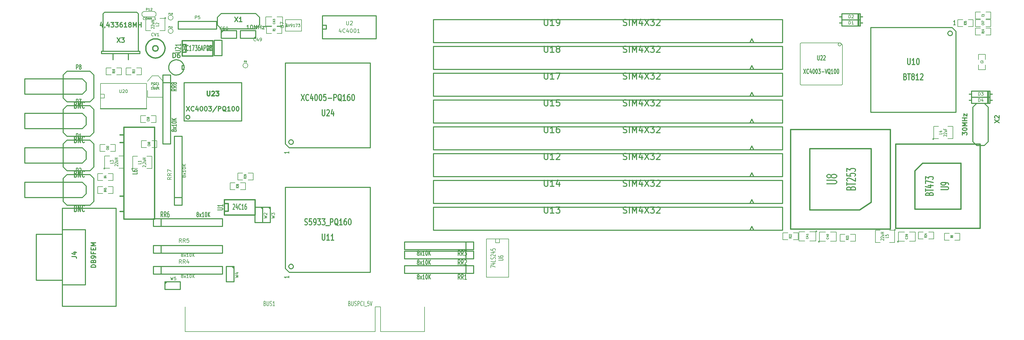
<source format=gto>
G04 (created by PCBNEW-RS274X (2012-apr-16-27)-stable) date Втр 01 Янв 2013 22:44:24*
G01*
G70*
G90*
%MOIN*%
G04 Gerber Fmt 3.4, Leading zero omitted, Abs format*
%FSLAX34Y34*%
G04 APERTURE LIST*
%ADD10C,0.006000*%
%ADD11C,0.015000*%
%ADD12C,0.005000*%
%ADD13C,0.008000*%
%ADD14C,0.012000*%
%ADD15C,0.010000*%
%ADD16C,0.010700*%
%ADD17C,0.011300*%
G04 APERTURE END LIST*
G54D10*
G54D11*
X29150Y-48550D02*
X28650Y-48550D01*
X29150Y-46550D02*
X28650Y-46550D01*
X28650Y-39550D02*
X29150Y-39550D01*
X28650Y-38550D02*
X29150Y-38550D01*
X29150Y-37550D02*
X33150Y-37550D01*
X33150Y-37550D02*
X33150Y-49550D01*
X33150Y-49550D02*
X29150Y-49550D01*
X29150Y-37550D02*
X29150Y-49550D01*
G54D12*
X76400Y-57150D02*
X79300Y-57150D01*
X79300Y-52150D02*
X76400Y-52150D01*
X76400Y-57150D02*
X76400Y-52150D01*
X79300Y-52150D02*
X79300Y-57150D01*
X78100Y-52150D02*
X78100Y-52650D01*
X78100Y-52650D02*
X77600Y-52650D01*
X77600Y-52650D02*
X77600Y-52150D01*
G54D13*
X122650Y-26750D02*
X122646Y-26788D01*
X122634Y-26826D01*
X122616Y-26860D01*
X122591Y-26890D01*
X122561Y-26915D01*
X122527Y-26934D01*
X122490Y-26945D01*
X122451Y-26949D01*
X122413Y-26946D01*
X122376Y-26935D01*
X122341Y-26917D01*
X122311Y-26892D01*
X122285Y-26862D01*
X122267Y-26828D01*
X122255Y-26791D01*
X122251Y-26752D01*
X122254Y-26714D01*
X122265Y-26677D01*
X122282Y-26642D01*
X122307Y-26612D01*
X122336Y-26586D01*
X122370Y-26567D01*
X122408Y-26555D01*
X122446Y-26551D01*
X122484Y-26554D01*
X122522Y-26564D01*
X122557Y-26582D01*
X122587Y-26606D01*
X122613Y-26635D01*
X122632Y-26669D01*
X122645Y-26706D01*
X122649Y-26745D01*
X122650Y-26750D01*
X122800Y-26800D02*
X122550Y-26550D01*
X117300Y-26650D02*
X117400Y-26550D01*
X117300Y-31950D02*
X117400Y-32050D01*
X122700Y-32050D02*
X122800Y-31950D01*
X122550Y-26550D02*
X117400Y-26550D01*
X117300Y-26650D02*
X117300Y-31950D01*
X117400Y-32050D02*
X122700Y-32050D01*
X122800Y-31950D02*
X122800Y-26800D01*
G54D12*
X50200Y-24950D02*
X50200Y-25000D01*
X50200Y-25000D02*
X52300Y-25000D01*
X52300Y-23500D02*
X50200Y-23500D01*
X50200Y-23500D02*
X50200Y-24950D01*
X50200Y-24050D02*
X50400Y-24050D01*
X50400Y-24050D02*
X50400Y-24450D01*
X50400Y-24450D02*
X50200Y-24450D01*
X52300Y-23500D02*
X52300Y-25000D01*
X129720Y-50950D02*
X129718Y-50963D01*
X129714Y-50976D01*
X129708Y-50988D01*
X129699Y-50999D01*
X129689Y-51008D01*
X129677Y-51014D01*
X129664Y-51018D01*
X129650Y-51019D01*
X129637Y-51018D01*
X129624Y-51014D01*
X129612Y-51008D01*
X129602Y-51000D01*
X129593Y-50989D01*
X129586Y-50977D01*
X129582Y-50964D01*
X129581Y-50950D01*
X129582Y-50938D01*
X129585Y-50925D01*
X129592Y-50913D01*
X129600Y-50902D01*
X129611Y-50893D01*
X129622Y-50886D01*
X129635Y-50882D01*
X129649Y-50881D01*
X129662Y-50882D01*
X129675Y-50885D01*
X129687Y-50891D01*
X129698Y-50900D01*
X129707Y-50910D01*
X129713Y-50922D01*
X129718Y-50935D01*
X129719Y-50949D01*
X129720Y-50950D01*
X127750Y-51000D02*
X127100Y-51000D01*
X127100Y-51000D02*
X127100Y-52600D01*
X127100Y-52600D02*
X127750Y-52600D01*
X128950Y-52600D02*
X129600Y-52600D01*
X129600Y-52600D02*
X129600Y-51000D01*
X129600Y-51000D02*
X128950Y-51000D01*
X30320Y-43000D02*
X30318Y-43013D01*
X30314Y-43026D01*
X30308Y-43038D01*
X30299Y-43049D01*
X30289Y-43058D01*
X30277Y-43064D01*
X30264Y-43068D01*
X30250Y-43069D01*
X30237Y-43068D01*
X30224Y-43064D01*
X30212Y-43058D01*
X30202Y-43050D01*
X30193Y-43039D01*
X30186Y-43027D01*
X30182Y-43014D01*
X30181Y-43000D01*
X30182Y-42988D01*
X30185Y-42975D01*
X30192Y-42963D01*
X30200Y-42952D01*
X30211Y-42943D01*
X30222Y-42936D01*
X30235Y-42932D01*
X30249Y-42931D01*
X30262Y-42932D01*
X30275Y-42935D01*
X30287Y-42941D01*
X30298Y-42950D01*
X30307Y-42960D01*
X30313Y-42972D01*
X30318Y-42985D01*
X30319Y-42999D01*
X30320Y-43000D01*
X32150Y-42950D02*
X32800Y-42950D01*
X32800Y-42950D02*
X32800Y-41350D01*
X32800Y-41350D02*
X32150Y-41350D01*
X30950Y-41350D02*
X30300Y-41350D01*
X30300Y-41350D02*
X30300Y-42950D01*
X30300Y-42950D02*
X30950Y-42950D01*
X134720Y-39100D02*
X134718Y-39113D01*
X134714Y-39126D01*
X134708Y-39138D01*
X134699Y-39149D01*
X134689Y-39158D01*
X134677Y-39164D01*
X134664Y-39168D01*
X134650Y-39169D01*
X134637Y-39168D01*
X134624Y-39164D01*
X134612Y-39158D01*
X134602Y-39150D01*
X134593Y-39139D01*
X134586Y-39127D01*
X134582Y-39114D01*
X134581Y-39100D01*
X134582Y-39088D01*
X134585Y-39075D01*
X134592Y-39063D01*
X134600Y-39052D01*
X134611Y-39043D01*
X134622Y-39036D01*
X134635Y-39032D01*
X134649Y-39031D01*
X134662Y-39032D01*
X134675Y-39035D01*
X134687Y-39041D01*
X134698Y-39050D01*
X134707Y-39060D01*
X134713Y-39072D01*
X134718Y-39085D01*
X134719Y-39099D01*
X134720Y-39100D01*
X136550Y-39050D02*
X137200Y-39050D01*
X137200Y-39050D02*
X137200Y-37450D01*
X137200Y-37450D02*
X136550Y-37450D01*
X135350Y-37450D02*
X134700Y-37450D01*
X134700Y-37450D02*
X134700Y-39050D01*
X134700Y-39050D02*
X135350Y-39050D01*
X26670Y-42950D02*
X26668Y-42963D01*
X26664Y-42976D01*
X26658Y-42988D01*
X26649Y-42999D01*
X26639Y-43008D01*
X26627Y-43014D01*
X26614Y-43018D01*
X26600Y-43019D01*
X26587Y-43018D01*
X26574Y-43014D01*
X26562Y-43008D01*
X26552Y-43000D01*
X26543Y-42989D01*
X26536Y-42977D01*
X26532Y-42964D01*
X26531Y-42950D01*
X26532Y-42938D01*
X26535Y-42925D01*
X26542Y-42913D01*
X26550Y-42902D01*
X26561Y-42893D01*
X26572Y-42886D01*
X26585Y-42882D01*
X26599Y-42881D01*
X26612Y-42882D01*
X26625Y-42885D01*
X26637Y-42891D01*
X26648Y-42900D01*
X26657Y-42910D01*
X26663Y-42922D01*
X26668Y-42935D01*
X26669Y-42949D01*
X26670Y-42950D01*
X28500Y-42900D02*
X29150Y-42900D01*
X29150Y-42900D02*
X29150Y-41300D01*
X29150Y-41300D02*
X28500Y-41300D01*
X27300Y-41300D02*
X26650Y-41300D01*
X26650Y-41300D02*
X26650Y-42900D01*
X26650Y-42900D02*
X27300Y-42900D01*
X34620Y-23300D02*
X34618Y-23313D01*
X34614Y-23326D01*
X34608Y-23338D01*
X34599Y-23349D01*
X34589Y-23358D01*
X34577Y-23364D01*
X34564Y-23368D01*
X34550Y-23369D01*
X34537Y-23368D01*
X34524Y-23364D01*
X34512Y-23358D01*
X34502Y-23350D01*
X34493Y-23339D01*
X34486Y-23327D01*
X34482Y-23314D01*
X34481Y-23300D01*
X34482Y-23288D01*
X34485Y-23275D01*
X34492Y-23263D01*
X34500Y-23252D01*
X34511Y-23243D01*
X34522Y-23236D01*
X34535Y-23232D01*
X34549Y-23231D01*
X34562Y-23232D01*
X34575Y-23235D01*
X34587Y-23241D01*
X34598Y-23250D01*
X34607Y-23260D01*
X34613Y-23272D01*
X34618Y-23285D01*
X34619Y-23299D01*
X34620Y-23300D01*
X32650Y-23350D02*
X32000Y-23350D01*
X32000Y-23350D02*
X32000Y-24950D01*
X32000Y-24950D02*
X32650Y-24950D01*
X33850Y-24950D02*
X34500Y-24950D01*
X34500Y-24950D02*
X34500Y-23350D01*
X34500Y-23350D02*
X33850Y-23350D01*
X47670Y-24400D02*
X47668Y-24413D01*
X47664Y-24426D01*
X47658Y-24438D01*
X47649Y-24449D01*
X47639Y-24458D01*
X47627Y-24464D01*
X47614Y-24468D01*
X47600Y-24469D01*
X47587Y-24468D01*
X47574Y-24464D01*
X47562Y-24458D01*
X47552Y-24450D01*
X47543Y-24439D01*
X47536Y-24427D01*
X47532Y-24414D01*
X47531Y-24400D01*
X47532Y-24388D01*
X47535Y-24375D01*
X47542Y-24363D01*
X47550Y-24352D01*
X47561Y-24343D01*
X47572Y-24336D01*
X47585Y-24332D01*
X47599Y-24331D01*
X47612Y-24332D01*
X47625Y-24335D01*
X47637Y-24341D01*
X47648Y-24350D01*
X47657Y-24360D01*
X47663Y-24372D01*
X47668Y-24385D01*
X47669Y-24399D01*
X47670Y-24400D01*
X49100Y-24350D02*
X49850Y-24350D01*
X49850Y-24350D02*
X49850Y-23150D01*
X49850Y-23150D02*
X49100Y-23150D01*
X48450Y-23150D02*
X47650Y-23150D01*
X47650Y-23150D02*
X47650Y-24350D01*
X47650Y-24350D02*
X48450Y-24350D01*
X130120Y-52500D02*
X130118Y-52513D01*
X130114Y-52526D01*
X130108Y-52538D01*
X130099Y-52549D01*
X130089Y-52558D01*
X130077Y-52564D01*
X130064Y-52568D01*
X130050Y-52569D01*
X130037Y-52568D01*
X130024Y-52564D01*
X130012Y-52558D01*
X130002Y-52550D01*
X129993Y-52539D01*
X129986Y-52527D01*
X129982Y-52514D01*
X129981Y-52500D01*
X129982Y-52488D01*
X129985Y-52475D01*
X129992Y-52463D01*
X130000Y-52452D01*
X130011Y-52443D01*
X130022Y-52436D01*
X130035Y-52432D01*
X130049Y-52431D01*
X130062Y-52432D01*
X130075Y-52435D01*
X130087Y-52441D01*
X130098Y-52450D01*
X130107Y-52460D01*
X130113Y-52472D01*
X130118Y-52485D01*
X130119Y-52499D01*
X130120Y-52500D01*
X131550Y-52450D02*
X132300Y-52450D01*
X132300Y-52450D02*
X132300Y-51250D01*
X132300Y-51250D02*
X131550Y-51250D01*
X130900Y-51250D02*
X130100Y-51250D01*
X130100Y-51250D02*
X130100Y-52450D01*
X130100Y-52450D02*
X130900Y-52450D01*
X119820Y-52500D02*
X119818Y-52513D01*
X119814Y-52526D01*
X119808Y-52538D01*
X119799Y-52549D01*
X119789Y-52558D01*
X119777Y-52564D01*
X119764Y-52568D01*
X119750Y-52569D01*
X119737Y-52568D01*
X119724Y-52564D01*
X119712Y-52558D01*
X119702Y-52550D01*
X119693Y-52539D01*
X119686Y-52527D01*
X119682Y-52514D01*
X119681Y-52500D01*
X119682Y-52488D01*
X119685Y-52475D01*
X119692Y-52463D01*
X119700Y-52452D01*
X119711Y-52443D01*
X119722Y-52436D01*
X119735Y-52432D01*
X119749Y-52431D01*
X119762Y-52432D01*
X119775Y-52435D01*
X119787Y-52441D01*
X119798Y-52450D01*
X119807Y-52460D01*
X119813Y-52472D01*
X119818Y-52485D01*
X119819Y-52499D01*
X119820Y-52500D01*
X121250Y-52450D02*
X122000Y-52450D01*
X122000Y-52450D02*
X122000Y-51250D01*
X122000Y-51250D02*
X121250Y-51250D01*
X120600Y-51250D02*
X119800Y-51250D01*
X119800Y-51250D02*
X119800Y-52450D01*
X119800Y-52450D02*
X120600Y-52450D01*
X119470Y-51150D02*
X119468Y-51163D01*
X119464Y-51176D01*
X119458Y-51188D01*
X119449Y-51199D01*
X119439Y-51208D01*
X119427Y-51214D01*
X119414Y-51218D01*
X119400Y-51219D01*
X119387Y-51218D01*
X119374Y-51214D01*
X119362Y-51208D01*
X119352Y-51200D01*
X119343Y-51189D01*
X119336Y-51177D01*
X119332Y-51164D01*
X119331Y-51150D01*
X119332Y-51138D01*
X119335Y-51125D01*
X119342Y-51113D01*
X119350Y-51102D01*
X119361Y-51093D01*
X119372Y-51086D01*
X119385Y-51082D01*
X119399Y-51081D01*
X119412Y-51082D01*
X119425Y-51085D01*
X119437Y-51091D01*
X119448Y-51100D01*
X119457Y-51110D01*
X119463Y-51122D01*
X119468Y-51135D01*
X119469Y-51149D01*
X119470Y-51150D01*
X117900Y-51200D02*
X117150Y-51200D01*
X117150Y-51200D02*
X117150Y-52400D01*
X117150Y-52400D02*
X117900Y-52400D01*
X118550Y-52400D02*
X119350Y-52400D01*
X119350Y-52400D02*
X119350Y-51200D01*
X119350Y-51200D02*
X118550Y-51200D01*
G54D14*
X115000Y-44500D02*
X69500Y-44500D01*
X69500Y-44500D02*
X69500Y-47500D01*
X69500Y-47500D02*
X115000Y-47500D01*
X115000Y-47500D02*
X115000Y-44500D01*
X110750Y-47500D02*
X111000Y-47000D01*
X111000Y-47000D02*
X111250Y-47500D01*
X115000Y-34000D02*
X69500Y-34000D01*
X69500Y-34000D02*
X69500Y-37000D01*
X69500Y-37000D02*
X115000Y-37000D01*
X115000Y-37000D02*
X115000Y-34000D01*
X110750Y-37000D02*
X111000Y-36500D01*
X111000Y-36500D02*
X111250Y-37000D01*
X115000Y-41000D02*
X69500Y-41000D01*
X69500Y-41000D02*
X69500Y-44000D01*
X69500Y-44000D02*
X115000Y-44000D01*
X115000Y-44000D02*
X115000Y-41000D01*
X110750Y-44000D02*
X111000Y-43500D01*
X111000Y-43500D02*
X111250Y-44000D01*
X115000Y-27000D02*
X69500Y-27000D01*
X69500Y-27000D02*
X69500Y-30000D01*
X69500Y-30000D02*
X115000Y-30000D01*
X115000Y-30000D02*
X115000Y-27000D01*
X110750Y-30000D02*
X111000Y-29500D01*
X111000Y-29500D02*
X111250Y-30000D01*
X115000Y-23500D02*
X69500Y-23500D01*
X69500Y-23500D02*
X69500Y-26500D01*
X69500Y-26500D02*
X115000Y-26500D01*
X115000Y-26500D02*
X115000Y-23500D01*
X110750Y-26500D02*
X111000Y-26000D01*
X111000Y-26000D02*
X111250Y-26500D01*
X115000Y-30500D02*
X69500Y-30500D01*
X69500Y-30500D02*
X69500Y-33500D01*
X69500Y-33500D02*
X115000Y-33500D01*
X115000Y-33500D02*
X115000Y-30500D01*
X110750Y-33500D02*
X111000Y-33000D01*
X111000Y-33000D02*
X111250Y-33500D01*
X115000Y-37500D02*
X69500Y-37500D01*
X69500Y-37500D02*
X69500Y-40500D01*
X69500Y-40500D02*
X115000Y-40500D01*
X115000Y-40500D02*
X115000Y-37500D01*
X110750Y-40500D02*
X111000Y-40000D01*
X111000Y-40000D02*
X111250Y-40500D01*
X115000Y-48000D02*
X69500Y-48000D01*
X69500Y-48000D02*
X69500Y-51000D01*
X69500Y-51000D02*
X115000Y-51000D01*
X115000Y-51000D02*
X115000Y-48000D01*
X110750Y-51000D02*
X111000Y-50500D01*
X111000Y-50500D02*
X111250Y-51000D01*
X41950Y-28200D02*
X40950Y-28200D01*
X40950Y-28200D02*
X40950Y-26200D01*
X40950Y-26200D02*
X41950Y-26200D01*
X41950Y-26200D02*
X41950Y-28200D01*
G54D12*
X32250Y-32750D02*
X32250Y-33650D01*
X32250Y-33650D02*
X34250Y-33650D01*
X34250Y-33650D02*
X34250Y-32750D01*
X32250Y-31550D02*
X32850Y-30850D01*
X32850Y-30850D02*
X33650Y-30850D01*
X33650Y-30850D02*
X34250Y-31550D01*
X33566Y-32250D02*
X33559Y-32311D01*
X33542Y-32370D01*
X33513Y-32424D01*
X33474Y-32472D01*
X33426Y-32511D01*
X33372Y-32541D01*
X33313Y-32559D01*
X33252Y-32565D01*
X33191Y-32560D01*
X33132Y-32542D01*
X33077Y-32514D01*
X33029Y-32475D01*
X32990Y-32428D01*
X32960Y-32374D01*
X32941Y-32315D01*
X32935Y-32254D01*
X32940Y-32193D01*
X32957Y-32134D01*
X32985Y-32079D01*
X33023Y-32031D01*
X33070Y-31991D01*
X33124Y-31961D01*
X33183Y-31942D01*
X33244Y-31935D01*
X33304Y-31939D01*
X33364Y-31956D01*
X33419Y-31984D01*
X33467Y-32022D01*
X33508Y-32068D01*
X33538Y-32122D01*
X33558Y-32180D01*
X33565Y-32242D01*
X33566Y-32250D01*
G54D11*
X125050Y-48350D02*
X126550Y-47350D01*
X126550Y-47350D02*
X126550Y-40350D01*
X126550Y-40350D02*
X118550Y-40350D01*
X118550Y-40350D02*
X118550Y-48350D01*
X116050Y-50850D02*
X129050Y-50850D01*
X129050Y-50850D02*
X129050Y-37850D01*
X129050Y-37850D02*
X116050Y-37850D01*
X116050Y-37850D02*
X116050Y-50850D01*
X118550Y-48350D02*
X125050Y-48350D01*
X140750Y-39750D02*
X140750Y-50750D01*
X140750Y-50750D02*
X129750Y-50750D01*
X129750Y-50750D02*
X129750Y-39750D01*
X129750Y-39750D02*
X140750Y-39750D01*
X138250Y-42250D02*
X138250Y-48250D01*
X138250Y-48250D02*
X132250Y-48250D01*
X132250Y-48250D02*
X132250Y-43250D01*
X132250Y-43250D02*
X133250Y-42250D01*
X133250Y-42250D02*
X138250Y-42250D01*
G54D14*
X141300Y-34450D02*
X141800Y-34950D01*
X141800Y-39450D02*
X141300Y-39950D01*
X140300Y-39950D02*
X139800Y-39450D01*
X140300Y-34450D02*
X139800Y-34950D01*
X141800Y-34950D02*
X141800Y-39450D01*
X141300Y-34450D02*
X140300Y-34450D01*
X139800Y-34950D02*
X139800Y-39450D01*
X140300Y-39950D02*
X141300Y-39950D01*
X26250Y-27650D02*
X31250Y-27650D01*
X26450Y-27650D02*
X26450Y-22750D01*
X31250Y-27650D02*
X31250Y-27950D01*
X26250Y-27650D02*
X26250Y-27950D01*
X26250Y-27950D02*
X31250Y-27950D01*
X29750Y-28750D02*
X29750Y-27950D01*
X27750Y-28750D02*
X27750Y-27950D01*
X31050Y-27650D02*
X31050Y-22750D01*
X26450Y-22750D02*
X26650Y-22550D01*
X26650Y-22550D02*
X30850Y-22550D01*
X30850Y-22550D02*
X31050Y-22750D01*
X28150Y-60950D02*
X28150Y-48150D01*
X28150Y-48150D02*
X21150Y-48150D01*
X21150Y-48150D02*
X21150Y-60950D01*
X21150Y-60950D02*
X28150Y-60950D01*
X21150Y-58150D02*
X24150Y-58150D01*
X24150Y-58150D02*
X24150Y-50950D01*
X24150Y-50950D02*
X21150Y-50950D01*
X21150Y-57550D02*
X17750Y-57550D01*
X17750Y-57550D02*
X17750Y-51550D01*
X17750Y-51550D02*
X21150Y-51550D01*
X142350Y-33250D02*
X142050Y-33250D01*
X142050Y-33250D02*
X142050Y-32850D01*
X142050Y-32850D02*
X139650Y-32850D01*
X139650Y-32850D02*
X139650Y-33250D01*
X139650Y-33250D02*
X139350Y-33250D01*
X139650Y-33250D02*
X139650Y-33650D01*
X139650Y-33650D02*
X142050Y-33650D01*
X142050Y-33650D02*
X142050Y-33250D01*
X141850Y-32850D02*
X141850Y-33650D01*
X141750Y-33650D02*
X141750Y-32850D01*
X125450Y-23150D02*
X125150Y-23150D01*
X125150Y-23150D02*
X125150Y-22750D01*
X125150Y-22750D02*
X122750Y-22750D01*
X122750Y-22750D02*
X122750Y-23150D01*
X122750Y-23150D02*
X122450Y-23150D01*
X122750Y-23150D02*
X122750Y-23550D01*
X122750Y-23550D02*
X125150Y-23550D01*
X125150Y-23550D02*
X125150Y-23150D01*
X124950Y-22750D02*
X124950Y-23550D01*
X124850Y-23550D02*
X124850Y-22750D01*
X125450Y-23950D02*
X125150Y-23950D01*
X125150Y-23950D02*
X125150Y-23550D01*
X125150Y-23550D02*
X122750Y-23550D01*
X122750Y-23550D02*
X122750Y-23950D01*
X122750Y-23950D02*
X122450Y-23950D01*
X122750Y-23950D02*
X122750Y-24350D01*
X122750Y-24350D02*
X125150Y-24350D01*
X125150Y-24350D02*
X125150Y-23950D01*
X124950Y-23550D02*
X124950Y-24350D01*
X124850Y-24350D02*
X124850Y-23550D01*
X142350Y-34050D02*
X142050Y-34050D01*
X142050Y-34050D02*
X142050Y-33650D01*
X142050Y-33650D02*
X139650Y-33650D01*
X139650Y-33650D02*
X139650Y-34050D01*
X139650Y-34050D02*
X139350Y-34050D01*
X139650Y-34050D02*
X139650Y-34450D01*
X139650Y-34450D02*
X142050Y-34450D01*
X142050Y-34450D02*
X142050Y-34050D01*
X141850Y-33650D02*
X141850Y-34450D01*
X141750Y-34450D02*
X141750Y-33650D01*
G54D11*
X34500Y-27250D02*
X34476Y-27492D01*
X34405Y-27726D01*
X34291Y-27941D01*
X34136Y-28130D01*
X33948Y-28286D01*
X33734Y-28402D01*
X33501Y-28474D01*
X33258Y-28499D01*
X33016Y-28477D01*
X32782Y-28408D01*
X32566Y-28295D01*
X32376Y-28143D01*
X32219Y-27956D01*
X32102Y-27742D01*
X32028Y-27509D01*
X32001Y-27267D01*
X32021Y-27025D01*
X32088Y-26790D01*
X32200Y-26573D01*
X32351Y-26382D01*
X32537Y-26224D01*
X32750Y-26105D01*
X32982Y-26030D01*
X33224Y-26001D01*
X33467Y-26019D01*
X33702Y-26085D01*
X33919Y-26195D01*
X34112Y-26345D01*
X34271Y-26530D01*
X34391Y-26742D01*
X34468Y-26974D01*
X34499Y-27216D01*
X34500Y-27250D01*
X33603Y-27250D02*
X33596Y-27318D01*
X33576Y-27384D01*
X33544Y-27445D01*
X33500Y-27498D01*
X33447Y-27542D01*
X33386Y-27575D01*
X33320Y-27595D01*
X33252Y-27602D01*
X33184Y-27596D01*
X33118Y-27577D01*
X33057Y-27545D01*
X33004Y-27502D01*
X32959Y-27449D01*
X32926Y-27389D01*
X32905Y-27323D01*
X32898Y-27254D01*
X32903Y-27187D01*
X32922Y-27121D01*
X32954Y-27059D01*
X32997Y-27005D01*
X33049Y-26961D01*
X33109Y-26927D01*
X33175Y-26906D01*
X33243Y-26898D01*
X33311Y-26903D01*
X33377Y-26921D01*
X33439Y-26952D01*
X33493Y-26995D01*
X33538Y-27047D01*
X33572Y-27107D01*
X33594Y-27172D01*
X33602Y-27241D01*
X33603Y-27250D01*
X36750Y-26750D02*
X37250Y-26750D01*
X37250Y-26750D02*
X37250Y-27750D01*
X37250Y-27750D02*
X36750Y-27750D01*
X36750Y-26250D02*
X40750Y-26250D01*
X40750Y-26250D02*
X40750Y-28250D01*
X40750Y-28250D02*
X36750Y-28250D01*
X36750Y-28250D02*
X36750Y-26250D01*
G54D14*
X35250Y-39750D02*
X34250Y-39750D01*
X34250Y-39750D02*
X34250Y-30750D01*
X34250Y-30750D02*
X35250Y-30750D01*
X35250Y-39750D02*
X35250Y-30750D01*
X35250Y-31750D02*
X34250Y-31750D01*
X42000Y-49500D02*
X42000Y-50500D01*
X42000Y-50500D02*
X33000Y-50500D01*
X33000Y-50500D02*
X33000Y-49500D01*
X42000Y-49500D02*
X33000Y-49500D01*
X34000Y-49500D02*
X34000Y-50500D01*
X65750Y-53550D02*
X65750Y-52550D01*
X65750Y-52550D02*
X74750Y-52550D01*
X74750Y-52550D02*
X74750Y-53550D01*
X65750Y-53550D02*
X74750Y-53550D01*
X73750Y-53550D02*
X73750Y-52550D01*
X65750Y-54750D02*
X65750Y-53750D01*
X65750Y-53750D02*
X74750Y-53750D01*
X74750Y-53750D02*
X74750Y-54750D01*
X65750Y-54750D02*
X74750Y-54750D01*
X73750Y-54750D02*
X73750Y-53750D01*
X65750Y-56650D02*
X65750Y-55650D01*
X65750Y-55650D02*
X74750Y-55650D01*
X74750Y-55650D02*
X74750Y-56650D01*
X65750Y-56650D02*
X74750Y-56650D01*
X73750Y-56650D02*
X73750Y-55650D01*
X37000Y-29750D02*
X36980Y-29944D01*
X36924Y-30131D01*
X36832Y-30303D01*
X36709Y-30454D01*
X36559Y-30579D01*
X36387Y-30671D01*
X36201Y-30729D01*
X36006Y-30749D01*
X35813Y-30732D01*
X35626Y-30677D01*
X35453Y-30586D01*
X35301Y-30464D01*
X35175Y-30314D01*
X35081Y-30143D01*
X35022Y-29957D01*
X35001Y-29763D01*
X35017Y-29570D01*
X35071Y-29382D01*
X35160Y-29209D01*
X35281Y-29056D01*
X35430Y-28929D01*
X35600Y-28834D01*
X35786Y-28774D01*
X35980Y-28751D01*
X36173Y-28766D01*
X36361Y-28818D01*
X36535Y-28906D01*
X36689Y-29026D01*
X36817Y-29174D01*
X36913Y-29344D01*
X36975Y-29529D01*
X36999Y-29723D01*
X37000Y-29750D01*
X37000Y-29500D02*
X36750Y-29500D01*
X36750Y-29500D02*
X36750Y-30000D01*
X36750Y-30000D02*
X37000Y-30000D01*
X41870Y-24950D02*
X43850Y-24950D01*
X43850Y-24950D02*
X43850Y-25950D01*
X43850Y-25950D02*
X41850Y-25950D01*
X41850Y-25950D02*
X41850Y-24950D01*
X41850Y-25200D02*
X42100Y-24950D01*
X43500Y-55770D02*
X43500Y-57750D01*
X43500Y-57750D02*
X42500Y-57750D01*
X42500Y-57750D02*
X42500Y-55750D01*
X42500Y-55750D02*
X43500Y-55750D01*
X43250Y-55750D02*
X43500Y-56000D01*
X46330Y-25950D02*
X44350Y-25950D01*
X44350Y-25950D02*
X44350Y-24950D01*
X44350Y-24950D02*
X46350Y-24950D01*
X46350Y-24950D02*
X46350Y-25950D01*
X46350Y-25700D02*
X46100Y-25950D01*
X34520Y-57750D02*
X36500Y-57750D01*
X36500Y-57750D02*
X36500Y-58750D01*
X36500Y-58750D02*
X34500Y-58750D01*
X34500Y-58750D02*
X34500Y-57750D01*
X34500Y-58000D02*
X34750Y-57750D01*
X48250Y-48020D02*
X48250Y-50000D01*
X48250Y-50000D02*
X47250Y-50000D01*
X47250Y-50000D02*
X47250Y-48000D01*
X47250Y-48000D02*
X48250Y-48000D01*
X48000Y-48000D02*
X48250Y-48250D01*
X47250Y-48020D02*
X47250Y-50000D01*
X47250Y-50000D02*
X46250Y-50000D01*
X46250Y-50000D02*
X46250Y-48000D01*
X46250Y-48000D02*
X47250Y-48000D01*
X47000Y-48000D02*
X47250Y-48250D01*
G54D11*
X42250Y-47500D02*
X42750Y-47500D01*
X42750Y-47500D02*
X42750Y-48500D01*
X42750Y-48500D02*
X42250Y-48500D01*
X42250Y-47000D02*
X46250Y-47000D01*
X46250Y-47000D02*
X46250Y-49000D01*
X46250Y-49000D02*
X42250Y-49000D01*
X42250Y-49000D02*
X42250Y-47000D01*
G54D12*
X31350Y-36050D02*
X31350Y-36950D01*
X31350Y-36950D02*
X32000Y-36950D01*
X32700Y-36050D02*
X33350Y-36050D01*
X33350Y-36050D02*
X33350Y-36950D01*
X33350Y-36950D02*
X32700Y-36950D01*
X32000Y-36050D02*
X31350Y-36050D01*
X31450Y-39300D02*
X31450Y-40200D01*
X31450Y-40200D02*
X32100Y-40200D01*
X32800Y-39300D02*
X33450Y-39300D01*
X33450Y-39300D02*
X33450Y-40200D01*
X33450Y-40200D02*
X32800Y-40200D01*
X32100Y-39300D02*
X31450Y-39300D01*
X28050Y-40700D02*
X28050Y-39800D01*
X28050Y-39800D02*
X27400Y-39800D01*
X26700Y-40700D02*
X26050Y-40700D01*
X26050Y-40700D02*
X26050Y-39800D01*
X26050Y-39800D02*
X26700Y-39800D01*
X27400Y-40700D02*
X28050Y-40700D01*
X124500Y-52450D02*
X124500Y-51550D01*
X124500Y-51550D02*
X123850Y-51550D01*
X123150Y-52450D02*
X122500Y-52450D01*
X122500Y-52450D02*
X122500Y-51550D01*
X122500Y-51550D02*
X123150Y-51550D01*
X123850Y-52450D02*
X124500Y-52450D01*
X140150Y-22500D02*
X140150Y-23400D01*
X140150Y-23400D02*
X140800Y-23400D01*
X141500Y-22500D02*
X142150Y-22500D01*
X142150Y-22500D02*
X142150Y-23400D01*
X142150Y-23400D02*
X141500Y-23400D01*
X140800Y-22500D02*
X140150Y-22500D01*
X141450Y-28050D02*
X140550Y-28050D01*
X140550Y-28050D02*
X140550Y-28700D01*
X141450Y-29400D02*
X141450Y-30050D01*
X141450Y-30050D02*
X140550Y-30050D01*
X140550Y-30050D02*
X140550Y-29400D01*
X141450Y-28700D02*
X141450Y-28050D01*
X134700Y-52150D02*
X134700Y-51250D01*
X134700Y-51250D02*
X134050Y-51250D01*
X133350Y-52150D02*
X132700Y-52150D01*
X132700Y-52150D02*
X132700Y-51250D01*
X132700Y-51250D02*
X133350Y-51250D01*
X134050Y-52150D02*
X134700Y-52150D01*
X47750Y-24400D02*
X47750Y-25300D01*
X47750Y-25300D02*
X48400Y-25300D01*
X49100Y-24400D02*
X49750Y-24400D01*
X49750Y-24400D02*
X49750Y-25300D01*
X49750Y-25300D02*
X49100Y-25300D01*
X48400Y-24400D02*
X47750Y-24400D01*
X25750Y-43600D02*
X25750Y-44500D01*
X25750Y-44500D02*
X26400Y-44500D01*
X27100Y-43600D02*
X27750Y-43600D01*
X27750Y-43600D02*
X27750Y-44500D01*
X27750Y-44500D02*
X27100Y-44500D01*
X26400Y-43600D02*
X25750Y-43600D01*
X138100Y-52300D02*
X138100Y-51400D01*
X138100Y-51400D02*
X137450Y-51400D01*
X136750Y-52300D02*
X136100Y-52300D01*
X136100Y-52300D02*
X136100Y-51400D01*
X136100Y-51400D02*
X136750Y-51400D01*
X137450Y-52300D02*
X138100Y-52300D01*
X28850Y-30700D02*
X28850Y-29800D01*
X28850Y-29800D02*
X28200Y-29800D01*
X27500Y-30700D02*
X26850Y-30700D01*
X26850Y-30700D02*
X26850Y-29800D01*
X26850Y-29800D02*
X27500Y-29800D01*
X28200Y-30700D02*
X28850Y-30700D01*
X29450Y-29800D02*
X29450Y-30700D01*
X29450Y-30700D02*
X30100Y-30700D01*
X30800Y-29800D02*
X31450Y-29800D01*
X31450Y-29800D02*
X31450Y-30700D01*
X31450Y-30700D02*
X30800Y-30700D01*
X30100Y-29800D02*
X29450Y-29800D01*
X142150Y-25500D02*
X142150Y-24600D01*
X142150Y-24600D02*
X141500Y-24600D01*
X140800Y-25500D02*
X140150Y-25500D01*
X140150Y-25500D02*
X140150Y-24600D01*
X140150Y-24600D02*
X140800Y-24600D01*
X141500Y-25500D02*
X142150Y-25500D01*
X115050Y-51350D02*
X115050Y-52250D01*
X115050Y-52250D02*
X115700Y-52250D01*
X116400Y-51350D02*
X117050Y-51350D01*
X117050Y-51350D02*
X117050Y-52250D01*
X117050Y-52250D02*
X116400Y-52250D01*
X115700Y-51350D02*
X115050Y-51350D01*
X139850Y-24400D02*
X139850Y-23500D01*
X139850Y-23500D02*
X139200Y-23500D01*
X138500Y-24400D02*
X137850Y-24400D01*
X137850Y-24400D02*
X137850Y-23500D01*
X137850Y-23500D02*
X138500Y-23500D01*
X139200Y-24400D02*
X139850Y-24400D01*
X25750Y-45300D02*
X25750Y-46200D01*
X25750Y-46200D02*
X26400Y-46200D01*
X27100Y-45300D02*
X27750Y-45300D01*
X27750Y-45300D02*
X27750Y-46200D01*
X27750Y-46200D02*
X27100Y-46200D01*
X26400Y-45300D02*
X25750Y-45300D01*
G54D14*
X46850Y-24200D02*
X46350Y-24700D01*
X41850Y-24700D02*
X41350Y-24200D01*
X41350Y-23200D02*
X41850Y-22700D01*
X46850Y-23200D02*
X46350Y-22700D01*
X46350Y-24700D02*
X41850Y-24700D01*
X46850Y-24200D02*
X46850Y-23200D01*
X46350Y-22700D02*
X41850Y-22700D01*
X41350Y-23200D02*
X41350Y-24200D01*
G54D12*
X35566Y-25000D02*
X35559Y-25061D01*
X35542Y-25120D01*
X35513Y-25174D01*
X35474Y-25222D01*
X35426Y-25261D01*
X35372Y-25291D01*
X35313Y-25309D01*
X35252Y-25315D01*
X35191Y-25310D01*
X35132Y-25292D01*
X35077Y-25264D01*
X35029Y-25225D01*
X34990Y-25178D01*
X34960Y-25124D01*
X34941Y-25065D01*
X34935Y-25004D01*
X34940Y-24943D01*
X34957Y-24884D01*
X34985Y-24829D01*
X35023Y-24781D01*
X35070Y-24741D01*
X35124Y-24711D01*
X35183Y-24692D01*
X35244Y-24685D01*
X35304Y-24689D01*
X35364Y-24706D01*
X35419Y-24734D01*
X35467Y-24772D01*
X35508Y-24818D01*
X35538Y-24872D01*
X35558Y-24930D01*
X35565Y-24992D01*
X35566Y-25000D01*
X35566Y-23250D02*
X35559Y-23311D01*
X35542Y-23370D01*
X35513Y-23424D01*
X35474Y-23472D01*
X35426Y-23511D01*
X35372Y-23541D01*
X35313Y-23559D01*
X35252Y-23565D01*
X35191Y-23560D01*
X35132Y-23542D01*
X35077Y-23514D01*
X35029Y-23475D01*
X34990Y-23428D01*
X34960Y-23374D01*
X34941Y-23315D01*
X34935Y-23254D01*
X34940Y-23193D01*
X34957Y-23134D01*
X34985Y-23079D01*
X35023Y-23031D01*
X35070Y-22991D01*
X35124Y-22961D01*
X35183Y-22942D01*
X35244Y-22935D01*
X35304Y-22939D01*
X35364Y-22956D01*
X35419Y-22984D01*
X35467Y-23022D01*
X35508Y-23068D01*
X35538Y-23122D01*
X35558Y-23180D01*
X35565Y-23242D01*
X35566Y-23250D01*
X45316Y-29500D02*
X45309Y-29561D01*
X45292Y-29620D01*
X45263Y-29674D01*
X45224Y-29722D01*
X45176Y-29761D01*
X45122Y-29791D01*
X45063Y-29809D01*
X45002Y-29815D01*
X44941Y-29810D01*
X44882Y-29792D01*
X44827Y-29764D01*
X44779Y-29725D01*
X44740Y-29678D01*
X44710Y-29624D01*
X44691Y-29565D01*
X44685Y-29504D01*
X44690Y-29443D01*
X44707Y-29384D01*
X44735Y-29329D01*
X44773Y-29281D01*
X44820Y-29241D01*
X44874Y-29211D01*
X44933Y-29192D01*
X44994Y-29185D01*
X45054Y-29189D01*
X45114Y-29206D01*
X45169Y-29234D01*
X45217Y-29272D01*
X45258Y-29318D01*
X45288Y-29372D01*
X45308Y-29430D01*
X45315Y-29492D01*
X45316Y-29500D01*
G54D14*
X62050Y-23500D02*
X62050Y-26000D01*
X62050Y-26000D02*
X55050Y-26000D01*
X55050Y-26000D02*
X55050Y-23000D01*
X55050Y-23000D02*
X62050Y-23000D01*
X62050Y-23000D02*
X62050Y-23500D01*
X55050Y-24250D02*
X55550Y-24250D01*
X55550Y-24250D02*
X55550Y-24750D01*
X55550Y-24750D02*
X55050Y-24750D01*
G54D13*
X32100Y-31850D02*
X26100Y-31850D01*
X26100Y-31850D02*
X26100Y-35150D01*
X26100Y-33250D02*
X26600Y-33250D01*
X26600Y-33250D02*
X26600Y-33750D01*
X26600Y-33750D02*
X26100Y-33750D01*
X32100Y-35150D02*
X32100Y-31850D01*
G54D14*
X26100Y-35150D02*
X32100Y-35150D01*
X37750Y-36250D02*
X37745Y-36298D01*
X37731Y-36345D01*
X37708Y-36388D01*
X37677Y-36426D01*
X37639Y-36457D01*
X37596Y-36480D01*
X37550Y-36494D01*
X37501Y-36499D01*
X37454Y-36495D01*
X37407Y-36481D01*
X37364Y-36459D01*
X37326Y-36428D01*
X37294Y-36391D01*
X37271Y-36348D01*
X37256Y-36301D01*
X37251Y-36253D01*
X37255Y-36205D01*
X37268Y-36158D01*
X37290Y-36115D01*
X37321Y-36077D01*
X37358Y-36045D01*
X37400Y-36021D01*
X37447Y-36006D01*
X37495Y-36001D01*
X37543Y-36004D01*
X37590Y-36017D01*
X37633Y-36039D01*
X37672Y-36069D01*
X37704Y-36106D01*
X37728Y-36149D01*
X37743Y-36195D01*
X37749Y-36244D01*
X37750Y-36250D01*
X37000Y-31750D02*
X44500Y-31750D01*
X44500Y-31750D02*
X44500Y-36750D01*
X44500Y-36750D02*
X37250Y-36750D01*
X37250Y-36750D02*
X37000Y-36750D01*
X37000Y-36750D02*
X37000Y-31750D01*
X50700Y-40250D02*
X50200Y-39750D01*
X61280Y-29170D02*
X50200Y-29170D01*
X50700Y-40250D02*
X61280Y-40250D01*
X61280Y-40250D02*
X61280Y-29170D01*
X50200Y-29170D02*
X50200Y-39750D01*
X51250Y-39500D02*
X51244Y-39558D01*
X51227Y-39614D01*
X51199Y-39666D01*
X51162Y-39711D01*
X51117Y-39748D01*
X51066Y-39776D01*
X51010Y-39793D01*
X50952Y-39799D01*
X50894Y-39794D01*
X50838Y-39778D01*
X50786Y-39751D01*
X50741Y-39714D01*
X50703Y-39669D01*
X50675Y-39618D01*
X50657Y-39562D01*
X50651Y-39504D01*
X50655Y-39446D01*
X50672Y-39390D01*
X50698Y-39338D01*
X50735Y-39292D01*
X50779Y-39254D01*
X50830Y-39226D01*
X50886Y-39207D01*
X50944Y-39201D01*
X51002Y-39205D01*
X51058Y-39221D01*
X51110Y-39247D01*
X51156Y-39283D01*
X51195Y-39328D01*
X51224Y-39378D01*
X51242Y-39434D01*
X51249Y-39492D01*
X51250Y-39500D01*
X50700Y-56500D02*
X50200Y-56000D01*
X61280Y-45420D02*
X50200Y-45420D01*
X50700Y-56500D02*
X61280Y-56500D01*
X61280Y-56500D02*
X61280Y-45420D01*
X50200Y-45420D02*
X50200Y-56000D01*
X51250Y-55750D02*
X51244Y-55808D01*
X51227Y-55864D01*
X51199Y-55916D01*
X51162Y-55961D01*
X51117Y-55998D01*
X51066Y-56026D01*
X51010Y-56043D01*
X50952Y-56049D01*
X50894Y-56044D01*
X50838Y-56028D01*
X50786Y-56001D01*
X50741Y-55964D01*
X50703Y-55919D01*
X50675Y-55868D01*
X50657Y-55812D01*
X50651Y-55754D01*
X50655Y-55696D01*
X50672Y-55640D01*
X50698Y-55588D01*
X50735Y-55542D01*
X50779Y-55504D01*
X50830Y-55476D01*
X50886Y-55457D01*
X50944Y-55451D01*
X51002Y-55455D01*
X51058Y-55471D01*
X51110Y-55497D01*
X51156Y-55533D01*
X51195Y-55578D01*
X51224Y-55628D01*
X51242Y-55684D01*
X51249Y-55742D01*
X51250Y-55750D01*
X137100Y-24550D02*
X137600Y-25050D01*
X126520Y-35630D02*
X137600Y-35630D01*
X137100Y-24550D02*
X126520Y-24550D01*
X126520Y-24550D02*
X126520Y-35630D01*
X137600Y-35630D02*
X137600Y-25050D01*
X137150Y-25300D02*
X137144Y-25358D01*
X137127Y-25414D01*
X137099Y-25466D01*
X137062Y-25511D01*
X137017Y-25548D01*
X136966Y-25576D01*
X136910Y-25593D01*
X136852Y-25599D01*
X136794Y-25594D01*
X136738Y-25578D01*
X136686Y-25551D01*
X136641Y-25514D01*
X136603Y-25469D01*
X136575Y-25418D01*
X136557Y-25362D01*
X136551Y-25304D01*
X136555Y-25246D01*
X136572Y-25190D01*
X136598Y-25138D01*
X136635Y-25092D01*
X136679Y-25054D01*
X136730Y-25026D01*
X136786Y-25007D01*
X136844Y-25001D01*
X136902Y-25005D01*
X136958Y-25021D01*
X137010Y-25047D01*
X137056Y-25083D01*
X137095Y-25128D01*
X137124Y-25178D01*
X137142Y-25234D01*
X137149Y-25292D01*
X137150Y-25300D01*
X35750Y-38750D02*
X36750Y-38750D01*
X36750Y-38750D02*
X36750Y-47750D01*
X36750Y-47750D02*
X35750Y-47750D01*
X35750Y-38750D02*
X35750Y-47750D01*
X35750Y-46750D02*
X36750Y-46750D01*
X42000Y-53000D02*
X42000Y-54000D01*
X42000Y-54000D02*
X33000Y-54000D01*
X33000Y-54000D02*
X33000Y-53000D01*
X42000Y-53000D02*
X33000Y-53000D01*
X34000Y-53000D02*
X34000Y-54000D01*
X42000Y-55750D02*
X42000Y-56750D01*
X42000Y-56750D02*
X33000Y-56750D01*
X33000Y-56750D02*
X33000Y-55750D01*
X42000Y-55750D02*
X33000Y-55750D01*
X34000Y-55750D02*
X34000Y-56750D01*
X24250Y-32750D02*
X23750Y-33250D01*
X23750Y-33250D02*
X16250Y-33250D01*
X16250Y-33250D02*
X16250Y-31250D01*
X16250Y-31250D02*
X23750Y-31250D01*
X23750Y-31250D02*
X24250Y-31750D01*
X24250Y-31750D02*
X24250Y-32750D01*
X24750Y-34250D02*
X21750Y-34250D01*
X21750Y-34250D02*
X21250Y-33750D01*
X21250Y-33750D02*
X21250Y-30750D01*
X21250Y-30750D02*
X21750Y-30250D01*
X21750Y-30250D02*
X24750Y-30250D01*
X24750Y-30250D02*
X25250Y-30750D01*
X25250Y-30750D02*
X25250Y-33750D01*
X25250Y-33750D02*
X24750Y-34250D01*
X24250Y-37250D02*
X23750Y-37750D01*
X23750Y-37750D02*
X16250Y-37750D01*
X16250Y-37750D02*
X16250Y-35750D01*
X16250Y-35750D02*
X23750Y-35750D01*
X23750Y-35750D02*
X24250Y-36250D01*
X24250Y-36250D02*
X24250Y-37250D01*
X24750Y-38750D02*
X21750Y-38750D01*
X21750Y-38750D02*
X21250Y-38250D01*
X21250Y-38250D02*
X21250Y-35250D01*
X21250Y-35250D02*
X21750Y-34750D01*
X21750Y-34750D02*
X24750Y-34750D01*
X24750Y-34750D02*
X25250Y-35250D01*
X25250Y-35250D02*
X25250Y-38250D01*
X25250Y-38250D02*
X24750Y-38750D01*
X24250Y-46250D02*
X23750Y-46750D01*
X23750Y-46750D02*
X16250Y-46750D01*
X16250Y-46750D02*
X16250Y-44750D01*
X16250Y-44750D02*
X23750Y-44750D01*
X23750Y-44750D02*
X24250Y-45250D01*
X24250Y-45250D02*
X24250Y-46250D01*
X24750Y-47750D02*
X21750Y-47750D01*
X21750Y-47750D02*
X21250Y-47250D01*
X21250Y-47250D02*
X21250Y-44250D01*
X21250Y-44250D02*
X21750Y-43750D01*
X21750Y-43750D02*
X24750Y-43750D01*
X24750Y-43750D02*
X25250Y-44250D01*
X25250Y-44250D02*
X25250Y-47250D01*
X25250Y-47250D02*
X24750Y-47750D01*
X24250Y-41750D02*
X23750Y-42250D01*
X23750Y-42250D02*
X16250Y-42250D01*
X16250Y-42250D02*
X16250Y-40250D01*
X16250Y-40250D02*
X23750Y-40250D01*
X23750Y-40250D02*
X24250Y-40750D01*
X24250Y-40750D02*
X24250Y-41750D01*
X24750Y-43250D02*
X21750Y-43250D01*
X21750Y-43250D02*
X21250Y-42750D01*
X21250Y-42750D02*
X21250Y-39750D01*
X21250Y-39750D02*
X21750Y-39250D01*
X21750Y-39250D02*
X24750Y-39250D01*
X24750Y-39250D02*
X25250Y-39750D01*
X25250Y-39750D02*
X25250Y-42750D01*
X25250Y-42750D02*
X24750Y-43250D01*
G54D12*
X140150Y-23500D02*
X140150Y-24400D01*
X140150Y-24400D02*
X140800Y-24400D01*
X141500Y-23500D02*
X142150Y-23500D01*
X142150Y-23500D02*
X142150Y-24400D01*
X142150Y-24400D02*
X141500Y-24400D01*
X140800Y-23500D02*
X140150Y-23500D01*
X43000Y-44800D02*
X43000Y-45700D01*
X43000Y-45700D02*
X43650Y-45700D01*
X44350Y-44800D02*
X45000Y-44800D01*
X45000Y-44800D02*
X45000Y-45700D01*
X45000Y-45700D02*
X44350Y-45700D01*
X43650Y-44800D02*
X43000Y-44800D01*
X44000Y-43550D02*
X44000Y-44450D01*
X44000Y-44450D02*
X44650Y-44450D01*
X45350Y-43550D02*
X46000Y-43550D01*
X46000Y-43550D02*
X46000Y-44450D01*
X46000Y-44450D02*
X45350Y-44450D01*
X44650Y-43550D02*
X44000Y-43550D01*
G54D14*
X36250Y-23750D02*
X36250Y-24750D01*
X41250Y-24750D02*
X41250Y-23750D01*
X36250Y-23750D02*
X41250Y-23750D01*
X41250Y-24750D02*
X36250Y-24750D01*
G54D13*
X31700Y-22450D02*
X33150Y-22450D01*
X33150Y-22450D02*
X33350Y-22650D01*
X33350Y-22650D02*
X33350Y-22950D01*
X33350Y-22950D02*
X33150Y-23150D01*
X33150Y-23150D02*
X31700Y-23150D01*
X31700Y-23150D02*
X31500Y-22950D01*
X31500Y-22950D02*
X31500Y-22650D01*
X31500Y-22650D02*
X31700Y-22450D01*
X37150Y-61000D02*
X37150Y-64250D01*
X37150Y-64250D02*
X61900Y-64250D01*
X61900Y-64250D02*
X61900Y-61000D01*
X61900Y-61000D02*
X62600Y-61000D01*
X62600Y-61000D02*
X62600Y-64250D01*
X62600Y-64250D02*
X68350Y-64250D01*
X68350Y-64250D02*
X68350Y-61000D01*
G54D15*
X30893Y-43466D02*
X30893Y-43657D01*
X30293Y-43657D01*
X30293Y-43161D02*
X30293Y-43238D01*
X30321Y-43276D01*
X30350Y-43295D01*
X30436Y-43333D01*
X30550Y-43352D01*
X30779Y-43352D01*
X30836Y-43333D01*
X30864Y-43314D01*
X30893Y-43276D01*
X30893Y-43199D01*
X30864Y-43161D01*
X30836Y-43142D01*
X30779Y-43123D01*
X30636Y-43123D01*
X30579Y-43142D01*
X30550Y-43161D01*
X30521Y-43199D01*
X30521Y-43276D01*
X30550Y-43314D01*
X30579Y-43333D01*
X30636Y-43352D01*
G54D13*
X77993Y-54955D02*
X78479Y-54955D01*
X78536Y-54936D01*
X78564Y-54917D01*
X78593Y-54879D01*
X78593Y-54802D01*
X78564Y-54764D01*
X78536Y-54745D01*
X78479Y-54726D01*
X77993Y-54726D01*
X77993Y-54364D02*
X77993Y-54441D01*
X78021Y-54479D01*
X78050Y-54498D01*
X78136Y-54536D01*
X78250Y-54555D01*
X78479Y-54555D01*
X78536Y-54536D01*
X78564Y-54517D01*
X78593Y-54479D01*
X78593Y-54402D01*
X78564Y-54364D01*
X78536Y-54345D01*
X78479Y-54326D01*
X78336Y-54326D01*
X78279Y-54345D01*
X78250Y-54364D01*
X78221Y-54402D01*
X78221Y-54479D01*
X78250Y-54517D01*
X78279Y-54536D01*
X78336Y-54555D01*
X76993Y-55898D02*
X76993Y-55631D01*
X77593Y-55803D01*
X77193Y-55307D02*
X77593Y-55307D01*
X76964Y-55403D02*
X77393Y-55498D01*
X77393Y-55250D01*
X77593Y-54907D02*
X77593Y-55098D01*
X76993Y-55098D01*
X77564Y-54793D02*
X77593Y-54736D01*
X77593Y-54640D01*
X77564Y-54602D01*
X77536Y-54583D01*
X77479Y-54564D01*
X77421Y-54564D01*
X77364Y-54583D01*
X77336Y-54602D01*
X77307Y-54640D01*
X77279Y-54717D01*
X77250Y-54755D01*
X77221Y-54774D01*
X77164Y-54793D01*
X77107Y-54793D01*
X77050Y-54774D01*
X77021Y-54755D01*
X76993Y-54717D01*
X76993Y-54621D01*
X77021Y-54564D01*
X77050Y-54412D02*
X77021Y-54393D01*
X76993Y-54355D01*
X76993Y-54259D01*
X77021Y-54221D01*
X77050Y-54202D01*
X77107Y-54183D01*
X77164Y-54183D01*
X77250Y-54202D01*
X77593Y-54431D01*
X77593Y-54183D01*
X77193Y-53840D02*
X77593Y-53840D01*
X76964Y-53936D02*
X77393Y-54031D01*
X77393Y-53783D01*
X76993Y-53440D02*
X76993Y-53631D01*
X77279Y-53650D01*
X77250Y-53631D01*
X77221Y-53593D01*
X77221Y-53497D01*
X77250Y-53459D01*
X77279Y-53440D01*
X77336Y-53421D01*
X77479Y-53421D01*
X77536Y-53440D01*
X77564Y-53459D01*
X77593Y-53497D01*
X77593Y-53593D01*
X77564Y-53631D01*
X77536Y-53650D01*
G54D15*
X119555Y-28193D02*
X119555Y-28679D01*
X119574Y-28736D01*
X119593Y-28764D01*
X119631Y-28793D01*
X119708Y-28793D01*
X119746Y-28764D01*
X119765Y-28736D01*
X119784Y-28679D01*
X119784Y-28193D01*
X119955Y-28250D02*
X119974Y-28221D01*
X120012Y-28193D01*
X120108Y-28193D01*
X120146Y-28221D01*
X120165Y-28250D01*
X120184Y-28307D01*
X120184Y-28364D01*
X120165Y-28450D01*
X119936Y-28793D01*
X120184Y-28793D01*
X120336Y-28250D02*
X120355Y-28221D01*
X120393Y-28193D01*
X120489Y-28193D01*
X120527Y-28221D01*
X120546Y-28250D01*
X120565Y-28307D01*
X120565Y-28364D01*
X120546Y-28450D01*
X120317Y-28793D01*
X120565Y-28793D01*
X117755Y-29943D02*
X118022Y-30543D01*
X118022Y-29943D02*
X117755Y-30543D01*
X118403Y-30486D02*
X118384Y-30514D01*
X118327Y-30543D01*
X118289Y-30543D01*
X118231Y-30514D01*
X118193Y-30457D01*
X118174Y-30400D01*
X118155Y-30286D01*
X118155Y-30200D01*
X118174Y-30086D01*
X118193Y-30029D01*
X118231Y-29971D01*
X118289Y-29943D01*
X118327Y-29943D01*
X118384Y-29971D01*
X118403Y-30000D01*
X118746Y-30143D02*
X118746Y-30543D01*
X118650Y-29914D02*
X118555Y-30343D01*
X118803Y-30343D01*
X119031Y-29943D02*
X119070Y-29943D01*
X119108Y-29971D01*
X119127Y-30000D01*
X119146Y-30057D01*
X119165Y-30171D01*
X119165Y-30314D01*
X119146Y-30429D01*
X119127Y-30486D01*
X119108Y-30514D01*
X119070Y-30543D01*
X119031Y-30543D01*
X118993Y-30514D01*
X118974Y-30486D01*
X118955Y-30429D01*
X118936Y-30314D01*
X118936Y-30171D01*
X118955Y-30057D01*
X118974Y-30000D01*
X118993Y-29971D01*
X119031Y-29943D01*
X119412Y-29943D02*
X119451Y-29943D01*
X119489Y-29971D01*
X119508Y-30000D01*
X119527Y-30057D01*
X119546Y-30171D01*
X119546Y-30314D01*
X119527Y-30429D01*
X119508Y-30486D01*
X119489Y-30514D01*
X119451Y-30543D01*
X119412Y-30543D01*
X119374Y-30514D01*
X119355Y-30486D01*
X119336Y-30429D01*
X119317Y-30314D01*
X119317Y-30171D01*
X119336Y-30057D01*
X119355Y-30000D01*
X119374Y-29971D01*
X119412Y-29943D01*
X119679Y-29943D02*
X119927Y-29943D01*
X119793Y-30171D01*
X119851Y-30171D01*
X119889Y-30200D01*
X119908Y-30229D01*
X119927Y-30286D01*
X119927Y-30429D01*
X119908Y-30486D01*
X119889Y-30514D01*
X119851Y-30543D01*
X119736Y-30543D01*
X119698Y-30514D01*
X119679Y-30486D01*
X120098Y-30314D02*
X120403Y-30314D01*
X120536Y-29943D02*
X120669Y-30543D01*
X120803Y-29943D01*
X121203Y-30600D02*
X121165Y-30571D01*
X121127Y-30514D01*
X121070Y-30429D01*
X121031Y-30400D01*
X120993Y-30400D01*
X121012Y-30543D02*
X120974Y-30514D01*
X120936Y-30457D01*
X120917Y-30343D01*
X120917Y-30143D01*
X120936Y-30029D01*
X120974Y-29971D01*
X121012Y-29943D01*
X121089Y-29943D01*
X121127Y-29971D01*
X121165Y-30029D01*
X121184Y-30143D01*
X121184Y-30343D01*
X121165Y-30457D01*
X121127Y-30514D01*
X121089Y-30543D01*
X121012Y-30543D01*
X121565Y-30543D02*
X121336Y-30543D01*
X121450Y-30543D02*
X121450Y-29943D01*
X121412Y-30029D01*
X121374Y-30086D01*
X121336Y-30114D01*
X121812Y-29943D02*
X121851Y-29943D01*
X121889Y-29971D01*
X121908Y-30000D01*
X121927Y-30057D01*
X121946Y-30171D01*
X121946Y-30314D01*
X121927Y-30429D01*
X121908Y-30486D01*
X121889Y-30514D01*
X121851Y-30543D01*
X121812Y-30543D01*
X121774Y-30514D01*
X121755Y-30486D01*
X121736Y-30429D01*
X121717Y-30314D01*
X121717Y-30171D01*
X121736Y-30057D01*
X121755Y-30000D01*
X121774Y-29971D01*
X121812Y-29943D01*
X122193Y-29943D02*
X122232Y-29943D01*
X122270Y-29971D01*
X122289Y-30000D01*
X122308Y-30057D01*
X122327Y-30171D01*
X122327Y-30314D01*
X122308Y-30429D01*
X122289Y-30486D01*
X122270Y-30514D01*
X122232Y-30543D01*
X122193Y-30543D01*
X122155Y-30514D01*
X122136Y-30486D01*
X122117Y-30429D01*
X122098Y-30314D01*
X122098Y-30171D01*
X122117Y-30057D01*
X122136Y-30000D01*
X122155Y-29971D01*
X122193Y-29943D01*
G54D10*
X49533Y-24544D02*
X49897Y-24544D01*
X49940Y-24522D01*
X49962Y-24501D01*
X49983Y-24458D01*
X49983Y-24372D01*
X49962Y-24330D01*
X49940Y-24308D01*
X49897Y-24287D01*
X49533Y-24287D01*
X49533Y-24116D02*
X49533Y-23816D01*
X49983Y-24009D01*
X50302Y-24342D02*
X50468Y-24342D01*
X50268Y-24442D02*
X50385Y-24092D01*
X50502Y-24442D01*
X50568Y-24092D02*
X50685Y-24442D01*
X50802Y-24092D01*
X50935Y-24442D02*
X51002Y-24442D01*
X51035Y-24425D01*
X51052Y-24408D01*
X51085Y-24358D01*
X51102Y-24292D01*
X51102Y-24158D01*
X51085Y-24125D01*
X51068Y-24108D01*
X51035Y-24092D01*
X50968Y-24092D01*
X50935Y-24108D01*
X50918Y-24125D01*
X50902Y-24158D01*
X50902Y-24242D01*
X50918Y-24275D01*
X50935Y-24292D01*
X50968Y-24308D01*
X51035Y-24308D01*
X51068Y-24292D01*
X51085Y-24275D01*
X51102Y-24242D01*
X51435Y-24442D02*
X51235Y-24442D01*
X51335Y-24442D02*
X51335Y-24092D01*
X51301Y-24142D01*
X51268Y-24175D01*
X51235Y-24192D01*
X51551Y-24092D02*
X51784Y-24092D01*
X51634Y-24442D01*
X51884Y-24092D02*
X52101Y-24092D01*
X51984Y-24225D01*
X52034Y-24225D01*
X52067Y-24242D01*
X52084Y-24258D01*
X52101Y-24292D01*
X52101Y-24375D01*
X52084Y-24408D01*
X52067Y-24425D01*
X52034Y-24442D01*
X51934Y-24442D01*
X51901Y-24425D01*
X51884Y-24408D01*
G54D12*
X128806Y-51850D02*
X128806Y-51993D01*
X128406Y-51993D01*
X128406Y-51607D02*
X128406Y-51750D01*
X128596Y-51764D01*
X128577Y-51750D01*
X128558Y-51721D01*
X128558Y-51650D01*
X128577Y-51621D01*
X128596Y-51607D01*
X128634Y-51592D01*
X128730Y-51592D01*
X128768Y-51607D01*
X128787Y-51621D01*
X128806Y-51650D01*
X128806Y-51721D01*
X128787Y-51750D01*
X128768Y-51764D01*
X127850Y-52321D02*
X127831Y-52307D01*
X127812Y-52278D01*
X127812Y-52207D01*
X127831Y-52178D01*
X127850Y-52164D01*
X127888Y-52149D01*
X127926Y-52149D01*
X127983Y-52164D01*
X128212Y-52335D01*
X128212Y-52149D01*
X127850Y-52035D02*
X127831Y-52021D01*
X127812Y-51992D01*
X127812Y-51921D01*
X127831Y-51892D01*
X127850Y-51878D01*
X127888Y-51863D01*
X127926Y-51863D01*
X127983Y-51878D01*
X128212Y-52049D01*
X128212Y-51863D01*
X127945Y-51606D02*
X128212Y-51606D01*
X127945Y-51735D02*
X128155Y-51735D01*
X128193Y-51720D01*
X128212Y-51692D01*
X128212Y-51649D01*
X128193Y-51620D01*
X128174Y-51606D01*
X128212Y-51464D02*
X127812Y-51464D01*
X128002Y-51464D02*
X128002Y-51292D01*
X128212Y-51292D02*
X127812Y-51292D01*
X31418Y-42200D02*
X31418Y-42343D01*
X31018Y-42343D01*
X31418Y-41942D02*
X31418Y-42114D01*
X31418Y-42028D02*
X31018Y-42028D01*
X31075Y-42057D01*
X31113Y-42085D01*
X31132Y-42114D01*
X31650Y-42743D02*
X31631Y-42729D01*
X31612Y-42700D01*
X31612Y-42629D01*
X31631Y-42600D01*
X31650Y-42586D01*
X31688Y-42571D01*
X31726Y-42571D01*
X31783Y-42586D01*
X32012Y-42757D01*
X32012Y-42571D01*
X31993Y-42428D02*
X32012Y-42428D01*
X32050Y-42443D01*
X32069Y-42457D01*
X31650Y-42314D02*
X31631Y-42300D01*
X31612Y-42271D01*
X31612Y-42200D01*
X31631Y-42171D01*
X31650Y-42157D01*
X31688Y-42142D01*
X31726Y-42142D01*
X31783Y-42157D01*
X32012Y-42328D01*
X32012Y-42142D01*
X31745Y-41885D02*
X32012Y-41885D01*
X31745Y-42014D02*
X31955Y-42014D01*
X31993Y-41999D01*
X32012Y-41971D01*
X32012Y-41928D01*
X31993Y-41899D01*
X31974Y-41885D01*
X32012Y-41743D02*
X31612Y-41743D01*
X31802Y-41743D02*
X31802Y-41571D01*
X32012Y-41571D02*
X31612Y-41571D01*
X135818Y-38300D02*
X135818Y-38443D01*
X135418Y-38443D01*
X135551Y-38071D02*
X135818Y-38071D01*
X135399Y-38142D02*
X135685Y-38214D01*
X135685Y-38028D01*
X136050Y-38743D02*
X136031Y-38729D01*
X136012Y-38700D01*
X136012Y-38629D01*
X136031Y-38600D01*
X136050Y-38586D01*
X136088Y-38571D01*
X136126Y-38571D01*
X136183Y-38586D01*
X136412Y-38757D01*
X136412Y-38571D01*
X136050Y-38457D02*
X136031Y-38443D01*
X136012Y-38414D01*
X136012Y-38343D01*
X136031Y-38314D01*
X136050Y-38300D01*
X136088Y-38285D01*
X136126Y-38285D01*
X136183Y-38300D01*
X136412Y-38471D01*
X136412Y-38285D01*
X136145Y-38028D02*
X136412Y-38028D01*
X136145Y-38157D02*
X136355Y-38157D01*
X136393Y-38142D01*
X136412Y-38114D01*
X136412Y-38071D01*
X136393Y-38042D01*
X136374Y-38028D01*
X136202Y-37786D02*
X136202Y-37886D01*
X136412Y-37886D02*
X136012Y-37886D01*
X136012Y-37743D01*
X27768Y-42150D02*
X27768Y-42293D01*
X27368Y-42293D01*
X27368Y-42078D02*
X27368Y-41892D01*
X27520Y-41992D01*
X27520Y-41950D01*
X27539Y-41921D01*
X27558Y-41907D01*
X27596Y-41892D01*
X27692Y-41892D01*
X27730Y-41907D01*
X27749Y-41921D01*
X27768Y-41950D01*
X27768Y-42035D01*
X27749Y-42064D01*
X27730Y-42078D01*
X28000Y-42621D02*
X27981Y-42607D01*
X27962Y-42578D01*
X27962Y-42507D01*
X27981Y-42478D01*
X28000Y-42464D01*
X28038Y-42449D01*
X28076Y-42449D01*
X28133Y-42464D01*
X28362Y-42635D01*
X28362Y-42449D01*
X28000Y-42335D02*
X27981Y-42321D01*
X27962Y-42292D01*
X27962Y-42221D01*
X27981Y-42192D01*
X28000Y-42178D01*
X28038Y-42163D01*
X28076Y-42163D01*
X28133Y-42178D01*
X28362Y-42349D01*
X28362Y-42163D01*
X28095Y-41906D02*
X28362Y-41906D01*
X28095Y-42035D02*
X28305Y-42035D01*
X28343Y-42020D01*
X28362Y-41992D01*
X28362Y-41949D01*
X28343Y-41920D01*
X28324Y-41906D01*
X28362Y-41764D02*
X27962Y-41764D01*
X28152Y-41764D02*
X28152Y-41592D01*
X28362Y-41592D02*
X27962Y-41592D01*
X33706Y-24200D02*
X33706Y-24343D01*
X33306Y-24343D01*
X33344Y-24114D02*
X33325Y-24100D01*
X33306Y-24071D01*
X33306Y-24000D01*
X33325Y-23971D01*
X33344Y-23957D01*
X33382Y-23942D01*
X33420Y-23942D01*
X33477Y-23957D01*
X33706Y-24128D01*
X33706Y-23942D01*
X32750Y-24671D02*
X32731Y-24657D01*
X32712Y-24628D01*
X32712Y-24557D01*
X32731Y-24528D01*
X32750Y-24514D01*
X32788Y-24499D01*
X32826Y-24499D01*
X32883Y-24514D01*
X33112Y-24685D01*
X33112Y-24499D01*
X32750Y-24385D02*
X32731Y-24371D01*
X32712Y-24342D01*
X32712Y-24271D01*
X32731Y-24242D01*
X32750Y-24228D01*
X32788Y-24213D01*
X32826Y-24213D01*
X32883Y-24228D01*
X33112Y-24399D01*
X33112Y-24213D01*
X32845Y-23956D02*
X33112Y-23956D01*
X32845Y-24085D02*
X33055Y-24085D01*
X33093Y-24070D01*
X33112Y-24042D01*
X33112Y-23999D01*
X33093Y-23970D01*
X33074Y-23956D01*
X33112Y-23814D02*
X32712Y-23814D01*
X32902Y-23814D02*
X32902Y-23642D01*
X33112Y-23642D02*
X32712Y-23642D01*
X48827Y-23911D02*
X48839Y-23923D01*
X48851Y-23958D01*
X48851Y-23982D01*
X48839Y-24018D01*
X48815Y-24042D01*
X48792Y-24053D01*
X48744Y-24065D01*
X48708Y-24065D01*
X48661Y-24053D01*
X48637Y-24042D01*
X48613Y-24018D01*
X48601Y-23982D01*
X48601Y-23958D01*
X48613Y-23923D01*
X48625Y-23911D01*
X48601Y-23696D02*
X48601Y-23744D01*
X48613Y-23768D01*
X48625Y-23780D01*
X48661Y-23803D01*
X48708Y-23815D01*
X48804Y-23815D01*
X48827Y-23803D01*
X48839Y-23792D01*
X48851Y-23768D01*
X48851Y-23720D01*
X48839Y-23696D01*
X48827Y-23684D01*
X48804Y-23673D01*
X48744Y-23673D01*
X48720Y-23684D01*
X48708Y-23696D01*
X48696Y-23720D01*
X48696Y-23768D01*
X48708Y-23792D01*
X48720Y-23803D01*
X48744Y-23815D01*
X48601Y-23589D02*
X48601Y-23435D01*
X48696Y-23518D01*
X48696Y-23482D01*
X48708Y-23458D01*
X48720Y-23446D01*
X48744Y-23435D01*
X48804Y-23435D01*
X48827Y-23446D01*
X48839Y-23458D01*
X48851Y-23482D01*
X48851Y-23554D01*
X48839Y-23577D01*
X48827Y-23589D01*
X131277Y-52011D02*
X131289Y-52023D01*
X131301Y-52058D01*
X131301Y-52082D01*
X131289Y-52118D01*
X131265Y-52142D01*
X131242Y-52153D01*
X131194Y-52165D01*
X131158Y-52165D01*
X131111Y-52153D01*
X131087Y-52142D01*
X131063Y-52118D01*
X131051Y-52082D01*
X131051Y-52058D01*
X131063Y-52023D01*
X131075Y-52011D01*
X131051Y-51927D02*
X131051Y-51773D01*
X131146Y-51856D01*
X131146Y-51820D01*
X131158Y-51796D01*
X131170Y-51784D01*
X131194Y-51773D01*
X131254Y-51773D01*
X131277Y-51784D01*
X131289Y-51796D01*
X131301Y-51820D01*
X131301Y-51892D01*
X131289Y-51915D01*
X131277Y-51927D01*
X131301Y-51654D02*
X131301Y-51606D01*
X131289Y-51582D01*
X131277Y-51570D01*
X131242Y-51546D01*
X131194Y-51535D01*
X131099Y-51535D01*
X131075Y-51546D01*
X131063Y-51558D01*
X131051Y-51582D01*
X131051Y-51630D01*
X131063Y-51654D01*
X131075Y-51665D01*
X131099Y-51677D01*
X131158Y-51677D01*
X131182Y-51665D01*
X131194Y-51654D01*
X131206Y-51630D01*
X131206Y-51582D01*
X131194Y-51558D01*
X131182Y-51546D01*
X131158Y-51535D01*
X120977Y-52011D02*
X120989Y-52023D01*
X121001Y-52058D01*
X121001Y-52082D01*
X120989Y-52118D01*
X120965Y-52142D01*
X120942Y-52153D01*
X120894Y-52165D01*
X120858Y-52165D01*
X120811Y-52153D01*
X120787Y-52142D01*
X120763Y-52118D01*
X120751Y-52082D01*
X120751Y-52058D01*
X120763Y-52023D01*
X120775Y-52011D01*
X120835Y-51796D02*
X121001Y-51796D01*
X120739Y-51856D02*
X120918Y-51915D01*
X120918Y-51761D01*
X120751Y-51618D02*
X120751Y-51594D01*
X120763Y-51570D01*
X120775Y-51558D01*
X120799Y-51546D01*
X120846Y-51535D01*
X120906Y-51535D01*
X120954Y-51546D01*
X120977Y-51558D01*
X120989Y-51570D01*
X121001Y-51594D01*
X121001Y-51618D01*
X120989Y-51642D01*
X120977Y-51654D01*
X120954Y-51665D01*
X120906Y-51677D01*
X120846Y-51677D01*
X120799Y-51665D01*
X120775Y-51654D01*
X120763Y-51642D01*
X120751Y-51618D01*
X118327Y-51961D02*
X118339Y-51973D01*
X118351Y-52008D01*
X118351Y-52032D01*
X118339Y-52068D01*
X118315Y-52092D01*
X118292Y-52103D01*
X118244Y-52115D01*
X118208Y-52115D01*
X118161Y-52103D01*
X118137Y-52092D01*
X118113Y-52068D01*
X118101Y-52032D01*
X118101Y-52008D01*
X118113Y-51973D01*
X118125Y-51961D01*
X118185Y-51746D02*
X118351Y-51746D01*
X118089Y-51806D02*
X118268Y-51865D01*
X118268Y-51711D01*
X118351Y-51485D02*
X118351Y-51627D01*
X118351Y-51556D02*
X118101Y-51556D01*
X118137Y-51580D01*
X118161Y-51604D01*
X118173Y-51627D01*
G54D14*
X83959Y-44474D02*
X83959Y-45121D01*
X83998Y-45198D01*
X84036Y-45236D01*
X84112Y-45274D01*
X84264Y-45274D01*
X84340Y-45236D01*
X84379Y-45198D01*
X84417Y-45121D01*
X84417Y-44474D01*
X85217Y-45274D02*
X84759Y-45274D01*
X84988Y-45274D02*
X84988Y-44474D01*
X84912Y-44588D01*
X84836Y-44664D01*
X84759Y-44702D01*
X85902Y-44740D02*
X85902Y-45274D01*
X85712Y-44436D02*
X85521Y-45007D01*
X86017Y-45007D01*
X94250Y-45236D02*
X94365Y-45274D01*
X94555Y-45274D01*
X94631Y-45236D01*
X94669Y-45198D01*
X94708Y-45121D01*
X94708Y-45045D01*
X94669Y-44969D01*
X94631Y-44931D01*
X94555Y-44893D01*
X94403Y-44855D01*
X94327Y-44817D01*
X94288Y-44779D01*
X94250Y-44702D01*
X94250Y-44626D01*
X94288Y-44550D01*
X94327Y-44512D01*
X94403Y-44474D01*
X94593Y-44474D01*
X94708Y-44512D01*
X95050Y-45274D02*
X95050Y-44474D01*
X95431Y-45274D02*
X95431Y-44474D01*
X95698Y-45045D01*
X95965Y-44474D01*
X95965Y-45274D01*
X96688Y-44740D02*
X96688Y-45274D01*
X96498Y-44436D02*
X96307Y-45007D01*
X96803Y-45007D01*
X97031Y-44474D02*
X97565Y-45274D01*
X97565Y-44474D02*
X97031Y-45274D01*
X97793Y-44474D02*
X98289Y-44474D01*
X98022Y-44779D01*
X98136Y-44779D01*
X98212Y-44817D01*
X98250Y-44855D01*
X98289Y-44931D01*
X98289Y-45121D01*
X98250Y-45198D01*
X98212Y-45236D01*
X98136Y-45274D01*
X97908Y-45274D01*
X97831Y-45236D01*
X97793Y-45198D01*
X98593Y-44550D02*
X98631Y-44512D01*
X98708Y-44474D01*
X98898Y-44474D01*
X98974Y-44512D01*
X99012Y-44550D01*
X99051Y-44626D01*
X99051Y-44702D01*
X99012Y-44817D01*
X98555Y-45274D01*
X99051Y-45274D01*
X83959Y-33974D02*
X83959Y-34621D01*
X83998Y-34698D01*
X84036Y-34736D01*
X84112Y-34774D01*
X84264Y-34774D01*
X84340Y-34736D01*
X84379Y-34698D01*
X84417Y-34621D01*
X84417Y-33974D01*
X85217Y-34774D02*
X84759Y-34774D01*
X84988Y-34774D02*
X84988Y-33974D01*
X84912Y-34088D01*
X84836Y-34164D01*
X84759Y-34202D01*
X85940Y-33974D02*
X85559Y-33974D01*
X85521Y-34355D01*
X85559Y-34317D01*
X85636Y-34279D01*
X85826Y-34279D01*
X85902Y-34317D01*
X85940Y-34355D01*
X85979Y-34431D01*
X85979Y-34621D01*
X85940Y-34698D01*
X85902Y-34736D01*
X85826Y-34774D01*
X85636Y-34774D01*
X85559Y-34736D01*
X85521Y-34698D01*
X94250Y-34736D02*
X94365Y-34774D01*
X94555Y-34774D01*
X94631Y-34736D01*
X94669Y-34698D01*
X94708Y-34621D01*
X94708Y-34545D01*
X94669Y-34469D01*
X94631Y-34431D01*
X94555Y-34393D01*
X94403Y-34355D01*
X94327Y-34317D01*
X94288Y-34279D01*
X94250Y-34202D01*
X94250Y-34126D01*
X94288Y-34050D01*
X94327Y-34012D01*
X94403Y-33974D01*
X94593Y-33974D01*
X94708Y-34012D01*
X95050Y-34774D02*
X95050Y-33974D01*
X95431Y-34774D02*
X95431Y-33974D01*
X95698Y-34545D01*
X95965Y-33974D01*
X95965Y-34774D01*
X96688Y-34240D02*
X96688Y-34774D01*
X96498Y-33936D02*
X96307Y-34507D01*
X96803Y-34507D01*
X97031Y-33974D02*
X97565Y-34774D01*
X97565Y-33974D02*
X97031Y-34774D01*
X97793Y-33974D02*
X98289Y-33974D01*
X98022Y-34279D01*
X98136Y-34279D01*
X98212Y-34317D01*
X98250Y-34355D01*
X98289Y-34431D01*
X98289Y-34621D01*
X98250Y-34698D01*
X98212Y-34736D01*
X98136Y-34774D01*
X97908Y-34774D01*
X97831Y-34736D01*
X97793Y-34698D01*
X98593Y-34050D02*
X98631Y-34012D01*
X98708Y-33974D01*
X98898Y-33974D01*
X98974Y-34012D01*
X99012Y-34050D01*
X99051Y-34126D01*
X99051Y-34202D01*
X99012Y-34317D01*
X98555Y-34774D01*
X99051Y-34774D01*
X83959Y-40974D02*
X83959Y-41621D01*
X83998Y-41698D01*
X84036Y-41736D01*
X84112Y-41774D01*
X84264Y-41774D01*
X84340Y-41736D01*
X84379Y-41698D01*
X84417Y-41621D01*
X84417Y-40974D01*
X85217Y-41774D02*
X84759Y-41774D01*
X84988Y-41774D02*
X84988Y-40974D01*
X84912Y-41088D01*
X84836Y-41164D01*
X84759Y-41202D01*
X85521Y-41050D02*
X85559Y-41012D01*
X85636Y-40974D01*
X85826Y-40974D01*
X85902Y-41012D01*
X85940Y-41050D01*
X85979Y-41126D01*
X85979Y-41202D01*
X85940Y-41317D01*
X85483Y-41774D01*
X85979Y-41774D01*
X94250Y-41736D02*
X94365Y-41774D01*
X94555Y-41774D01*
X94631Y-41736D01*
X94669Y-41698D01*
X94708Y-41621D01*
X94708Y-41545D01*
X94669Y-41469D01*
X94631Y-41431D01*
X94555Y-41393D01*
X94403Y-41355D01*
X94327Y-41317D01*
X94288Y-41279D01*
X94250Y-41202D01*
X94250Y-41126D01*
X94288Y-41050D01*
X94327Y-41012D01*
X94403Y-40974D01*
X94593Y-40974D01*
X94708Y-41012D01*
X95050Y-41774D02*
X95050Y-40974D01*
X95431Y-41774D02*
X95431Y-40974D01*
X95698Y-41545D01*
X95965Y-40974D01*
X95965Y-41774D01*
X96688Y-41240D02*
X96688Y-41774D01*
X96498Y-40936D02*
X96307Y-41507D01*
X96803Y-41507D01*
X97031Y-40974D02*
X97565Y-41774D01*
X97565Y-40974D02*
X97031Y-41774D01*
X97793Y-40974D02*
X98289Y-40974D01*
X98022Y-41279D01*
X98136Y-41279D01*
X98212Y-41317D01*
X98250Y-41355D01*
X98289Y-41431D01*
X98289Y-41621D01*
X98250Y-41698D01*
X98212Y-41736D01*
X98136Y-41774D01*
X97908Y-41774D01*
X97831Y-41736D01*
X97793Y-41698D01*
X98593Y-41050D02*
X98631Y-41012D01*
X98708Y-40974D01*
X98898Y-40974D01*
X98974Y-41012D01*
X99012Y-41050D01*
X99051Y-41126D01*
X99051Y-41202D01*
X99012Y-41317D01*
X98555Y-41774D01*
X99051Y-41774D01*
X83959Y-26974D02*
X83959Y-27621D01*
X83998Y-27698D01*
X84036Y-27736D01*
X84112Y-27774D01*
X84264Y-27774D01*
X84340Y-27736D01*
X84379Y-27698D01*
X84417Y-27621D01*
X84417Y-26974D01*
X85217Y-27774D02*
X84759Y-27774D01*
X84988Y-27774D02*
X84988Y-26974D01*
X84912Y-27088D01*
X84836Y-27164D01*
X84759Y-27202D01*
X85674Y-27317D02*
X85598Y-27279D01*
X85559Y-27240D01*
X85521Y-27164D01*
X85521Y-27126D01*
X85559Y-27050D01*
X85598Y-27012D01*
X85674Y-26974D01*
X85826Y-26974D01*
X85902Y-27012D01*
X85940Y-27050D01*
X85979Y-27126D01*
X85979Y-27164D01*
X85940Y-27240D01*
X85902Y-27279D01*
X85826Y-27317D01*
X85674Y-27317D01*
X85598Y-27355D01*
X85559Y-27393D01*
X85521Y-27469D01*
X85521Y-27621D01*
X85559Y-27698D01*
X85598Y-27736D01*
X85674Y-27774D01*
X85826Y-27774D01*
X85902Y-27736D01*
X85940Y-27698D01*
X85979Y-27621D01*
X85979Y-27469D01*
X85940Y-27393D01*
X85902Y-27355D01*
X85826Y-27317D01*
X94250Y-27736D02*
X94365Y-27774D01*
X94555Y-27774D01*
X94631Y-27736D01*
X94669Y-27698D01*
X94708Y-27621D01*
X94708Y-27545D01*
X94669Y-27469D01*
X94631Y-27431D01*
X94555Y-27393D01*
X94403Y-27355D01*
X94327Y-27317D01*
X94288Y-27279D01*
X94250Y-27202D01*
X94250Y-27126D01*
X94288Y-27050D01*
X94327Y-27012D01*
X94403Y-26974D01*
X94593Y-26974D01*
X94708Y-27012D01*
X95050Y-27774D02*
X95050Y-26974D01*
X95431Y-27774D02*
X95431Y-26974D01*
X95698Y-27545D01*
X95965Y-26974D01*
X95965Y-27774D01*
X96688Y-27240D02*
X96688Y-27774D01*
X96498Y-26936D02*
X96307Y-27507D01*
X96803Y-27507D01*
X97031Y-26974D02*
X97565Y-27774D01*
X97565Y-26974D02*
X97031Y-27774D01*
X97793Y-26974D02*
X98289Y-26974D01*
X98022Y-27279D01*
X98136Y-27279D01*
X98212Y-27317D01*
X98250Y-27355D01*
X98289Y-27431D01*
X98289Y-27621D01*
X98250Y-27698D01*
X98212Y-27736D01*
X98136Y-27774D01*
X97908Y-27774D01*
X97831Y-27736D01*
X97793Y-27698D01*
X98593Y-27050D02*
X98631Y-27012D01*
X98708Y-26974D01*
X98898Y-26974D01*
X98974Y-27012D01*
X99012Y-27050D01*
X99051Y-27126D01*
X99051Y-27202D01*
X99012Y-27317D01*
X98555Y-27774D01*
X99051Y-27774D01*
X83959Y-23474D02*
X83959Y-24121D01*
X83998Y-24198D01*
X84036Y-24236D01*
X84112Y-24274D01*
X84264Y-24274D01*
X84340Y-24236D01*
X84379Y-24198D01*
X84417Y-24121D01*
X84417Y-23474D01*
X85217Y-24274D02*
X84759Y-24274D01*
X84988Y-24274D02*
X84988Y-23474D01*
X84912Y-23588D01*
X84836Y-23664D01*
X84759Y-23702D01*
X85598Y-24274D02*
X85750Y-24274D01*
X85826Y-24236D01*
X85864Y-24198D01*
X85940Y-24083D01*
X85979Y-23931D01*
X85979Y-23626D01*
X85940Y-23550D01*
X85902Y-23512D01*
X85826Y-23474D01*
X85674Y-23474D01*
X85598Y-23512D01*
X85559Y-23550D01*
X85521Y-23626D01*
X85521Y-23817D01*
X85559Y-23893D01*
X85598Y-23931D01*
X85674Y-23969D01*
X85826Y-23969D01*
X85902Y-23931D01*
X85940Y-23893D01*
X85979Y-23817D01*
X94250Y-24236D02*
X94365Y-24274D01*
X94555Y-24274D01*
X94631Y-24236D01*
X94669Y-24198D01*
X94708Y-24121D01*
X94708Y-24045D01*
X94669Y-23969D01*
X94631Y-23931D01*
X94555Y-23893D01*
X94403Y-23855D01*
X94327Y-23817D01*
X94288Y-23779D01*
X94250Y-23702D01*
X94250Y-23626D01*
X94288Y-23550D01*
X94327Y-23512D01*
X94403Y-23474D01*
X94593Y-23474D01*
X94708Y-23512D01*
X95050Y-24274D02*
X95050Y-23474D01*
X95431Y-24274D02*
X95431Y-23474D01*
X95698Y-24045D01*
X95965Y-23474D01*
X95965Y-24274D01*
X96688Y-23740D02*
X96688Y-24274D01*
X96498Y-23436D02*
X96307Y-24007D01*
X96803Y-24007D01*
X97031Y-23474D02*
X97565Y-24274D01*
X97565Y-23474D02*
X97031Y-24274D01*
X97793Y-23474D02*
X98289Y-23474D01*
X98022Y-23779D01*
X98136Y-23779D01*
X98212Y-23817D01*
X98250Y-23855D01*
X98289Y-23931D01*
X98289Y-24121D01*
X98250Y-24198D01*
X98212Y-24236D01*
X98136Y-24274D01*
X97908Y-24274D01*
X97831Y-24236D01*
X97793Y-24198D01*
X98593Y-23550D02*
X98631Y-23512D01*
X98708Y-23474D01*
X98898Y-23474D01*
X98974Y-23512D01*
X99012Y-23550D01*
X99051Y-23626D01*
X99051Y-23702D01*
X99012Y-23817D01*
X98555Y-24274D01*
X99051Y-24274D01*
X83959Y-30474D02*
X83959Y-31121D01*
X83998Y-31198D01*
X84036Y-31236D01*
X84112Y-31274D01*
X84264Y-31274D01*
X84340Y-31236D01*
X84379Y-31198D01*
X84417Y-31121D01*
X84417Y-30474D01*
X85217Y-31274D02*
X84759Y-31274D01*
X84988Y-31274D02*
X84988Y-30474D01*
X84912Y-30588D01*
X84836Y-30664D01*
X84759Y-30702D01*
X85483Y-30474D02*
X86017Y-30474D01*
X85674Y-31274D01*
X94250Y-31236D02*
X94365Y-31274D01*
X94555Y-31274D01*
X94631Y-31236D01*
X94669Y-31198D01*
X94708Y-31121D01*
X94708Y-31045D01*
X94669Y-30969D01*
X94631Y-30931D01*
X94555Y-30893D01*
X94403Y-30855D01*
X94327Y-30817D01*
X94288Y-30779D01*
X94250Y-30702D01*
X94250Y-30626D01*
X94288Y-30550D01*
X94327Y-30512D01*
X94403Y-30474D01*
X94593Y-30474D01*
X94708Y-30512D01*
X95050Y-31274D02*
X95050Y-30474D01*
X95431Y-31274D02*
X95431Y-30474D01*
X95698Y-31045D01*
X95965Y-30474D01*
X95965Y-31274D01*
X96688Y-30740D02*
X96688Y-31274D01*
X96498Y-30436D02*
X96307Y-31007D01*
X96803Y-31007D01*
X97031Y-30474D02*
X97565Y-31274D01*
X97565Y-30474D02*
X97031Y-31274D01*
X97793Y-30474D02*
X98289Y-30474D01*
X98022Y-30779D01*
X98136Y-30779D01*
X98212Y-30817D01*
X98250Y-30855D01*
X98289Y-30931D01*
X98289Y-31121D01*
X98250Y-31198D01*
X98212Y-31236D01*
X98136Y-31274D01*
X97908Y-31274D01*
X97831Y-31236D01*
X97793Y-31198D01*
X98593Y-30550D02*
X98631Y-30512D01*
X98708Y-30474D01*
X98898Y-30474D01*
X98974Y-30512D01*
X99012Y-30550D01*
X99051Y-30626D01*
X99051Y-30702D01*
X99012Y-30817D01*
X98555Y-31274D01*
X99051Y-31274D01*
X83959Y-37474D02*
X83959Y-38121D01*
X83998Y-38198D01*
X84036Y-38236D01*
X84112Y-38274D01*
X84264Y-38274D01*
X84340Y-38236D01*
X84379Y-38198D01*
X84417Y-38121D01*
X84417Y-37474D01*
X85217Y-38274D02*
X84759Y-38274D01*
X84988Y-38274D02*
X84988Y-37474D01*
X84912Y-37588D01*
X84836Y-37664D01*
X84759Y-37702D01*
X85902Y-37474D02*
X85750Y-37474D01*
X85674Y-37512D01*
X85636Y-37550D01*
X85559Y-37664D01*
X85521Y-37817D01*
X85521Y-38121D01*
X85559Y-38198D01*
X85598Y-38236D01*
X85674Y-38274D01*
X85826Y-38274D01*
X85902Y-38236D01*
X85940Y-38198D01*
X85979Y-38121D01*
X85979Y-37931D01*
X85940Y-37855D01*
X85902Y-37817D01*
X85826Y-37779D01*
X85674Y-37779D01*
X85598Y-37817D01*
X85559Y-37855D01*
X85521Y-37931D01*
X94250Y-38236D02*
X94365Y-38274D01*
X94555Y-38274D01*
X94631Y-38236D01*
X94669Y-38198D01*
X94708Y-38121D01*
X94708Y-38045D01*
X94669Y-37969D01*
X94631Y-37931D01*
X94555Y-37893D01*
X94403Y-37855D01*
X94327Y-37817D01*
X94288Y-37779D01*
X94250Y-37702D01*
X94250Y-37626D01*
X94288Y-37550D01*
X94327Y-37512D01*
X94403Y-37474D01*
X94593Y-37474D01*
X94708Y-37512D01*
X95050Y-38274D02*
X95050Y-37474D01*
X95431Y-38274D02*
X95431Y-37474D01*
X95698Y-38045D01*
X95965Y-37474D01*
X95965Y-38274D01*
X96688Y-37740D02*
X96688Y-38274D01*
X96498Y-37436D02*
X96307Y-38007D01*
X96803Y-38007D01*
X97031Y-37474D02*
X97565Y-38274D01*
X97565Y-37474D02*
X97031Y-38274D01*
X97793Y-37474D02*
X98289Y-37474D01*
X98022Y-37779D01*
X98136Y-37779D01*
X98212Y-37817D01*
X98250Y-37855D01*
X98289Y-37931D01*
X98289Y-38121D01*
X98250Y-38198D01*
X98212Y-38236D01*
X98136Y-38274D01*
X97908Y-38274D01*
X97831Y-38236D01*
X97793Y-38198D01*
X98593Y-37550D02*
X98631Y-37512D01*
X98708Y-37474D01*
X98898Y-37474D01*
X98974Y-37512D01*
X99012Y-37550D01*
X99051Y-37626D01*
X99051Y-37702D01*
X99012Y-37817D01*
X98555Y-38274D01*
X99051Y-38274D01*
X83959Y-47974D02*
X83959Y-48621D01*
X83998Y-48698D01*
X84036Y-48736D01*
X84112Y-48774D01*
X84264Y-48774D01*
X84340Y-48736D01*
X84379Y-48698D01*
X84417Y-48621D01*
X84417Y-47974D01*
X85217Y-48774D02*
X84759Y-48774D01*
X84988Y-48774D02*
X84988Y-47974D01*
X84912Y-48088D01*
X84836Y-48164D01*
X84759Y-48202D01*
X85483Y-47974D02*
X85979Y-47974D01*
X85712Y-48279D01*
X85826Y-48279D01*
X85902Y-48317D01*
X85940Y-48355D01*
X85979Y-48431D01*
X85979Y-48621D01*
X85940Y-48698D01*
X85902Y-48736D01*
X85826Y-48774D01*
X85598Y-48774D01*
X85521Y-48736D01*
X85483Y-48698D01*
X94250Y-48736D02*
X94365Y-48774D01*
X94555Y-48774D01*
X94631Y-48736D01*
X94669Y-48698D01*
X94708Y-48621D01*
X94708Y-48545D01*
X94669Y-48469D01*
X94631Y-48431D01*
X94555Y-48393D01*
X94403Y-48355D01*
X94327Y-48317D01*
X94288Y-48279D01*
X94250Y-48202D01*
X94250Y-48126D01*
X94288Y-48050D01*
X94327Y-48012D01*
X94403Y-47974D01*
X94593Y-47974D01*
X94708Y-48012D01*
X95050Y-48774D02*
X95050Y-47974D01*
X95431Y-48774D02*
X95431Y-47974D01*
X95698Y-48545D01*
X95965Y-47974D01*
X95965Y-48774D01*
X96688Y-48240D02*
X96688Y-48774D01*
X96498Y-47936D02*
X96307Y-48507D01*
X96803Y-48507D01*
X97031Y-47974D02*
X97565Y-48774D01*
X97565Y-47974D02*
X97031Y-48774D01*
X97793Y-47974D02*
X98289Y-47974D01*
X98022Y-48279D01*
X98136Y-48279D01*
X98212Y-48317D01*
X98250Y-48355D01*
X98289Y-48431D01*
X98289Y-48621D01*
X98250Y-48698D01*
X98212Y-48736D01*
X98136Y-48774D01*
X97908Y-48774D01*
X97831Y-48736D01*
X97793Y-48698D01*
X98593Y-48050D02*
X98631Y-48012D01*
X98708Y-47974D01*
X98898Y-47974D01*
X98974Y-48012D01*
X99012Y-48050D01*
X99051Y-48126D01*
X99051Y-48202D01*
X99012Y-48317D01*
X98555Y-48774D01*
X99051Y-48774D01*
G54D16*
X40725Y-27516D02*
X40044Y-27516D01*
X40044Y-27353D01*
X40077Y-27312D01*
X40109Y-27292D01*
X40174Y-27272D01*
X40271Y-27272D01*
X40336Y-27292D01*
X40368Y-27312D01*
X40401Y-27353D01*
X40401Y-27516D01*
X40271Y-26905D02*
X40725Y-26905D01*
X40012Y-27007D02*
X40498Y-27108D01*
X40498Y-26844D01*
G54D12*
X32757Y-32022D02*
X32757Y-31722D01*
X32872Y-31722D01*
X32900Y-31737D01*
X32915Y-31751D01*
X32929Y-31780D01*
X32929Y-31822D01*
X32915Y-31851D01*
X32900Y-31865D01*
X32872Y-31880D01*
X32757Y-31880D01*
X33115Y-31722D02*
X33172Y-31722D01*
X33200Y-31737D01*
X33229Y-31765D01*
X33243Y-31822D01*
X33243Y-31922D01*
X33229Y-31980D01*
X33200Y-32008D01*
X33172Y-32022D01*
X33115Y-32022D01*
X33086Y-32008D01*
X33057Y-31980D01*
X33043Y-31922D01*
X33043Y-31822D01*
X33057Y-31765D01*
X33086Y-31737D01*
X33115Y-31722D01*
X33329Y-31722D02*
X33500Y-31722D01*
X33414Y-32022D02*
X33414Y-31722D01*
X33758Y-32022D02*
X33586Y-32022D01*
X33672Y-32022D02*
X33672Y-31722D01*
X33643Y-31765D01*
X33615Y-31794D01*
X33586Y-31808D01*
X32900Y-32621D02*
X32728Y-32621D01*
X32814Y-32621D02*
X32814Y-32321D01*
X32785Y-32364D01*
X32757Y-32393D01*
X32728Y-32407D01*
X33086Y-32321D02*
X33114Y-32321D01*
X33143Y-32336D01*
X33157Y-32350D01*
X33171Y-32379D01*
X33186Y-32436D01*
X33186Y-32507D01*
X33171Y-32564D01*
X33157Y-32593D01*
X33143Y-32607D01*
X33114Y-32621D01*
X33086Y-32621D01*
X33057Y-32607D01*
X33043Y-32593D01*
X33028Y-32564D01*
X33014Y-32507D01*
X33014Y-32436D01*
X33028Y-32379D01*
X33043Y-32350D01*
X33057Y-32336D01*
X33086Y-32321D01*
X33372Y-32321D02*
X33400Y-32321D01*
X33429Y-32336D01*
X33443Y-32350D01*
X33457Y-32379D01*
X33472Y-32436D01*
X33472Y-32507D01*
X33457Y-32564D01*
X33443Y-32593D01*
X33429Y-32607D01*
X33400Y-32621D01*
X33372Y-32621D01*
X33343Y-32607D01*
X33329Y-32593D01*
X33314Y-32564D01*
X33300Y-32507D01*
X33300Y-32436D01*
X33314Y-32379D01*
X33329Y-32350D01*
X33343Y-32336D01*
X33372Y-32321D01*
X33600Y-32621D02*
X33600Y-32321D01*
X33772Y-32621D02*
X33643Y-32450D01*
X33772Y-32321D02*
X33600Y-32493D01*
G54D14*
X120768Y-44934D02*
X121832Y-44934D01*
X121957Y-44898D01*
X122019Y-44861D01*
X122082Y-44788D01*
X122082Y-44642D01*
X122019Y-44569D01*
X121957Y-44533D01*
X121832Y-44496D01*
X120768Y-44496D01*
X121331Y-44021D02*
X121268Y-44094D01*
X121206Y-44130D01*
X121081Y-44167D01*
X121018Y-44167D01*
X120893Y-44130D01*
X120830Y-44094D01*
X120768Y-44021D01*
X120768Y-43875D01*
X120830Y-43802D01*
X120893Y-43765D01*
X121018Y-43729D01*
X121081Y-43729D01*
X121206Y-43765D01*
X121268Y-43802D01*
X121331Y-43875D01*
X121331Y-44021D01*
X121394Y-44094D01*
X121456Y-44130D01*
X121581Y-44167D01*
X121832Y-44167D01*
X121957Y-44130D01*
X122019Y-44094D01*
X122082Y-44021D01*
X122082Y-43875D01*
X122019Y-43802D01*
X121957Y-43765D01*
X121832Y-43729D01*
X121581Y-43729D01*
X121456Y-43765D01*
X121394Y-43802D01*
X121331Y-43875D01*
X123914Y-45510D02*
X123968Y-45415D01*
X124023Y-45383D01*
X124132Y-45351D01*
X124295Y-45351D01*
X124404Y-45383D01*
X124459Y-45415D01*
X124513Y-45478D01*
X124513Y-45733D01*
X123369Y-45733D01*
X123369Y-45510D01*
X123424Y-45447D01*
X123478Y-45415D01*
X123587Y-45383D01*
X123696Y-45383D01*
X123805Y-45415D01*
X123859Y-45447D01*
X123914Y-45510D01*
X123914Y-45733D01*
X123369Y-45160D02*
X123369Y-44779D01*
X124513Y-44970D02*
X123369Y-44970D01*
X123478Y-44588D02*
X123424Y-44556D01*
X123369Y-44492D01*
X123369Y-44333D01*
X123424Y-44270D01*
X123478Y-44238D01*
X123587Y-44206D01*
X123696Y-44206D01*
X123859Y-44238D01*
X124513Y-44620D01*
X124513Y-44206D01*
X123369Y-43602D02*
X123369Y-43920D01*
X123914Y-43952D01*
X123859Y-43920D01*
X123805Y-43856D01*
X123805Y-43697D01*
X123859Y-43634D01*
X123914Y-43602D01*
X124023Y-43570D01*
X124295Y-43570D01*
X124404Y-43602D01*
X124459Y-43634D01*
X124513Y-43697D01*
X124513Y-43856D01*
X124459Y-43920D01*
X124404Y-43952D01*
X123369Y-43348D02*
X123369Y-42934D01*
X123805Y-43157D01*
X123805Y-43061D01*
X123859Y-42998D01*
X123914Y-42966D01*
X124023Y-42934D01*
X124295Y-42934D01*
X124404Y-42966D01*
X124459Y-42998D01*
X124513Y-43061D01*
X124513Y-43252D01*
X124459Y-43316D01*
X124404Y-43348D01*
X135648Y-45702D02*
X136466Y-45702D01*
X136562Y-45674D01*
X136611Y-45645D01*
X136659Y-45589D01*
X136659Y-45476D01*
X136611Y-45419D01*
X136562Y-45391D01*
X136466Y-45363D01*
X135648Y-45363D01*
X136659Y-45053D02*
X136659Y-44940D01*
X136611Y-44883D01*
X136562Y-44855D01*
X136418Y-44798D01*
X136225Y-44770D01*
X135840Y-44770D01*
X135744Y-44798D01*
X135696Y-44827D01*
X135648Y-44883D01*
X135648Y-44996D01*
X135696Y-45053D01*
X135744Y-45081D01*
X135840Y-45109D01*
X136081Y-45109D01*
X136177Y-45081D01*
X136225Y-45053D01*
X136274Y-44996D01*
X136274Y-44883D01*
X136225Y-44827D01*
X136177Y-44798D01*
X136081Y-44770D01*
X134130Y-46268D02*
X134178Y-46184D01*
X134226Y-46157D01*
X134321Y-46129D01*
X134465Y-46129D01*
X134561Y-46157D01*
X134609Y-46184D01*
X134657Y-46240D01*
X134657Y-46463D01*
X133650Y-46463D01*
X133650Y-46268D01*
X133698Y-46212D01*
X133746Y-46184D01*
X133842Y-46157D01*
X133938Y-46157D01*
X134034Y-46184D01*
X134082Y-46212D01*
X134130Y-46268D01*
X134130Y-46463D01*
X133650Y-45961D02*
X133650Y-45626D01*
X134657Y-45794D02*
X133650Y-45794D01*
X133986Y-45180D02*
X134657Y-45180D01*
X133602Y-45320D02*
X134321Y-45459D01*
X134321Y-45097D01*
X133650Y-44929D02*
X133650Y-44539D01*
X134657Y-44790D01*
X133650Y-44371D02*
X133650Y-44009D01*
X134034Y-44204D01*
X134034Y-44120D01*
X134082Y-44064D01*
X134130Y-44036D01*
X134226Y-44009D01*
X134465Y-44009D01*
X134561Y-44036D01*
X134609Y-44064D01*
X134657Y-44120D01*
X134657Y-44288D01*
X134609Y-44343D01*
X134561Y-44371D01*
X142643Y-36985D02*
X143243Y-36585D01*
X142643Y-36585D02*
X143243Y-36985D01*
X142700Y-36386D02*
X142671Y-36357D01*
X142643Y-36300D01*
X142643Y-36157D01*
X142671Y-36100D01*
X142700Y-36071D01*
X142757Y-36043D01*
X142814Y-36043D01*
X142900Y-36071D01*
X143243Y-36414D01*
X143243Y-36043D01*
X138443Y-38585D02*
X138443Y-38214D01*
X138671Y-38414D01*
X138671Y-38328D01*
X138700Y-38271D01*
X138729Y-38242D01*
X138786Y-38214D01*
X138929Y-38214D01*
X138986Y-38242D01*
X139014Y-38271D01*
X139043Y-38328D01*
X139043Y-38500D01*
X139014Y-38557D01*
X138986Y-38585D01*
X138443Y-37843D02*
X138443Y-37786D01*
X138471Y-37729D01*
X138500Y-37700D01*
X138557Y-37671D01*
X138671Y-37643D01*
X138814Y-37643D01*
X138929Y-37671D01*
X138986Y-37700D01*
X139014Y-37729D01*
X139043Y-37786D01*
X139043Y-37843D01*
X139014Y-37900D01*
X138986Y-37929D01*
X138929Y-37957D01*
X138814Y-37986D01*
X138671Y-37986D01*
X138557Y-37957D01*
X138500Y-37929D01*
X138471Y-37900D01*
X138443Y-37843D01*
X139043Y-37386D02*
X138443Y-37386D01*
X138871Y-37186D01*
X138443Y-36986D01*
X139043Y-36986D01*
X139043Y-36700D02*
X138443Y-36700D01*
X138729Y-36700D02*
X138729Y-36357D01*
X139043Y-36357D02*
X138443Y-36357D01*
X138643Y-36128D02*
X138643Y-35814D01*
X139043Y-36128D01*
X139043Y-35814D01*
X28265Y-25893D02*
X28665Y-26493D01*
X28665Y-25893D02*
X28265Y-26493D01*
X28836Y-25893D02*
X29207Y-25893D01*
X29007Y-26121D01*
X29093Y-26121D01*
X29150Y-26150D01*
X29179Y-26179D01*
X29207Y-26236D01*
X29207Y-26379D01*
X29179Y-26436D01*
X29150Y-26464D01*
X29093Y-26493D01*
X28921Y-26493D01*
X28864Y-26464D01*
X28836Y-26436D01*
X26351Y-24093D02*
X26351Y-24493D01*
X26208Y-23864D02*
X26065Y-24293D01*
X26437Y-24293D01*
X26693Y-24464D02*
X26693Y-24493D01*
X26665Y-24550D01*
X26636Y-24579D01*
X27208Y-24093D02*
X27208Y-24493D01*
X27065Y-23864D02*
X26922Y-24293D01*
X27294Y-24293D01*
X27465Y-23893D02*
X27836Y-23893D01*
X27636Y-24121D01*
X27722Y-24121D01*
X27779Y-24150D01*
X27808Y-24179D01*
X27836Y-24236D01*
X27836Y-24379D01*
X27808Y-24436D01*
X27779Y-24464D01*
X27722Y-24493D01*
X27550Y-24493D01*
X27493Y-24464D01*
X27465Y-24436D01*
X28036Y-23893D02*
X28407Y-23893D01*
X28207Y-24121D01*
X28293Y-24121D01*
X28350Y-24150D01*
X28379Y-24179D01*
X28407Y-24236D01*
X28407Y-24379D01*
X28379Y-24436D01*
X28350Y-24464D01*
X28293Y-24493D01*
X28121Y-24493D01*
X28064Y-24464D01*
X28036Y-24436D01*
X28921Y-23893D02*
X28807Y-23893D01*
X28750Y-23921D01*
X28721Y-23950D01*
X28664Y-24036D01*
X28635Y-24150D01*
X28635Y-24379D01*
X28664Y-24436D01*
X28692Y-24464D01*
X28750Y-24493D01*
X28864Y-24493D01*
X28921Y-24464D01*
X28950Y-24436D01*
X28978Y-24379D01*
X28978Y-24236D01*
X28950Y-24179D01*
X28921Y-24150D01*
X28864Y-24121D01*
X28750Y-24121D01*
X28692Y-24150D01*
X28664Y-24179D01*
X28635Y-24236D01*
X29549Y-24493D02*
X29206Y-24493D01*
X29378Y-24493D02*
X29378Y-23893D01*
X29321Y-23979D01*
X29263Y-24036D01*
X29206Y-24064D01*
X29892Y-24150D02*
X29834Y-24121D01*
X29806Y-24093D01*
X29777Y-24036D01*
X29777Y-24007D01*
X29806Y-23950D01*
X29834Y-23921D01*
X29892Y-23893D01*
X30006Y-23893D01*
X30063Y-23921D01*
X30092Y-23950D01*
X30120Y-24007D01*
X30120Y-24036D01*
X30092Y-24093D01*
X30063Y-24121D01*
X30006Y-24150D01*
X29892Y-24150D01*
X29834Y-24179D01*
X29806Y-24207D01*
X29777Y-24264D01*
X29777Y-24379D01*
X29806Y-24436D01*
X29834Y-24464D01*
X29892Y-24493D01*
X30006Y-24493D01*
X30063Y-24464D01*
X30092Y-24436D01*
X30120Y-24379D01*
X30120Y-24264D01*
X30092Y-24207D01*
X30063Y-24179D01*
X30006Y-24150D01*
X30377Y-24493D02*
X30377Y-23893D01*
X30577Y-24321D01*
X30777Y-23893D01*
X30777Y-24493D01*
X31063Y-24493D02*
X31063Y-23893D01*
X31063Y-24179D02*
X31406Y-24179D01*
X31406Y-24493D02*
X31406Y-23893D01*
X22393Y-54450D02*
X22821Y-54450D01*
X22907Y-54478D01*
X22964Y-54535D01*
X22993Y-54621D01*
X22993Y-54678D01*
X22593Y-53907D02*
X22993Y-53907D01*
X22364Y-54050D02*
X22793Y-54193D01*
X22793Y-53821D01*
X25493Y-55864D02*
X24893Y-55864D01*
X24893Y-55721D01*
X24921Y-55636D01*
X24979Y-55578D01*
X25036Y-55550D01*
X25150Y-55521D01*
X25236Y-55521D01*
X25350Y-55550D01*
X25407Y-55578D01*
X25464Y-55636D01*
X25493Y-55721D01*
X25493Y-55864D01*
X25179Y-55064D02*
X25207Y-54978D01*
X25236Y-54950D01*
X25293Y-54921D01*
X25379Y-54921D01*
X25436Y-54950D01*
X25464Y-54978D01*
X25493Y-55036D01*
X25493Y-55264D01*
X24893Y-55264D01*
X24893Y-55064D01*
X24921Y-55007D01*
X24950Y-54978D01*
X25007Y-54950D01*
X25064Y-54950D01*
X25121Y-54978D01*
X25150Y-55007D01*
X25179Y-55064D01*
X25179Y-55264D01*
X25493Y-54636D02*
X25493Y-54521D01*
X25464Y-54464D01*
X25436Y-54436D01*
X25350Y-54378D01*
X25236Y-54350D01*
X25007Y-54350D01*
X24950Y-54378D01*
X24921Y-54407D01*
X24893Y-54464D01*
X24893Y-54578D01*
X24921Y-54636D01*
X24950Y-54664D01*
X25007Y-54693D01*
X25150Y-54693D01*
X25207Y-54664D01*
X25236Y-54636D01*
X25264Y-54578D01*
X25264Y-54464D01*
X25236Y-54407D01*
X25207Y-54378D01*
X25150Y-54350D01*
X25179Y-53893D02*
X25179Y-54093D01*
X25493Y-54093D02*
X24893Y-54093D01*
X24893Y-53807D01*
X25179Y-53579D02*
X25179Y-53379D01*
X25493Y-53293D02*
X25493Y-53579D01*
X24893Y-53579D01*
X24893Y-53293D01*
X25493Y-53036D02*
X24893Y-53036D01*
X25321Y-52836D01*
X24893Y-52636D01*
X25493Y-52636D01*
G54D13*
X140555Y-33412D02*
X140555Y-33012D01*
X140650Y-33012D01*
X140708Y-33031D01*
X140746Y-33069D01*
X140765Y-33107D01*
X140784Y-33183D01*
X140784Y-33240D01*
X140765Y-33317D01*
X140746Y-33355D01*
X140708Y-33393D01*
X140650Y-33412D01*
X140555Y-33412D01*
X140917Y-33012D02*
X141165Y-33012D01*
X141031Y-33164D01*
X141089Y-33164D01*
X141127Y-33183D01*
X141146Y-33202D01*
X141165Y-33240D01*
X141165Y-33336D01*
X141146Y-33374D01*
X141127Y-33393D01*
X141089Y-33412D01*
X140974Y-33412D01*
X140936Y-33393D01*
X140917Y-33374D01*
X123655Y-23312D02*
X123655Y-22912D01*
X123750Y-22912D01*
X123808Y-22931D01*
X123846Y-22969D01*
X123865Y-23007D01*
X123884Y-23083D01*
X123884Y-23140D01*
X123865Y-23217D01*
X123846Y-23255D01*
X123808Y-23293D01*
X123750Y-23312D01*
X123655Y-23312D01*
X124036Y-22950D02*
X124055Y-22931D01*
X124093Y-22912D01*
X124189Y-22912D01*
X124227Y-22931D01*
X124246Y-22950D01*
X124265Y-22988D01*
X124265Y-23026D01*
X124246Y-23083D01*
X124017Y-23312D01*
X124265Y-23312D01*
X123655Y-24112D02*
X123655Y-23712D01*
X123750Y-23712D01*
X123808Y-23731D01*
X123846Y-23769D01*
X123865Y-23807D01*
X123884Y-23883D01*
X123884Y-23940D01*
X123865Y-24017D01*
X123846Y-24055D01*
X123808Y-24093D01*
X123750Y-24112D01*
X123655Y-24112D01*
X124265Y-24112D02*
X124036Y-24112D01*
X124150Y-24112D02*
X124150Y-23712D01*
X124112Y-23769D01*
X124074Y-23807D01*
X124036Y-23826D01*
X140555Y-34212D02*
X140555Y-33812D01*
X140650Y-33812D01*
X140708Y-33831D01*
X140746Y-33869D01*
X140765Y-33907D01*
X140784Y-33983D01*
X140784Y-34040D01*
X140765Y-34117D01*
X140746Y-34155D01*
X140708Y-34193D01*
X140650Y-34212D01*
X140555Y-34212D01*
X141127Y-33945D02*
X141127Y-34212D01*
X141031Y-33793D02*
X140936Y-34079D01*
X141184Y-34079D01*
X33012Y-25624D02*
X32993Y-25643D01*
X32936Y-25662D01*
X32898Y-25662D01*
X32840Y-25643D01*
X32802Y-25605D01*
X32783Y-25567D01*
X32764Y-25490D01*
X32764Y-25433D01*
X32783Y-25357D01*
X32802Y-25319D01*
X32840Y-25281D01*
X32898Y-25262D01*
X32936Y-25262D01*
X32993Y-25281D01*
X33012Y-25300D01*
X33126Y-25262D02*
X33259Y-25662D01*
X33393Y-25262D01*
X33736Y-25662D02*
X33507Y-25662D01*
X33621Y-25662D02*
X33621Y-25262D01*
X33583Y-25319D01*
X33545Y-25357D01*
X33507Y-25376D01*
G54D17*
X35833Y-27807D02*
X36400Y-27807D01*
X36467Y-27785D01*
X36500Y-27764D01*
X36533Y-27721D01*
X36533Y-27635D01*
X36500Y-27593D01*
X36467Y-27571D01*
X36400Y-27550D01*
X35833Y-27550D01*
X35900Y-27357D02*
X35867Y-27336D01*
X35833Y-27293D01*
X35833Y-27186D01*
X35867Y-27143D01*
X35900Y-27122D01*
X35967Y-27100D01*
X36033Y-27100D01*
X36133Y-27122D01*
X36533Y-27379D01*
X36533Y-27100D01*
X36533Y-26671D02*
X36533Y-26928D01*
X36533Y-26800D02*
X35833Y-26800D01*
X35933Y-26843D01*
X36000Y-26885D01*
X36033Y-26928D01*
G54D15*
X36893Y-26833D02*
X37160Y-27533D01*
X37160Y-26833D02*
X36893Y-27533D01*
X37541Y-27467D02*
X37522Y-27500D01*
X37465Y-27533D01*
X37427Y-27533D01*
X37369Y-27500D01*
X37331Y-27433D01*
X37312Y-27367D01*
X37293Y-27233D01*
X37293Y-27133D01*
X37312Y-27000D01*
X37331Y-26933D01*
X37369Y-26867D01*
X37427Y-26833D01*
X37465Y-26833D01*
X37522Y-26867D01*
X37541Y-26900D01*
X37922Y-27533D02*
X37693Y-27533D01*
X37807Y-27533D02*
X37807Y-26833D01*
X37769Y-26933D01*
X37731Y-27000D01*
X37693Y-27033D01*
X38055Y-26833D02*
X38322Y-26833D01*
X38150Y-27533D01*
X38436Y-26833D02*
X38684Y-26833D01*
X38550Y-27100D01*
X38608Y-27100D01*
X38646Y-27133D01*
X38665Y-27167D01*
X38684Y-27233D01*
X38684Y-27400D01*
X38665Y-27467D01*
X38646Y-27500D01*
X38608Y-27533D01*
X38493Y-27533D01*
X38455Y-27500D01*
X38436Y-27467D01*
X39027Y-26833D02*
X38950Y-26833D01*
X38912Y-26867D01*
X38893Y-26900D01*
X38855Y-27000D01*
X38836Y-27133D01*
X38836Y-27400D01*
X38855Y-27467D01*
X38874Y-27500D01*
X38912Y-27533D01*
X38989Y-27533D01*
X39027Y-27500D01*
X39046Y-27467D01*
X39065Y-27400D01*
X39065Y-27233D01*
X39046Y-27167D01*
X39027Y-27133D01*
X38989Y-27100D01*
X38912Y-27100D01*
X38874Y-27133D01*
X38855Y-27167D01*
X38836Y-27233D01*
X39217Y-27333D02*
X39408Y-27333D01*
X39179Y-27533D02*
X39312Y-26833D01*
X39446Y-27533D01*
X39579Y-27533D02*
X39579Y-26833D01*
X39732Y-26833D01*
X39770Y-26867D01*
X39789Y-26900D01*
X39808Y-26967D01*
X39808Y-27067D01*
X39789Y-27133D01*
X39770Y-27167D01*
X39732Y-27200D01*
X39579Y-27200D01*
X39979Y-27533D02*
X39979Y-26833D01*
X40074Y-26833D01*
X40132Y-26867D01*
X40170Y-26933D01*
X40189Y-27000D01*
X40208Y-27133D01*
X40208Y-27233D01*
X40189Y-27367D01*
X40170Y-27433D01*
X40132Y-27500D01*
X40074Y-27533D01*
X39979Y-27533D01*
X40436Y-27133D02*
X40398Y-27100D01*
X40379Y-27067D01*
X40360Y-27000D01*
X40360Y-26967D01*
X40379Y-26900D01*
X40398Y-26867D01*
X40436Y-26833D01*
X40513Y-26833D01*
X40551Y-26867D01*
X40570Y-26900D01*
X40589Y-26967D01*
X40589Y-27000D01*
X40570Y-27067D01*
X40551Y-27100D01*
X40513Y-27133D01*
X40436Y-27133D01*
X40398Y-27167D01*
X40379Y-27200D01*
X40360Y-27267D01*
X40360Y-27400D01*
X40379Y-27467D01*
X40398Y-27500D01*
X40436Y-27533D01*
X40513Y-27533D01*
X40551Y-27500D01*
X40570Y-27467D01*
X40589Y-27400D01*
X40589Y-27267D01*
X40570Y-27200D01*
X40551Y-27167D01*
X40513Y-27133D01*
G54D16*
X36025Y-32536D02*
X35701Y-32678D01*
X36025Y-32780D02*
X35344Y-32780D01*
X35344Y-32617D01*
X35377Y-32576D01*
X35409Y-32556D01*
X35474Y-32536D01*
X35571Y-32536D01*
X35636Y-32556D01*
X35668Y-32576D01*
X35701Y-32617D01*
X35701Y-32780D01*
X36025Y-32108D02*
X35701Y-32250D01*
X36025Y-32352D02*
X35344Y-32352D01*
X35344Y-32189D01*
X35377Y-32148D01*
X35409Y-32128D01*
X35474Y-32108D01*
X35571Y-32108D01*
X35636Y-32128D01*
X35668Y-32148D01*
X35701Y-32189D01*
X35701Y-32352D01*
X35636Y-31863D02*
X35604Y-31904D01*
X35571Y-31924D01*
X35506Y-31944D01*
X35474Y-31944D01*
X35409Y-31924D01*
X35377Y-31904D01*
X35344Y-31863D01*
X35344Y-31781D01*
X35377Y-31741D01*
X35409Y-31720D01*
X35474Y-31700D01*
X35506Y-31700D01*
X35571Y-31720D01*
X35604Y-31741D01*
X35636Y-31781D01*
X35636Y-31863D01*
X35668Y-31904D01*
X35701Y-31924D01*
X35766Y-31944D01*
X35895Y-31944D01*
X35960Y-31924D01*
X35993Y-31904D01*
X36025Y-31863D01*
X36025Y-31781D01*
X35993Y-31741D01*
X35960Y-31720D01*
X35895Y-31700D01*
X35766Y-31700D01*
X35701Y-31720D01*
X35668Y-31741D01*
X35636Y-31781D01*
G54D15*
X35650Y-38031D02*
X35621Y-38069D01*
X35593Y-38088D01*
X35536Y-38107D01*
X35507Y-38107D01*
X35450Y-38088D01*
X35421Y-38069D01*
X35393Y-38031D01*
X35393Y-37954D01*
X35421Y-37916D01*
X35450Y-37897D01*
X35507Y-37878D01*
X35536Y-37878D01*
X35593Y-37897D01*
X35621Y-37916D01*
X35650Y-37954D01*
X35650Y-38031D01*
X35679Y-38069D01*
X35707Y-38088D01*
X35764Y-38107D01*
X35879Y-38107D01*
X35936Y-38088D01*
X35964Y-38069D01*
X35993Y-38031D01*
X35993Y-37954D01*
X35964Y-37916D01*
X35936Y-37897D01*
X35879Y-37878D01*
X35764Y-37878D01*
X35707Y-37897D01*
X35679Y-37916D01*
X35650Y-37954D01*
X35993Y-37745D02*
X35593Y-37535D01*
X35593Y-37745D02*
X35993Y-37535D01*
X35993Y-37173D02*
X35993Y-37402D01*
X35993Y-37288D02*
X35393Y-37288D01*
X35479Y-37326D01*
X35536Y-37364D01*
X35564Y-37402D01*
X35393Y-36926D02*
X35393Y-36887D01*
X35421Y-36849D01*
X35450Y-36830D01*
X35507Y-36811D01*
X35621Y-36792D01*
X35764Y-36792D01*
X35879Y-36811D01*
X35936Y-36830D01*
X35964Y-36849D01*
X35993Y-36887D01*
X35993Y-36926D01*
X35964Y-36964D01*
X35936Y-36983D01*
X35879Y-37002D01*
X35764Y-37021D01*
X35621Y-37021D01*
X35507Y-37002D01*
X35450Y-36983D01*
X35421Y-36964D01*
X35393Y-36926D01*
X35993Y-36621D02*
X35393Y-36621D01*
X35993Y-36392D02*
X35650Y-36564D01*
X35393Y-36392D02*
X35736Y-36621D01*
G54D16*
X34214Y-49275D02*
X34072Y-48951D01*
X33970Y-49275D02*
X33970Y-48594D01*
X34133Y-48594D01*
X34174Y-48627D01*
X34194Y-48659D01*
X34214Y-48724D01*
X34214Y-48821D01*
X34194Y-48886D01*
X34174Y-48918D01*
X34133Y-48951D01*
X33970Y-48951D01*
X34642Y-49275D02*
X34500Y-48951D01*
X34398Y-49275D02*
X34398Y-48594D01*
X34561Y-48594D01*
X34602Y-48627D01*
X34622Y-48659D01*
X34642Y-48724D01*
X34642Y-48821D01*
X34622Y-48886D01*
X34602Y-48918D01*
X34561Y-48951D01*
X34398Y-48951D01*
X35009Y-48594D02*
X34928Y-48594D01*
X34887Y-48627D01*
X34867Y-48659D01*
X34826Y-48756D01*
X34806Y-48886D01*
X34806Y-49145D01*
X34826Y-49210D01*
X34846Y-49243D01*
X34887Y-49275D01*
X34969Y-49275D01*
X35009Y-49243D01*
X35030Y-49210D01*
X35050Y-49145D01*
X35050Y-48983D01*
X35030Y-48918D01*
X35009Y-48886D01*
X34969Y-48854D01*
X34887Y-48854D01*
X34846Y-48886D01*
X34826Y-48918D01*
X34806Y-48983D01*
G54D15*
X38719Y-48900D02*
X38681Y-48871D01*
X38662Y-48843D01*
X38643Y-48786D01*
X38643Y-48757D01*
X38662Y-48700D01*
X38681Y-48671D01*
X38719Y-48643D01*
X38796Y-48643D01*
X38834Y-48671D01*
X38853Y-48700D01*
X38872Y-48757D01*
X38872Y-48786D01*
X38853Y-48843D01*
X38834Y-48871D01*
X38796Y-48900D01*
X38719Y-48900D01*
X38681Y-48929D01*
X38662Y-48957D01*
X38643Y-49014D01*
X38643Y-49129D01*
X38662Y-49186D01*
X38681Y-49214D01*
X38719Y-49243D01*
X38796Y-49243D01*
X38834Y-49214D01*
X38853Y-49186D01*
X38872Y-49129D01*
X38872Y-49014D01*
X38853Y-48957D01*
X38834Y-48929D01*
X38796Y-48900D01*
X39005Y-49243D02*
X39215Y-48843D01*
X39005Y-48843D02*
X39215Y-49243D01*
X39577Y-49243D02*
X39348Y-49243D01*
X39462Y-49243D02*
X39462Y-48643D01*
X39424Y-48729D01*
X39386Y-48786D01*
X39348Y-48814D01*
X39824Y-48643D02*
X39863Y-48643D01*
X39901Y-48671D01*
X39920Y-48700D01*
X39939Y-48757D01*
X39958Y-48871D01*
X39958Y-49014D01*
X39939Y-49129D01*
X39920Y-49186D01*
X39901Y-49214D01*
X39863Y-49243D01*
X39824Y-49243D01*
X39786Y-49214D01*
X39767Y-49186D01*
X39748Y-49129D01*
X39729Y-49014D01*
X39729Y-48871D01*
X39748Y-48757D01*
X39767Y-48700D01*
X39786Y-48671D01*
X39824Y-48643D01*
X40129Y-49243D02*
X40129Y-48643D01*
X40358Y-49243D02*
X40186Y-48900D01*
X40358Y-48643D02*
X40129Y-48986D01*
G54D16*
X72964Y-54325D02*
X72822Y-54001D01*
X72720Y-54325D02*
X72720Y-53644D01*
X72883Y-53644D01*
X72924Y-53677D01*
X72944Y-53709D01*
X72964Y-53774D01*
X72964Y-53871D01*
X72944Y-53936D01*
X72924Y-53968D01*
X72883Y-54001D01*
X72720Y-54001D01*
X73392Y-54325D02*
X73250Y-54001D01*
X73148Y-54325D02*
X73148Y-53644D01*
X73311Y-53644D01*
X73352Y-53677D01*
X73372Y-53709D01*
X73392Y-53774D01*
X73392Y-53871D01*
X73372Y-53936D01*
X73352Y-53968D01*
X73311Y-54001D01*
X73148Y-54001D01*
X73535Y-53644D02*
X73800Y-53644D01*
X73657Y-53904D01*
X73719Y-53904D01*
X73759Y-53936D01*
X73780Y-53968D01*
X73800Y-54033D01*
X73800Y-54195D01*
X73780Y-54260D01*
X73759Y-54293D01*
X73719Y-54325D01*
X73596Y-54325D01*
X73556Y-54293D01*
X73535Y-54260D01*
G54D15*
X67469Y-53950D02*
X67431Y-53921D01*
X67412Y-53893D01*
X67393Y-53836D01*
X67393Y-53807D01*
X67412Y-53750D01*
X67431Y-53721D01*
X67469Y-53693D01*
X67546Y-53693D01*
X67584Y-53721D01*
X67603Y-53750D01*
X67622Y-53807D01*
X67622Y-53836D01*
X67603Y-53893D01*
X67584Y-53921D01*
X67546Y-53950D01*
X67469Y-53950D01*
X67431Y-53979D01*
X67412Y-54007D01*
X67393Y-54064D01*
X67393Y-54179D01*
X67412Y-54236D01*
X67431Y-54264D01*
X67469Y-54293D01*
X67546Y-54293D01*
X67584Y-54264D01*
X67603Y-54236D01*
X67622Y-54179D01*
X67622Y-54064D01*
X67603Y-54007D01*
X67584Y-53979D01*
X67546Y-53950D01*
X67755Y-54293D02*
X67965Y-53893D01*
X67755Y-53893D02*
X67965Y-54293D01*
X68327Y-54293D02*
X68098Y-54293D01*
X68212Y-54293D02*
X68212Y-53693D01*
X68174Y-53779D01*
X68136Y-53836D01*
X68098Y-53864D01*
X68574Y-53693D02*
X68613Y-53693D01*
X68651Y-53721D01*
X68670Y-53750D01*
X68689Y-53807D01*
X68708Y-53921D01*
X68708Y-54064D01*
X68689Y-54179D01*
X68670Y-54236D01*
X68651Y-54264D01*
X68613Y-54293D01*
X68574Y-54293D01*
X68536Y-54264D01*
X68517Y-54236D01*
X68498Y-54179D01*
X68479Y-54064D01*
X68479Y-53921D01*
X68498Y-53807D01*
X68517Y-53750D01*
X68536Y-53721D01*
X68574Y-53693D01*
X68879Y-54293D02*
X68879Y-53693D01*
X69108Y-54293D02*
X68936Y-53950D01*
X69108Y-53693D02*
X68879Y-54036D01*
G54D16*
X72964Y-55525D02*
X72822Y-55201D01*
X72720Y-55525D02*
X72720Y-54844D01*
X72883Y-54844D01*
X72924Y-54877D01*
X72944Y-54909D01*
X72964Y-54974D01*
X72964Y-55071D01*
X72944Y-55136D01*
X72924Y-55168D01*
X72883Y-55201D01*
X72720Y-55201D01*
X73392Y-55525D02*
X73250Y-55201D01*
X73148Y-55525D02*
X73148Y-54844D01*
X73311Y-54844D01*
X73352Y-54877D01*
X73372Y-54909D01*
X73392Y-54974D01*
X73392Y-55071D01*
X73372Y-55136D01*
X73352Y-55168D01*
X73311Y-55201D01*
X73148Y-55201D01*
X73556Y-54909D02*
X73576Y-54877D01*
X73617Y-54844D01*
X73719Y-54844D01*
X73759Y-54877D01*
X73780Y-54909D01*
X73800Y-54974D01*
X73800Y-55039D01*
X73780Y-55136D01*
X73535Y-55525D01*
X73800Y-55525D01*
G54D15*
X67469Y-55150D02*
X67431Y-55121D01*
X67412Y-55093D01*
X67393Y-55036D01*
X67393Y-55007D01*
X67412Y-54950D01*
X67431Y-54921D01*
X67469Y-54893D01*
X67546Y-54893D01*
X67584Y-54921D01*
X67603Y-54950D01*
X67622Y-55007D01*
X67622Y-55036D01*
X67603Y-55093D01*
X67584Y-55121D01*
X67546Y-55150D01*
X67469Y-55150D01*
X67431Y-55179D01*
X67412Y-55207D01*
X67393Y-55264D01*
X67393Y-55379D01*
X67412Y-55436D01*
X67431Y-55464D01*
X67469Y-55493D01*
X67546Y-55493D01*
X67584Y-55464D01*
X67603Y-55436D01*
X67622Y-55379D01*
X67622Y-55264D01*
X67603Y-55207D01*
X67584Y-55179D01*
X67546Y-55150D01*
X67755Y-55493D02*
X67965Y-55093D01*
X67755Y-55093D02*
X67965Y-55493D01*
X68327Y-55493D02*
X68098Y-55493D01*
X68212Y-55493D02*
X68212Y-54893D01*
X68174Y-54979D01*
X68136Y-55036D01*
X68098Y-55064D01*
X68574Y-54893D02*
X68613Y-54893D01*
X68651Y-54921D01*
X68670Y-54950D01*
X68689Y-55007D01*
X68708Y-55121D01*
X68708Y-55264D01*
X68689Y-55379D01*
X68670Y-55436D01*
X68651Y-55464D01*
X68613Y-55493D01*
X68574Y-55493D01*
X68536Y-55464D01*
X68517Y-55436D01*
X68498Y-55379D01*
X68479Y-55264D01*
X68479Y-55121D01*
X68498Y-55007D01*
X68517Y-54950D01*
X68536Y-54921D01*
X68574Y-54893D01*
X68879Y-55493D02*
X68879Y-54893D01*
X69108Y-55493D02*
X68936Y-55150D01*
X69108Y-54893D02*
X68879Y-55236D01*
G54D16*
X72964Y-57425D02*
X72822Y-57101D01*
X72720Y-57425D02*
X72720Y-56744D01*
X72883Y-56744D01*
X72924Y-56777D01*
X72944Y-56809D01*
X72964Y-56874D01*
X72964Y-56971D01*
X72944Y-57036D01*
X72924Y-57068D01*
X72883Y-57101D01*
X72720Y-57101D01*
X73392Y-57425D02*
X73250Y-57101D01*
X73148Y-57425D02*
X73148Y-56744D01*
X73311Y-56744D01*
X73352Y-56777D01*
X73372Y-56809D01*
X73392Y-56874D01*
X73392Y-56971D01*
X73372Y-57036D01*
X73352Y-57068D01*
X73311Y-57101D01*
X73148Y-57101D01*
X73800Y-57425D02*
X73556Y-57425D01*
X73678Y-57425D02*
X73678Y-56744D01*
X73637Y-56841D01*
X73596Y-56906D01*
X73556Y-56939D01*
G54D15*
X67469Y-57050D02*
X67431Y-57021D01*
X67412Y-56993D01*
X67393Y-56936D01*
X67393Y-56907D01*
X67412Y-56850D01*
X67431Y-56821D01*
X67469Y-56793D01*
X67546Y-56793D01*
X67584Y-56821D01*
X67603Y-56850D01*
X67622Y-56907D01*
X67622Y-56936D01*
X67603Y-56993D01*
X67584Y-57021D01*
X67546Y-57050D01*
X67469Y-57050D01*
X67431Y-57079D01*
X67412Y-57107D01*
X67393Y-57164D01*
X67393Y-57279D01*
X67412Y-57336D01*
X67431Y-57364D01*
X67469Y-57393D01*
X67546Y-57393D01*
X67584Y-57364D01*
X67603Y-57336D01*
X67622Y-57279D01*
X67622Y-57164D01*
X67603Y-57107D01*
X67584Y-57079D01*
X67546Y-57050D01*
X67755Y-57393D02*
X67965Y-56993D01*
X67755Y-56993D02*
X67965Y-57393D01*
X68327Y-57393D02*
X68098Y-57393D01*
X68212Y-57393D02*
X68212Y-56793D01*
X68174Y-56879D01*
X68136Y-56936D01*
X68098Y-56964D01*
X68574Y-56793D02*
X68613Y-56793D01*
X68651Y-56821D01*
X68670Y-56850D01*
X68689Y-56907D01*
X68708Y-57021D01*
X68708Y-57164D01*
X68689Y-57279D01*
X68670Y-57336D01*
X68651Y-57364D01*
X68613Y-57393D01*
X68574Y-57393D01*
X68536Y-57364D01*
X68517Y-57336D01*
X68498Y-57279D01*
X68479Y-57164D01*
X68479Y-57021D01*
X68498Y-56907D01*
X68517Y-56850D01*
X68536Y-56821D01*
X68574Y-56793D01*
X68879Y-57393D02*
X68879Y-56793D01*
X69108Y-57393D02*
X68936Y-57050D01*
X69108Y-56793D02*
X68879Y-57136D01*
G54D14*
X35558Y-28493D02*
X35558Y-27893D01*
X35701Y-27893D01*
X35786Y-27921D01*
X35844Y-27979D01*
X35872Y-28036D01*
X35901Y-28150D01*
X35901Y-28236D01*
X35872Y-28350D01*
X35844Y-28407D01*
X35786Y-28464D01*
X35701Y-28493D01*
X35558Y-28493D01*
X36415Y-27893D02*
X36301Y-27893D01*
X36244Y-27921D01*
X36215Y-27950D01*
X36158Y-28036D01*
X36129Y-28150D01*
X36129Y-28379D01*
X36158Y-28436D01*
X36186Y-28464D01*
X36244Y-28493D01*
X36358Y-28493D01*
X36415Y-28464D01*
X36444Y-28436D01*
X36472Y-28379D01*
X36472Y-28236D01*
X36444Y-28179D01*
X36415Y-28150D01*
X36358Y-28121D01*
X36244Y-28121D01*
X36186Y-28150D01*
X36158Y-28179D01*
X36129Y-28236D01*
G54D13*
X41943Y-24824D02*
X41924Y-24843D01*
X41867Y-24862D01*
X41829Y-24862D01*
X41771Y-24843D01*
X41733Y-24805D01*
X41714Y-24767D01*
X41695Y-24690D01*
X41695Y-24633D01*
X41714Y-24557D01*
X41733Y-24519D01*
X41771Y-24481D01*
X41829Y-24462D01*
X41867Y-24462D01*
X41924Y-24481D01*
X41943Y-24500D01*
X42305Y-24462D02*
X42114Y-24462D01*
X42095Y-24652D01*
X42114Y-24633D01*
X42152Y-24614D01*
X42248Y-24614D01*
X42286Y-24633D01*
X42305Y-24652D01*
X42324Y-24690D01*
X42324Y-24786D01*
X42305Y-24824D01*
X42286Y-24843D01*
X42248Y-24862D01*
X42152Y-24862D01*
X42114Y-24843D01*
X42095Y-24824D01*
X42571Y-24462D02*
X42610Y-24462D01*
X42648Y-24481D01*
X42667Y-24500D01*
X42686Y-24538D01*
X42705Y-24614D01*
X42705Y-24710D01*
X42686Y-24786D01*
X42667Y-24824D01*
X42648Y-24843D01*
X42610Y-24862D01*
X42571Y-24862D01*
X42533Y-24843D01*
X42514Y-24824D01*
X42495Y-24786D01*
X42476Y-24710D01*
X42476Y-24614D01*
X42495Y-24538D01*
X42514Y-24500D01*
X42533Y-24481D01*
X42571Y-24462D01*
X43662Y-57212D02*
X44062Y-57117D01*
X43776Y-57040D01*
X44062Y-56964D01*
X43662Y-56869D01*
X43795Y-56545D02*
X44062Y-56545D01*
X43643Y-56641D02*
X43929Y-56736D01*
X43929Y-56488D01*
X46343Y-26274D02*
X46324Y-26293D01*
X46267Y-26312D01*
X46229Y-26312D01*
X46171Y-26293D01*
X46133Y-26255D01*
X46114Y-26217D01*
X46095Y-26140D01*
X46095Y-26083D01*
X46114Y-26007D01*
X46133Y-25969D01*
X46171Y-25931D01*
X46229Y-25912D01*
X46267Y-25912D01*
X46324Y-25931D01*
X46343Y-25950D01*
X46686Y-26045D02*
X46686Y-26312D01*
X46590Y-25893D02*
X46495Y-26179D01*
X46743Y-26179D01*
X46914Y-26312D02*
X46990Y-26312D01*
X47029Y-26293D01*
X47048Y-26274D01*
X47086Y-26217D01*
X47105Y-26140D01*
X47105Y-25988D01*
X47086Y-25950D01*
X47067Y-25931D01*
X47029Y-25912D01*
X46952Y-25912D01*
X46914Y-25931D01*
X46895Y-25950D01*
X46876Y-25988D01*
X46876Y-26083D01*
X46895Y-26121D01*
X46914Y-26140D01*
X46952Y-26160D01*
X47029Y-26160D01*
X47067Y-26140D01*
X47086Y-26121D01*
X47105Y-26083D01*
X35238Y-57112D02*
X35333Y-57512D01*
X35410Y-57226D01*
X35486Y-57512D01*
X35581Y-57112D01*
X35924Y-57112D02*
X35733Y-57112D01*
X35714Y-57302D01*
X35733Y-57283D01*
X35771Y-57264D01*
X35867Y-57264D01*
X35905Y-57283D01*
X35924Y-57302D01*
X35943Y-57340D01*
X35943Y-57436D01*
X35924Y-57474D01*
X35905Y-57493D01*
X35867Y-57512D01*
X35771Y-57512D01*
X35733Y-57493D01*
X35714Y-57474D01*
X48412Y-49462D02*
X48812Y-49367D01*
X48526Y-49290D01*
X48812Y-49214D01*
X48412Y-49119D01*
X48412Y-49005D02*
X48412Y-48757D01*
X48564Y-48891D01*
X48564Y-48833D01*
X48583Y-48795D01*
X48602Y-48776D01*
X48640Y-48757D01*
X48736Y-48757D01*
X48774Y-48776D01*
X48793Y-48795D01*
X48812Y-48833D01*
X48812Y-48948D01*
X48793Y-48986D01*
X48774Y-49005D01*
X47412Y-49462D02*
X47812Y-49367D01*
X47526Y-49290D01*
X47812Y-49214D01*
X47412Y-49119D01*
X47450Y-48986D02*
X47431Y-48967D01*
X47412Y-48929D01*
X47412Y-48833D01*
X47431Y-48795D01*
X47450Y-48776D01*
X47488Y-48757D01*
X47526Y-48757D01*
X47583Y-48776D01*
X47812Y-49005D01*
X47812Y-48757D01*
G54D17*
X41333Y-48343D02*
X41900Y-48343D01*
X41967Y-48321D01*
X42000Y-48300D01*
X42033Y-48257D01*
X42033Y-48171D01*
X42000Y-48129D01*
X41967Y-48107D01*
X41900Y-48086D01*
X41333Y-48086D01*
X42033Y-47636D02*
X42033Y-47893D01*
X42033Y-47765D02*
X41333Y-47765D01*
X41433Y-47808D01*
X41500Y-47850D01*
X41533Y-47893D01*
G54D15*
X43364Y-47650D02*
X43383Y-47617D01*
X43421Y-47583D01*
X43517Y-47583D01*
X43555Y-47617D01*
X43574Y-47650D01*
X43593Y-47717D01*
X43593Y-47783D01*
X43574Y-47883D01*
X43345Y-48283D01*
X43593Y-48283D01*
X43936Y-47817D02*
X43936Y-48283D01*
X43840Y-47550D02*
X43745Y-48050D01*
X43993Y-48050D01*
X44374Y-48217D02*
X44355Y-48250D01*
X44298Y-48283D01*
X44260Y-48283D01*
X44202Y-48250D01*
X44164Y-48183D01*
X44145Y-48117D01*
X44126Y-47983D01*
X44126Y-47883D01*
X44145Y-47750D01*
X44164Y-47683D01*
X44202Y-47617D01*
X44260Y-47583D01*
X44298Y-47583D01*
X44355Y-47617D01*
X44374Y-47650D01*
X44755Y-48283D02*
X44526Y-48283D01*
X44640Y-48283D02*
X44640Y-47583D01*
X44602Y-47683D01*
X44564Y-47750D01*
X44526Y-47783D01*
X45098Y-47583D02*
X45021Y-47583D01*
X44983Y-47617D01*
X44964Y-47650D01*
X44926Y-47750D01*
X44907Y-47883D01*
X44907Y-48150D01*
X44926Y-48217D01*
X44945Y-48250D01*
X44983Y-48283D01*
X45060Y-48283D01*
X45098Y-48250D01*
X45117Y-48217D01*
X45136Y-48150D01*
X45136Y-47983D01*
X45117Y-47917D01*
X45098Y-47883D01*
X45060Y-47850D01*
X44983Y-47850D01*
X44945Y-47883D01*
X44926Y-47917D01*
X44907Y-47983D01*
G54D12*
X32443Y-36628D02*
X32457Y-36638D01*
X32471Y-36666D01*
X32471Y-36685D01*
X32457Y-36714D01*
X32429Y-36733D01*
X32400Y-36742D01*
X32343Y-36752D01*
X32300Y-36752D01*
X32243Y-36742D01*
X32214Y-36733D01*
X32186Y-36714D01*
X32171Y-36685D01*
X32171Y-36666D01*
X32186Y-36638D01*
X32200Y-36628D01*
X32171Y-36447D02*
X32171Y-36542D01*
X32314Y-36552D01*
X32300Y-36542D01*
X32286Y-36523D01*
X32286Y-36476D01*
X32300Y-36457D01*
X32314Y-36447D01*
X32343Y-36438D01*
X32414Y-36438D01*
X32443Y-36447D01*
X32457Y-36457D01*
X32471Y-36476D01*
X32471Y-36523D01*
X32457Y-36542D01*
X32443Y-36552D01*
X32300Y-36324D02*
X32286Y-36343D01*
X32271Y-36352D01*
X32243Y-36362D01*
X32229Y-36362D01*
X32200Y-36352D01*
X32186Y-36343D01*
X32171Y-36324D01*
X32171Y-36286D01*
X32186Y-36267D01*
X32200Y-36257D01*
X32229Y-36248D01*
X32243Y-36248D01*
X32271Y-36257D01*
X32286Y-36267D01*
X32300Y-36286D01*
X32300Y-36324D01*
X32314Y-36343D01*
X32329Y-36352D01*
X32357Y-36362D01*
X32414Y-36362D01*
X32443Y-36352D01*
X32457Y-36343D01*
X32471Y-36324D01*
X32471Y-36286D01*
X32457Y-36267D01*
X32443Y-36257D01*
X32414Y-36248D01*
X32357Y-36248D01*
X32329Y-36257D01*
X32314Y-36267D01*
X32300Y-36286D01*
X32543Y-39878D02*
X32557Y-39888D01*
X32571Y-39916D01*
X32571Y-39935D01*
X32557Y-39964D01*
X32529Y-39983D01*
X32500Y-39992D01*
X32443Y-40002D01*
X32400Y-40002D01*
X32343Y-39992D01*
X32314Y-39983D01*
X32286Y-39964D01*
X32271Y-39935D01*
X32271Y-39916D01*
X32286Y-39888D01*
X32300Y-39878D01*
X32271Y-39707D02*
X32271Y-39745D01*
X32286Y-39764D01*
X32300Y-39773D01*
X32343Y-39792D01*
X32400Y-39802D01*
X32514Y-39802D01*
X32543Y-39792D01*
X32557Y-39783D01*
X32571Y-39764D01*
X32571Y-39726D01*
X32557Y-39707D01*
X32543Y-39697D01*
X32514Y-39688D01*
X32443Y-39688D01*
X32414Y-39697D01*
X32400Y-39707D01*
X32386Y-39726D01*
X32386Y-39764D01*
X32400Y-39783D01*
X32414Y-39792D01*
X32443Y-39802D01*
X32271Y-39564D02*
X32271Y-39545D01*
X32286Y-39526D01*
X32300Y-39517D01*
X32329Y-39507D01*
X32386Y-39498D01*
X32457Y-39498D01*
X32514Y-39507D01*
X32543Y-39517D01*
X32557Y-39526D01*
X32571Y-39545D01*
X32571Y-39564D01*
X32557Y-39583D01*
X32543Y-39593D01*
X32514Y-39602D01*
X32457Y-39612D01*
X32386Y-39612D01*
X32329Y-39602D01*
X32300Y-39593D01*
X32286Y-39583D01*
X32271Y-39564D01*
X27143Y-40378D02*
X27157Y-40388D01*
X27171Y-40416D01*
X27171Y-40435D01*
X27157Y-40464D01*
X27129Y-40483D01*
X27100Y-40492D01*
X27043Y-40502D01*
X27000Y-40502D01*
X26943Y-40492D01*
X26914Y-40483D01*
X26886Y-40464D01*
X26871Y-40435D01*
X26871Y-40416D01*
X26886Y-40388D01*
X26900Y-40378D01*
X26871Y-40207D02*
X26871Y-40245D01*
X26886Y-40264D01*
X26900Y-40273D01*
X26943Y-40292D01*
X27000Y-40302D01*
X27114Y-40302D01*
X27143Y-40292D01*
X27157Y-40283D01*
X27171Y-40264D01*
X27171Y-40226D01*
X27157Y-40207D01*
X27143Y-40197D01*
X27114Y-40188D01*
X27043Y-40188D01*
X27014Y-40197D01*
X27000Y-40207D01*
X26986Y-40226D01*
X26986Y-40264D01*
X27000Y-40283D01*
X27014Y-40292D01*
X27043Y-40302D01*
X27171Y-39998D02*
X27171Y-40112D01*
X27171Y-40055D02*
X26871Y-40055D01*
X26914Y-40074D01*
X26943Y-40093D01*
X26957Y-40112D01*
X123621Y-52128D02*
X123479Y-52195D01*
X123621Y-52242D02*
X123321Y-52242D01*
X123321Y-52166D01*
X123336Y-52147D01*
X123350Y-52138D01*
X123379Y-52128D01*
X123421Y-52128D01*
X123450Y-52138D01*
X123464Y-52147D01*
X123479Y-52166D01*
X123479Y-52242D01*
X123350Y-52052D02*
X123336Y-52042D01*
X123321Y-52023D01*
X123321Y-51976D01*
X123336Y-51957D01*
X123350Y-51947D01*
X123379Y-51938D01*
X123407Y-51938D01*
X123450Y-51947D01*
X123621Y-52061D01*
X123621Y-51938D01*
X123321Y-51871D02*
X123321Y-51748D01*
X123436Y-51814D01*
X123436Y-51786D01*
X123450Y-51767D01*
X123464Y-51757D01*
X123493Y-51748D01*
X123564Y-51748D01*
X123593Y-51757D01*
X123607Y-51767D01*
X123621Y-51786D01*
X123621Y-51843D01*
X123607Y-51862D01*
X123593Y-51871D01*
X141243Y-22983D02*
X141257Y-22993D01*
X141271Y-23021D01*
X141271Y-23040D01*
X141257Y-23069D01*
X141229Y-23088D01*
X141200Y-23097D01*
X141143Y-23107D01*
X141100Y-23107D01*
X141043Y-23097D01*
X141014Y-23088D01*
X140986Y-23069D01*
X140971Y-23040D01*
X140971Y-23021D01*
X140986Y-22993D01*
X141000Y-22983D01*
X141271Y-22793D02*
X141271Y-22907D01*
X141271Y-22850D02*
X140971Y-22850D01*
X141014Y-22869D01*
X141043Y-22888D01*
X141057Y-22907D01*
X140967Y-29143D02*
X140957Y-29157D01*
X140929Y-29171D01*
X140910Y-29171D01*
X140881Y-29157D01*
X140862Y-29129D01*
X140853Y-29100D01*
X140843Y-29043D01*
X140843Y-29000D01*
X140853Y-28943D01*
X140862Y-28914D01*
X140881Y-28886D01*
X140910Y-28871D01*
X140929Y-28871D01*
X140957Y-28886D01*
X140967Y-28900D01*
X141034Y-28871D02*
X141157Y-28871D01*
X141091Y-28986D01*
X141119Y-28986D01*
X141138Y-29000D01*
X141148Y-29014D01*
X141157Y-29043D01*
X141157Y-29114D01*
X141148Y-29143D01*
X141138Y-29157D01*
X141119Y-29171D01*
X141062Y-29171D01*
X141043Y-29157D01*
X141034Y-29143D01*
X133821Y-51828D02*
X133679Y-51895D01*
X133821Y-51942D02*
X133521Y-51942D01*
X133521Y-51866D01*
X133536Y-51847D01*
X133550Y-51838D01*
X133579Y-51828D01*
X133621Y-51828D01*
X133650Y-51838D01*
X133664Y-51847D01*
X133679Y-51866D01*
X133679Y-51942D01*
X133550Y-51752D02*
X133536Y-51742D01*
X133521Y-51723D01*
X133521Y-51676D01*
X133536Y-51657D01*
X133550Y-51647D01*
X133579Y-51638D01*
X133607Y-51638D01*
X133650Y-51647D01*
X133821Y-51761D01*
X133821Y-51638D01*
X133621Y-51467D02*
X133821Y-51467D01*
X133507Y-51514D02*
X133721Y-51562D01*
X133721Y-51438D01*
X48871Y-24883D02*
X48729Y-24950D01*
X48871Y-24997D02*
X48571Y-24997D01*
X48571Y-24921D01*
X48586Y-24902D01*
X48600Y-24893D01*
X48629Y-24883D01*
X48671Y-24883D01*
X48700Y-24893D01*
X48714Y-24902D01*
X48729Y-24921D01*
X48729Y-24997D01*
X48871Y-24693D02*
X48871Y-24807D01*
X48871Y-24750D02*
X48571Y-24750D01*
X48614Y-24769D01*
X48643Y-24788D01*
X48657Y-24807D01*
X26871Y-44083D02*
X26729Y-44150D01*
X26871Y-44197D02*
X26571Y-44197D01*
X26571Y-44121D01*
X26586Y-44102D01*
X26600Y-44093D01*
X26629Y-44083D01*
X26671Y-44083D01*
X26700Y-44093D01*
X26714Y-44102D01*
X26729Y-44121D01*
X26729Y-44197D01*
X26671Y-43912D02*
X26871Y-43912D01*
X26557Y-43959D02*
X26771Y-44007D01*
X26771Y-43883D01*
X137221Y-51883D02*
X137079Y-51950D01*
X137221Y-51997D02*
X136921Y-51997D01*
X136921Y-51921D01*
X136936Y-51902D01*
X136950Y-51893D01*
X136979Y-51883D01*
X137021Y-51883D01*
X137050Y-51893D01*
X137064Y-51902D01*
X137079Y-51921D01*
X137079Y-51997D01*
X137050Y-51769D02*
X137036Y-51788D01*
X137021Y-51797D01*
X136993Y-51807D01*
X136979Y-51807D01*
X136950Y-51797D01*
X136936Y-51788D01*
X136921Y-51769D01*
X136921Y-51731D01*
X136936Y-51712D01*
X136950Y-51702D01*
X136979Y-51693D01*
X136993Y-51693D01*
X137021Y-51702D01*
X137036Y-51712D01*
X137050Y-51731D01*
X137050Y-51769D01*
X137064Y-51788D01*
X137079Y-51797D01*
X137107Y-51807D01*
X137164Y-51807D01*
X137193Y-51797D01*
X137207Y-51788D01*
X137221Y-51769D01*
X137221Y-51731D01*
X137207Y-51712D01*
X137193Y-51702D01*
X137164Y-51693D01*
X137107Y-51693D01*
X137079Y-51702D01*
X137064Y-51712D01*
X137050Y-51731D01*
X27971Y-30378D02*
X27829Y-30445D01*
X27971Y-30492D02*
X27671Y-30492D01*
X27671Y-30416D01*
X27686Y-30397D01*
X27700Y-30388D01*
X27729Y-30378D01*
X27771Y-30378D01*
X27800Y-30388D01*
X27814Y-30397D01*
X27829Y-30416D01*
X27829Y-30492D01*
X27971Y-30188D02*
X27971Y-30302D01*
X27971Y-30245D02*
X27671Y-30245D01*
X27714Y-30264D01*
X27743Y-30283D01*
X27757Y-30302D01*
X27671Y-30064D02*
X27671Y-30045D01*
X27686Y-30026D01*
X27700Y-30017D01*
X27729Y-30007D01*
X27786Y-29998D01*
X27857Y-29998D01*
X27914Y-30007D01*
X27943Y-30017D01*
X27957Y-30026D01*
X27971Y-30045D01*
X27971Y-30064D01*
X27957Y-30083D01*
X27943Y-30093D01*
X27914Y-30102D01*
X27857Y-30112D01*
X27786Y-30112D01*
X27729Y-30102D01*
X27700Y-30093D01*
X27686Y-30083D01*
X27671Y-30064D01*
X30571Y-30378D02*
X30429Y-30445D01*
X30571Y-30492D02*
X30271Y-30492D01*
X30271Y-30416D01*
X30286Y-30397D01*
X30300Y-30388D01*
X30329Y-30378D01*
X30371Y-30378D01*
X30400Y-30388D01*
X30414Y-30397D01*
X30429Y-30416D01*
X30429Y-30492D01*
X30571Y-30188D02*
X30571Y-30302D01*
X30571Y-30245D02*
X30271Y-30245D01*
X30314Y-30264D01*
X30343Y-30283D01*
X30357Y-30302D01*
X30571Y-29998D02*
X30571Y-30112D01*
X30571Y-30055D02*
X30271Y-30055D01*
X30314Y-30074D01*
X30343Y-30093D01*
X30357Y-30112D01*
X141271Y-25178D02*
X141129Y-25245D01*
X141271Y-25292D02*
X140971Y-25292D01*
X140971Y-25216D01*
X140986Y-25197D01*
X141000Y-25188D01*
X141029Y-25178D01*
X141071Y-25178D01*
X141100Y-25188D01*
X141114Y-25197D01*
X141129Y-25216D01*
X141129Y-25292D01*
X141271Y-24988D02*
X141271Y-25102D01*
X141271Y-25045D02*
X140971Y-25045D01*
X141014Y-25064D01*
X141043Y-25083D01*
X141057Y-25102D01*
X141071Y-24817D02*
X141271Y-24817D01*
X140957Y-24864D02*
X141171Y-24912D01*
X141171Y-24788D01*
X116171Y-51928D02*
X116029Y-51995D01*
X116171Y-52042D02*
X115871Y-52042D01*
X115871Y-51966D01*
X115886Y-51947D01*
X115900Y-51938D01*
X115929Y-51928D01*
X115971Y-51928D01*
X116000Y-51938D01*
X116014Y-51947D01*
X116029Y-51966D01*
X116029Y-52042D01*
X115900Y-51852D02*
X115886Y-51842D01*
X115871Y-51823D01*
X115871Y-51776D01*
X115886Y-51757D01*
X115900Y-51747D01*
X115929Y-51738D01*
X115957Y-51738D01*
X116000Y-51747D01*
X116171Y-51861D01*
X116171Y-51738D01*
X115900Y-51662D02*
X115886Y-51652D01*
X115871Y-51633D01*
X115871Y-51586D01*
X115886Y-51567D01*
X115900Y-51557D01*
X115929Y-51548D01*
X115957Y-51548D01*
X116000Y-51557D01*
X116171Y-51671D01*
X116171Y-51548D01*
X138971Y-24078D02*
X138829Y-24145D01*
X138971Y-24192D02*
X138671Y-24192D01*
X138671Y-24116D01*
X138686Y-24097D01*
X138700Y-24088D01*
X138729Y-24078D01*
X138771Y-24078D01*
X138800Y-24088D01*
X138814Y-24097D01*
X138829Y-24116D01*
X138829Y-24192D01*
X138671Y-24011D02*
X138671Y-23888D01*
X138786Y-23954D01*
X138786Y-23926D01*
X138800Y-23907D01*
X138814Y-23897D01*
X138843Y-23888D01*
X138914Y-23888D01*
X138943Y-23897D01*
X138957Y-23907D01*
X138971Y-23926D01*
X138971Y-23983D01*
X138957Y-24002D01*
X138943Y-24011D01*
X138671Y-23707D02*
X138671Y-23802D01*
X138814Y-23812D01*
X138800Y-23802D01*
X138786Y-23783D01*
X138786Y-23736D01*
X138800Y-23717D01*
X138814Y-23707D01*
X138843Y-23698D01*
X138914Y-23698D01*
X138943Y-23707D01*
X138957Y-23717D01*
X138971Y-23736D01*
X138971Y-23783D01*
X138957Y-23802D01*
X138943Y-23812D01*
X26871Y-45878D02*
X26729Y-45945D01*
X26871Y-45992D02*
X26571Y-45992D01*
X26571Y-45916D01*
X26586Y-45897D01*
X26600Y-45888D01*
X26629Y-45878D01*
X26671Y-45878D01*
X26700Y-45888D01*
X26714Y-45897D01*
X26729Y-45916D01*
X26729Y-45992D01*
X26671Y-45707D02*
X26871Y-45707D01*
X26557Y-45754D02*
X26771Y-45802D01*
X26771Y-45678D01*
X26571Y-45507D02*
X26571Y-45602D01*
X26714Y-45612D01*
X26700Y-45602D01*
X26686Y-45583D01*
X26686Y-45536D01*
X26700Y-45517D01*
X26714Y-45507D01*
X26743Y-45498D01*
X26814Y-45498D01*
X26843Y-45507D01*
X26857Y-45517D01*
X26871Y-45536D01*
X26871Y-45583D01*
X26857Y-45602D01*
X26843Y-45612D01*
G54D14*
X43615Y-23193D02*
X44015Y-23793D01*
X44015Y-23193D02*
X43615Y-23793D01*
X44557Y-23793D02*
X44214Y-23793D01*
X44386Y-23793D02*
X44386Y-23193D01*
X44329Y-23279D01*
X44271Y-23336D01*
X44214Y-23364D01*
G54D15*
X45455Y-24702D02*
X45169Y-24702D01*
X45312Y-24702D02*
X45312Y-24202D01*
X45264Y-24274D01*
X45217Y-24321D01*
X45169Y-24345D01*
X45764Y-24202D02*
X45812Y-24202D01*
X45860Y-24226D01*
X45883Y-24250D01*
X45907Y-24298D01*
X45931Y-24393D01*
X45931Y-24512D01*
X45907Y-24607D01*
X45883Y-24655D01*
X45860Y-24679D01*
X45812Y-24702D01*
X45764Y-24702D01*
X45717Y-24679D01*
X45693Y-24655D01*
X45669Y-24607D01*
X45645Y-24512D01*
X45645Y-24393D01*
X45669Y-24298D01*
X45693Y-24250D01*
X45717Y-24226D01*
X45764Y-24202D01*
X46145Y-24702D02*
X46145Y-24202D01*
X46312Y-24560D01*
X46478Y-24202D01*
X46478Y-24702D01*
X46716Y-24702D02*
X46716Y-24202D01*
X46716Y-24440D02*
X47002Y-24440D01*
X47002Y-24702D02*
X47002Y-24202D01*
X47192Y-24369D02*
X47454Y-24369D01*
X47192Y-24702D01*
X47454Y-24702D01*
G54D12*
X35008Y-24582D02*
X35008Y-24382D01*
X35084Y-24382D01*
X35103Y-24391D01*
X35112Y-24401D01*
X35122Y-24420D01*
X35122Y-24449D01*
X35112Y-24468D01*
X35103Y-24477D01*
X35084Y-24487D01*
X35008Y-24487D01*
X35312Y-24582D02*
X35198Y-24582D01*
X35255Y-24582D02*
X35255Y-24382D01*
X35236Y-24411D01*
X35217Y-24430D01*
X35198Y-24439D01*
X35502Y-24582D02*
X35388Y-24582D01*
X35445Y-24582D02*
X35445Y-24382D01*
X35426Y-24411D01*
X35407Y-24430D01*
X35388Y-24439D01*
X35008Y-22832D02*
X35008Y-22632D01*
X35084Y-22632D01*
X35103Y-22641D01*
X35112Y-22651D01*
X35122Y-22670D01*
X35122Y-22699D01*
X35112Y-22718D01*
X35103Y-22727D01*
X35084Y-22737D01*
X35008Y-22737D01*
X35312Y-22832D02*
X35198Y-22832D01*
X35255Y-22832D02*
X35255Y-22632D01*
X35236Y-22661D01*
X35217Y-22680D01*
X35198Y-22689D01*
X35436Y-22632D02*
X35455Y-22632D01*
X35474Y-22641D01*
X35483Y-22651D01*
X35493Y-22670D01*
X35502Y-22708D01*
X35502Y-22756D01*
X35493Y-22794D01*
X35483Y-22813D01*
X35474Y-22822D01*
X35455Y-22832D01*
X35436Y-22832D01*
X35417Y-22822D01*
X35407Y-22813D01*
X35398Y-22794D01*
X35388Y-22756D01*
X35388Y-22708D01*
X35398Y-22670D01*
X35407Y-22651D01*
X35417Y-22641D01*
X35436Y-22632D01*
X44853Y-29082D02*
X44853Y-28882D01*
X44929Y-28882D01*
X44948Y-28891D01*
X44957Y-28901D01*
X44967Y-28920D01*
X44967Y-28949D01*
X44957Y-28968D01*
X44948Y-28977D01*
X44929Y-28987D01*
X44853Y-28987D01*
X45062Y-29082D02*
X45100Y-29082D01*
X45119Y-29072D01*
X45129Y-29063D01*
X45148Y-29034D01*
X45157Y-28996D01*
X45157Y-28920D01*
X45148Y-28901D01*
X45138Y-28891D01*
X45119Y-28882D01*
X45081Y-28882D01*
X45062Y-28891D01*
X45053Y-28901D01*
X45043Y-28920D01*
X45043Y-28968D01*
X45053Y-28987D01*
X45062Y-28996D01*
X45081Y-29006D01*
X45119Y-29006D01*
X45138Y-28996D01*
X45148Y-28987D01*
X45157Y-28968D01*
G54D13*
X58169Y-23704D02*
X58169Y-24109D01*
X58193Y-24157D01*
X58217Y-24181D01*
X58264Y-24204D01*
X58360Y-24204D01*
X58407Y-24181D01*
X58431Y-24157D01*
X58455Y-24109D01*
X58455Y-23704D01*
X58669Y-23752D02*
X58693Y-23728D01*
X58741Y-23704D01*
X58860Y-23704D01*
X58907Y-23728D01*
X58931Y-23752D01*
X58955Y-23800D01*
X58955Y-23847D01*
X58931Y-23919D01*
X58645Y-24204D01*
X58955Y-24204D01*
X57443Y-24869D02*
X57443Y-25202D01*
X57324Y-24679D02*
X57205Y-25036D01*
X57515Y-25036D01*
X57991Y-25155D02*
X57967Y-25179D01*
X57896Y-25202D01*
X57848Y-25202D01*
X57776Y-25179D01*
X57729Y-25131D01*
X57705Y-25083D01*
X57681Y-24988D01*
X57681Y-24917D01*
X57705Y-24821D01*
X57729Y-24774D01*
X57776Y-24726D01*
X57848Y-24702D01*
X57896Y-24702D01*
X57967Y-24726D01*
X57991Y-24750D01*
X58419Y-24869D02*
X58419Y-25202D01*
X58300Y-24679D02*
X58181Y-25036D01*
X58491Y-25036D01*
X58776Y-24702D02*
X58824Y-24702D01*
X58872Y-24726D01*
X58895Y-24750D01*
X58919Y-24798D01*
X58943Y-24893D01*
X58943Y-25012D01*
X58919Y-25107D01*
X58895Y-25155D01*
X58872Y-25179D01*
X58824Y-25202D01*
X58776Y-25202D01*
X58729Y-25179D01*
X58705Y-25155D01*
X58681Y-25107D01*
X58657Y-25012D01*
X58657Y-24893D01*
X58681Y-24798D01*
X58705Y-24750D01*
X58729Y-24726D01*
X58776Y-24702D01*
X59252Y-24702D02*
X59300Y-24702D01*
X59348Y-24726D01*
X59371Y-24750D01*
X59395Y-24798D01*
X59419Y-24893D01*
X59419Y-25012D01*
X59395Y-25107D01*
X59371Y-25155D01*
X59348Y-25179D01*
X59300Y-25202D01*
X59252Y-25202D01*
X59205Y-25179D01*
X59181Y-25155D01*
X59157Y-25107D01*
X59133Y-25012D01*
X59133Y-24893D01*
X59157Y-24798D01*
X59181Y-24750D01*
X59205Y-24726D01*
X59252Y-24702D01*
X59895Y-25202D02*
X59609Y-25202D01*
X59752Y-25202D02*
X59752Y-24702D01*
X59704Y-24774D01*
X59657Y-24821D01*
X59609Y-24845D01*
X28605Y-32662D02*
X28605Y-32986D01*
X28624Y-33024D01*
X28643Y-33043D01*
X28681Y-33062D01*
X28758Y-33062D01*
X28796Y-33043D01*
X28815Y-33024D01*
X28834Y-32986D01*
X28834Y-32662D01*
X29005Y-32700D02*
X29024Y-32681D01*
X29062Y-32662D01*
X29158Y-32662D01*
X29196Y-32681D01*
X29215Y-32700D01*
X29234Y-32738D01*
X29234Y-32776D01*
X29215Y-32833D01*
X28986Y-33062D01*
X29234Y-33062D01*
X29481Y-32662D02*
X29520Y-32662D01*
X29558Y-32681D01*
X29577Y-32700D01*
X29596Y-32738D01*
X29615Y-32814D01*
X29615Y-32910D01*
X29596Y-32986D01*
X29577Y-33024D01*
X29558Y-33043D01*
X29520Y-33062D01*
X29481Y-33062D01*
X29443Y-33043D01*
X29424Y-33024D01*
X29405Y-32986D01*
X29386Y-32910D01*
X29386Y-32814D01*
X29405Y-32738D01*
X29424Y-32700D01*
X29443Y-32681D01*
X29481Y-32662D01*
G54D11*
X40008Y-32843D02*
X40008Y-33329D01*
X40036Y-33386D01*
X40065Y-33414D01*
X40122Y-33443D01*
X40236Y-33443D01*
X40294Y-33414D01*
X40322Y-33386D01*
X40351Y-33329D01*
X40351Y-32843D01*
X40608Y-32900D02*
X40637Y-32871D01*
X40694Y-32843D01*
X40837Y-32843D01*
X40894Y-32871D01*
X40923Y-32900D01*
X40951Y-32957D01*
X40951Y-33014D01*
X40923Y-33100D01*
X40580Y-33443D01*
X40951Y-33443D01*
X41151Y-32843D02*
X41522Y-32843D01*
X41322Y-33071D01*
X41408Y-33071D01*
X41465Y-33100D01*
X41494Y-33129D01*
X41522Y-33186D01*
X41522Y-33329D01*
X41494Y-33386D01*
X41465Y-33414D01*
X41408Y-33443D01*
X41236Y-33443D01*
X41179Y-33414D01*
X41151Y-33386D01*
G54D14*
X37323Y-34843D02*
X37723Y-35443D01*
X37723Y-34843D02*
X37323Y-35443D01*
X38294Y-35386D02*
X38265Y-35414D01*
X38179Y-35443D01*
X38122Y-35443D01*
X38037Y-35414D01*
X37979Y-35357D01*
X37951Y-35300D01*
X37922Y-35186D01*
X37922Y-35100D01*
X37951Y-34986D01*
X37979Y-34929D01*
X38037Y-34871D01*
X38122Y-34843D01*
X38179Y-34843D01*
X38265Y-34871D01*
X38294Y-34900D01*
X38808Y-35043D02*
X38808Y-35443D01*
X38665Y-34814D02*
X38522Y-35243D01*
X38894Y-35243D01*
X39236Y-34843D02*
X39293Y-34843D01*
X39350Y-34871D01*
X39379Y-34900D01*
X39408Y-34957D01*
X39436Y-35071D01*
X39436Y-35214D01*
X39408Y-35329D01*
X39379Y-35386D01*
X39350Y-35414D01*
X39293Y-35443D01*
X39236Y-35443D01*
X39179Y-35414D01*
X39150Y-35386D01*
X39122Y-35329D01*
X39093Y-35214D01*
X39093Y-35071D01*
X39122Y-34957D01*
X39150Y-34900D01*
X39179Y-34871D01*
X39236Y-34843D01*
X39807Y-34843D02*
X39864Y-34843D01*
X39921Y-34871D01*
X39950Y-34900D01*
X39979Y-34957D01*
X40007Y-35071D01*
X40007Y-35214D01*
X39979Y-35329D01*
X39950Y-35386D01*
X39921Y-35414D01*
X39864Y-35443D01*
X39807Y-35443D01*
X39750Y-35414D01*
X39721Y-35386D01*
X39693Y-35329D01*
X39664Y-35214D01*
X39664Y-35071D01*
X39693Y-34957D01*
X39721Y-34900D01*
X39750Y-34871D01*
X39807Y-34843D01*
X40207Y-34843D02*
X40578Y-34843D01*
X40378Y-35071D01*
X40464Y-35071D01*
X40521Y-35100D01*
X40550Y-35129D01*
X40578Y-35186D01*
X40578Y-35329D01*
X40550Y-35386D01*
X40521Y-35414D01*
X40464Y-35443D01*
X40292Y-35443D01*
X40235Y-35414D01*
X40207Y-35386D01*
X41263Y-34814D02*
X40749Y-35586D01*
X41464Y-35443D02*
X41464Y-34843D01*
X41692Y-34843D01*
X41750Y-34871D01*
X41778Y-34900D01*
X41807Y-34957D01*
X41807Y-35043D01*
X41778Y-35100D01*
X41750Y-35129D01*
X41692Y-35157D01*
X41464Y-35157D01*
X42464Y-35500D02*
X42407Y-35471D01*
X42350Y-35414D01*
X42264Y-35329D01*
X42207Y-35300D01*
X42150Y-35300D01*
X42178Y-35443D02*
X42121Y-35414D01*
X42064Y-35357D01*
X42035Y-35243D01*
X42035Y-35043D01*
X42064Y-34929D01*
X42121Y-34871D01*
X42178Y-34843D01*
X42292Y-34843D01*
X42350Y-34871D01*
X42407Y-34929D01*
X42435Y-35043D01*
X42435Y-35243D01*
X42407Y-35357D01*
X42350Y-35414D01*
X42292Y-35443D01*
X42178Y-35443D01*
X43007Y-35443D02*
X42664Y-35443D01*
X42836Y-35443D02*
X42836Y-34843D01*
X42779Y-34929D01*
X42721Y-34986D01*
X42664Y-35014D01*
X43378Y-34843D02*
X43435Y-34843D01*
X43492Y-34871D01*
X43521Y-34900D01*
X43550Y-34957D01*
X43578Y-35071D01*
X43578Y-35214D01*
X43550Y-35329D01*
X43521Y-35386D01*
X43492Y-35414D01*
X43435Y-35443D01*
X43378Y-35443D01*
X43321Y-35414D01*
X43292Y-35386D01*
X43264Y-35329D01*
X43235Y-35214D01*
X43235Y-35071D01*
X43264Y-34957D01*
X43292Y-34900D01*
X43321Y-34871D01*
X43378Y-34843D01*
X43949Y-34843D02*
X44006Y-34843D01*
X44063Y-34871D01*
X44092Y-34900D01*
X44121Y-34957D01*
X44149Y-35071D01*
X44149Y-35214D01*
X44121Y-35329D01*
X44092Y-35386D01*
X44063Y-35414D01*
X44006Y-35443D01*
X43949Y-35443D01*
X43892Y-35414D01*
X43863Y-35386D01*
X43835Y-35329D01*
X43806Y-35214D01*
X43806Y-35071D01*
X43835Y-34957D01*
X43863Y-34900D01*
X43892Y-34871D01*
X43949Y-34843D01*
X55008Y-35274D02*
X55008Y-35921D01*
X55036Y-35998D01*
X55065Y-36036D01*
X55122Y-36074D01*
X55236Y-36074D01*
X55294Y-36036D01*
X55322Y-35998D01*
X55351Y-35921D01*
X55351Y-35274D01*
X55608Y-35350D02*
X55637Y-35312D01*
X55694Y-35274D01*
X55837Y-35274D01*
X55894Y-35312D01*
X55923Y-35350D01*
X55951Y-35426D01*
X55951Y-35502D01*
X55923Y-35617D01*
X55580Y-36074D01*
X55951Y-36074D01*
X56465Y-35540D02*
X56465Y-36074D01*
X56322Y-35236D02*
X56179Y-35807D01*
X56551Y-35807D01*
X52266Y-33274D02*
X52666Y-34074D01*
X52666Y-33274D02*
X52266Y-34074D01*
X53237Y-33998D02*
X53208Y-34036D01*
X53122Y-34074D01*
X53065Y-34074D01*
X52980Y-34036D01*
X52922Y-33960D01*
X52894Y-33883D01*
X52865Y-33731D01*
X52865Y-33617D01*
X52894Y-33464D01*
X52922Y-33388D01*
X52980Y-33312D01*
X53065Y-33274D01*
X53122Y-33274D01*
X53208Y-33312D01*
X53237Y-33350D01*
X53751Y-33540D02*
X53751Y-34074D01*
X53608Y-33236D02*
X53465Y-33807D01*
X53837Y-33807D01*
X54179Y-33274D02*
X54236Y-33274D01*
X54293Y-33312D01*
X54322Y-33350D01*
X54351Y-33426D01*
X54379Y-33579D01*
X54379Y-33769D01*
X54351Y-33921D01*
X54322Y-33998D01*
X54293Y-34036D01*
X54236Y-34074D01*
X54179Y-34074D01*
X54122Y-34036D01*
X54093Y-33998D01*
X54065Y-33921D01*
X54036Y-33769D01*
X54036Y-33579D01*
X54065Y-33426D01*
X54093Y-33350D01*
X54122Y-33312D01*
X54179Y-33274D01*
X54750Y-33274D02*
X54807Y-33274D01*
X54864Y-33312D01*
X54893Y-33350D01*
X54922Y-33426D01*
X54950Y-33579D01*
X54950Y-33769D01*
X54922Y-33921D01*
X54893Y-33998D01*
X54864Y-34036D01*
X54807Y-34074D01*
X54750Y-34074D01*
X54693Y-34036D01*
X54664Y-33998D01*
X54636Y-33921D01*
X54607Y-33769D01*
X54607Y-33579D01*
X54636Y-33426D01*
X54664Y-33350D01*
X54693Y-33312D01*
X54750Y-33274D01*
X55493Y-33274D02*
X55207Y-33274D01*
X55178Y-33655D01*
X55207Y-33617D01*
X55264Y-33579D01*
X55407Y-33579D01*
X55464Y-33617D01*
X55493Y-33655D01*
X55521Y-33731D01*
X55521Y-33921D01*
X55493Y-33998D01*
X55464Y-34036D01*
X55407Y-34074D01*
X55264Y-34074D01*
X55207Y-34036D01*
X55178Y-33998D01*
X55778Y-33769D02*
X56235Y-33769D01*
X56521Y-34074D02*
X56521Y-33274D01*
X56749Y-33274D01*
X56807Y-33312D01*
X56835Y-33350D01*
X56864Y-33426D01*
X56864Y-33540D01*
X56835Y-33617D01*
X56807Y-33655D01*
X56749Y-33693D01*
X56521Y-33693D01*
X57521Y-34150D02*
X57464Y-34112D01*
X57407Y-34036D01*
X57321Y-33921D01*
X57264Y-33883D01*
X57207Y-33883D01*
X57235Y-34074D02*
X57178Y-34036D01*
X57121Y-33960D01*
X57092Y-33807D01*
X57092Y-33540D01*
X57121Y-33388D01*
X57178Y-33312D01*
X57235Y-33274D01*
X57349Y-33274D01*
X57407Y-33312D01*
X57464Y-33388D01*
X57492Y-33540D01*
X57492Y-33807D01*
X57464Y-33960D01*
X57407Y-34036D01*
X57349Y-34074D01*
X57235Y-34074D01*
X58064Y-34074D02*
X57721Y-34074D01*
X57893Y-34074D02*
X57893Y-33274D01*
X57836Y-33388D01*
X57778Y-33464D01*
X57721Y-33502D01*
X58578Y-33274D02*
X58464Y-33274D01*
X58407Y-33312D01*
X58378Y-33350D01*
X58321Y-33464D01*
X58292Y-33617D01*
X58292Y-33921D01*
X58321Y-33998D01*
X58349Y-34036D01*
X58407Y-34074D01*
X58521Y-34074D01*
X58578Y-34036D01*
X58607Y-33998D01*
X58635Y-33921D01*
X58635Y-33731D01*
X58607Y-33655D01*
X58578Y-33617D01*
X58521Y-33579D01*
X58407Y-33579D01*
X58349Y-33617D01*
X58321Y-33655D01*
X58292Y-33731D01*
X59006Y-33274D02*
X59063Y-33274D01*
X59120Y-33312D01*
X59149Y-33350D01*
X59178Y-33426D01*
X59206Y-33579D01*
X59206Y-33769D01*
X59178Y-33921D01*
X59149Y-33998D01*
X59120Y-34036D01*
X59063Y-34074D01*
X59006Y-34074D01*
X58949Y-34036D01*
X58920Y-33998D01*
X58892Y-33921D01*
X58863Y-33769D01*
X58863Y-33579D01*
X58892Y-33426D01*
X58920Y-33350D01*
X58949Y-33312D01*
X59006Y-33274D01*
G54D15*
X50643Y-40735D02*
X50643Y-40964D01*
X50643Y-40850D02*
X50043Y-40850D01*
X50129Y-40888D01*
X50186Y-40926D01*
X50214Y-40964D01*
G54D14*
X55008Y-51524D02*
X55008Y-52171D01*
X55036Y-52248D01*
X55065Y-52286D01*
X55122Y-52324D01*
X55236Y-52324D01*
X55294Y-52286D01*
X55322Y-52248D01*
X55351Y-52171D01*
X55351Y-51524D01*
X55951Y-52324D02*
X55608Y-52324D01*
X55780Y-52324D02*
X55780Y-51524D01*
X55723Y-51638D01*
X55665Y-51714D01*
X55608Y-51752D01*
X56522Y-52324D02*
X56179Y-52324D01*
X56351Y-52324D02*
X56351Y-51524D01*
X56294Y-51638D01*
X56236Y-51714D01*
X56179Y-51752D01*
X52737Y-50286D02*
X52823Y-50324D01*
X52966Y-50324D01*
X53023Y-50286D01*
X53052Y-50248D01*
X53080Y-50171D01*
X53080Y-50095D01*
X53052Y-50019D01*
X53023Y-49981D01*
X52966Y-49943D01*
X52852Y-49905D01*
X52794Y-49867D01*
X52766Y-49829D01*
X52737Y-49752D01*
X52737Y-49676D01*
X52766Y-49600D01*
X52794Y-49562D01*
X52852Y-49524D01*
X52994Y-49524D01*
X53080Y-49562D01*
X53623Y-49524D02*
X53337Y-49524D01*
X53308Y-49905D01*
X53337Y-49867D01*
X53394Y-49829D01*
X53537Y-49829D01*
X53594Y-49867D01*
X53623Y-49905D01*
X53651Y-49981D01*
X53651Y-50171D01*
X53623Y-50248D01*
X53594Y-50286D01*
X53537Y-50324D01*
X53394Y-50324D01*
X53337Y-50286D01*
X53308Y-50248D01*
X53936Y-50324D02*
X54051Y-50324D01*
X54108Y-50286D01*
X54136Y-50248D01*
X54194Y-50133D01*
X54222Y-49981D01*
X54222Y-49676D01*
X54194Y-49600D01*
X54165Y-49562D01*
X54108Y-49524D01*
X53994Y-49524D01*
X53936Y-49562D01*
X53908Y-49600D01*
X53879Y-49676D01*
X53879Y-49867D01*
X53908Y-49943D01*
X53936Y-49981D01*
X53994Y-50019D01*
X54108Y-50019D01*
X54165Y-49981D01*
X54194Y-49943D01*
X54222Y-49867D01*
X54422Y-49524D02*
X54793Y-49524D01*
X54593Y-49829D01*
X54679Y-49829D01*
X54736Y-49867D01*
X54765Y-49905D01*
X54793Y-49981D01*
X54793Y-50171D01*
X54765Y-50248D01*
X54736Y-50286D01*
X54679Y-50324D01*
X54507Y-50324D01*
X54450Y-50286D01*
X54422Y-50248D01*
X54993Y-49524D02*
X55364Y-49524D01*
X55164Y-49829D01*
X55250Y-49829D01*
X55307Y-49867D01*
X55336Y-49905D01*
X55364Y-49981D01*
X55364Y-50171D01*
X55336Y-50248D01*
X55307Y-50286D01*
X55250Y-50324D01*
X55078Y-50324D01*
X55021Y-50286D01*
X54993Y-50248D01*
X55478Y-50400D02*
X55935Y-50400D01*
X56078Y-50324D02*
X56078Y-49524D01*
X56306Y-49524D01*
X56364Y-49562D01*
X56392Y-49600D01*
X56421Y-49676D01*
X56421Y-49790D01*
X56392Y-49867D01*
X56364Y-49905D01*
X56306Y-49943D01*
X56078Y-49943D01*
X57078Y-50400D02*
X57021Y-50362D01*
X56964Y-50286D01*
X56878Y-50171D01*
X56821Y-50133D01*
X56764Y-50133D01*
X56792Y-50324D02*
X56735Y-50286D01*
X56678Y-50210D01*
X56649Y-50057D01*
X56649Y-49790D01*
X56678Y-49638D01*
X56735Y-49562D01*
X56792Y-49524D01*
X56906Y-49524D01*
X56964Y-49562D01*
X57021Y-49638D01*
X57049Y-49790D01*
X57049Y-50057D01*
X57021Y-50210D01*
X56964Y-50286D01*
X56906Y-50324D01*
X56792Y-50324D01*
X57621Y-50324D02*
X57278Y-50324D01*
X57450Y-50324D02*
X57450Y-49524D01*
X57393Y-49638D01*
X57335Y-49714D01*
X57278Y-49752D01*
X58135Y-49524D02*
X58021Y-49524D01*
X57964Y-49562D01*
X57935Y-49600D01*
X57878Y-49714D01*
X57849Y-49867D01*
X57849Y-50171D01*
X57878Y-50248D01*
X57906Y-50286D01*
X57964Y-50324D01*
X58078Y-50324D01*
X58135Y-50286D01*
X58164Y-50248D01*
X58192Y-50171D01*
X58192Y-49981D01*
X58164Y-49905D01*
X58135Y-49867D01*
X58078Y-49829D01*
X57964Y-49829D01*
X57906Y-49867D01*
X57878Y-49905D01*
X57849Y-49981D01*
X58563Y-49524D02*
X58620Y-49524D01*
X58677Y-49562D01*
X58706Y-49600D01*
X58735Y-49676D01*
X58763Y-49829D01*
X58763Y-50019D01*
X58735Y-50171D01*
X58706Y-50248D01*
X58677Y-50286D01*
X58620Y-50324D01*
X58563Y-50324D01*
X58506Y-50286D01*
X58477Y-50248D01*
X58449Y-50171D01*
X58420Y-50019D01*
X58420Y-49829D01*
X58449Y-49676D01*
X58477Y-49600D01*
X58506Y-49562D01*
X58563Y-49524D01*
G54D15*
X50643Y-56985D02*
X50643Y-57214D01*
X50643Y-57100D02*
X50043Y-57100D01*
X50129Y-57138D01*
X50186Y-57176D01*
X50214Y-57214D01*
G54D14*
X131308Y-28574D02*
X131308Y-29221D01*
X131336Y-29298D01*
X131365Y-29336D01*
X131422Y-29374D01*
X131536Y-29374D01*
X131594Y-29336D01*
X131622Y-29298D01*
X131651Y-29221D01*
X131651Y-28574D01*
X132251Y-29374D02*
X131908Y-29374D01*
X132080Y-29374D02*
X132080Y-28574D01*
X132023Y-28688D01*
X131965Y-28764D01*
X131908Y-28802D01*
X132622Y-28574D02*
X132679Y-28574D01*
X132736Y-28612D01*
X132765Y-28650D01*
X132794Y-28726D01*
X132822Y-28879D01*
X132822Y-29069D01*
X132794Y-29221D01*
X132765Y-29298D01*
X132736Y-29336D01*
X132679Y-29374D01*
X132622Y-29374D01*
X132565Y-29336D01*
X132536Y-29298D01*
X132508Y-29221D01*
X132479Y-29069D01*
X132479Y-28879D01*
X132508Y-28726D01*
X132536Y-28650D01*
X132565Y-28612D01*
X132622Y-28574D01*
X131008Y-30955D02*
X131094Y-30993D01*
X131122Y-31031D01*
X131151Y-31107D01*
X131151Y-31221D01*
X131122Y-31298D01*
X131094Y-31336D01*
X131036Y-31374D01*
X130808Y-31374D01*
X130808Y-30574D01*
X131008Y-30574D01*
X131065Y-30612D01*
X131094Y-30650D01*
X131122Y-30726D01*
X131122Y-30802D01*
X131094Y-30879D01*
X131065Y-30917D01*
X131008Y-30955D01*
X130808Y-30955D01*
X131322Y-30574D02*
X131665Y-30574D01*
X131494Y-31374D02*
X131494Y-30574D01*
X131951Y-30917D02*
X131893Y-30879D01*
X131865Y-30840D01*
X131836Y-30764D01*
X131836Y-30726D01*
X131865Y-30650D01*
X131893Y-30612D01*
X131951Y-30574D01*
X132065Y-30574D01*
X132122Y-30612D01*
X132151Y-30650D01*
X132179Y-30726D01*
X132179Y-30764D01*
X132151Y-30840D01*
X132122Y-30879D01*
X132065Y-30917D01*
X131951Y-30917D01*
X131893Y-30955D01*
X131865Y-30993D01*
X131836Y-31069D01*
X131836Y-31221D01*
X131865Y-31298D01*
X131893Y-31336D01*
X131951Y-31374D01*
X132065Y-31374D01*
X132122Y-31336D01*
X132151Y-31298D01*
X132179Y-31221D01*
X132179Y-31069D01*
X132151Y-30993D01*
X132122Y-30955D01*
X132065Y-30917D01*
X132750Y-31374D02*
X132407Y-31374D01*
X132579Y-31374D02*
X132579Y-30574D01*
X132522Y-30688D01*
X132464Y-30764D01*
X132407Y-30802D01*
X132978Y-30650D02*
X133007Y-30612D01*
X133064Y-30574D01*
X133207Y-30574D01*
X133264Y-30612D01*
X133293Y-30650D01*
X133321Y-30726D01*
X133321Y-30802D01*
X133293Y-30917D01*
X132950Y-31374D01*
X133321Y-31374D01*
G54D15*
X137515Y-24193D02*
X137286Y-24193D01*
X137400Y-24193D02*
X137400Y-23593D01*
X137362Y-23679D01*
X137324Y-23736D01*
X137286Y-23764D01*
G54D13*
X35352Y-44083D02*
X35114Y-44250D01*
X35352Y-44369D02*
X34852Y-44369D01*
X34852Y-44178D01*
X34876Y-44131D01*
X34900Y-44107D01*
X34948Y-44083D01*
X35019Y-44083D01*
X35067Y-44107D01*
X35090Y-44131D01*
X35114Y-44178D01*
X35114Y-44369D01*
X35352Y-43583D02*
X35114Y-43750D01*
X35352Y-43869D02*
X34852Y-43869D01*
X34852Y-43678D01*
X34876Y-43631D01*
X34900Y-43607D01*
X34948Y-43583D01*
X35019Y-43583D01*
X35067Y-43607D01*
X35090Y-43631D01*
X35114Y-43678D01*
X35114Y-43869D01*
X34852Y-43417D02*
X34852Y-43083D01*
X35352Y-43298D01*
X36983Y-44031D02*
X36964Y-44069D01*
X36945Y-44088D01*
X36907Y-44107D01*
X36888Y-44107D01*
X36850Y-44088D01*
X36831Y-44069D01*
X36812Y-44031D01*
X36812Y-43954D01*
X36831Y-43916D01*
X36850Y-43897D01*
X36888Y-43878D01*
X36907Y-43878D01*
X36945Y-43897D01*
X36964Y-43916D01*
X36983Y-43954D01*
X36983Y-44031D01*
X37002Y-44069D01*
X37021Y-44088D01*
X37060Y-44107D01*
X37136Y-44107D01*
X37174Y-44088D01*
X37193Y-44069D01*
X37212Y-44031D01*
X37212Y-43954D01*
X37193Y-43916D01*
X37174Y-43897D01*
X37136Y-43878D01*
X37060Y-43878D01*
X37021Y-43897D01*
X37002Y-43916D01*
X36983Y-43954D01*
X37212Y-43745D02*
X36945Y-43535D01*
X36945Y-43745D02*
X37212Y-43535D01*
X37212Y-43173D02*
X37212Y-43402D01*
X37212Y-43288D02*
X36812Y-43288D01*
X36869Y-43326D01*
X36907Y-43364D01*
X36926Y-43402D01*
X36812Y-42926D02*
X36812Y-42887D01*
X36831Y-42849D01*
X36850Y-42830D01*
X36888Y-42811D01*
X36964Y-42792D01*
X37060Y-42792D01*
X37136Y-42811D01*
X37174Y-42830D01*
X37193Y-42849D01*
X37212Y-42887D01*
X37212Y-42926D01*
X37193Y-42964D01*
X37174Y-42983D01*
X37136Y-43002D01*
X37060Y-43021D01*
X36964Y-43021D01*
X36888Y-43002D01*
X36850Y-42983D01*
X36831Y-42964D01*
X36812Y-42926D01*
X37212Y-42621D02*
X36812Y-42621D01*
X37212Y-42392D02*
X36983Y-42564D01*
X36812Y-42392D02*
X37040Y-42621D01*
X36667Y-52602D02*
X36500Y-52364D01*
X36381Y-52602D02*
X36381Y-52102D01*
X36572Y-52102D01*
X36619Y-52126D01*
X36643Y-52150D01*
X36667Y-52198D01*
X36667Y-52269D01*
X36643Y-52317D01*
X36619Y-52340D01*
X36572Y-52364D01*
X36381Y-52364D01*
X37167Y-52602D02*
X37000Y-52364D01*
X36881Y-52602D02*
X36881Y-52102D01*
X37072Y-52102D01*
X37119Y-52126D01*
X37143Y-52150D01*
X37167Y-52198D01*
X37167Y-52269D01*
X37143Y-52317D01*
X37119Y-52340D01*
X37072Y-52364D01*
X36881Y-52364D01*
X37619Y-52102D02*
X37381Y-52102D01*
X37357Y-52340D01*
X37381Y-52317D01*
X37429Y-52293D01*
X37548Y-52293D01*
X37595Y-52317D01*
X37619Y-52340D01*
X37643Y-52388D01*
X37643Y-52507D01*
X37619Y-52555D01*
X37595Y-52579D01*
X37548Y-52602D01*
X37429Y-52602D01*
X37381Y-52579D01*
X37357Y-52555D01*
X36719Y-54233D02*
X36681Y-54214D01*
X36662Y-54195D01*
X36643Y-54157D01*
X36643Y-54138D01*
X36662Y-54100D01*
X36681Y-54081D01*
X36719Y-54062D01*
X36796Y-54062D01*
X36834Y-54081D01*
X36853Y-54100D01*
X36872Y-54138D01*
X36872Y-54157D01*
X36853Y-54195D01*
X36834Y-54214D01*
X36796Y-54233D01*
X36719Y-54233D01*
X36681Y-54252D01*
X36662Y-54271D01*
X36643Y-54310D01*
X36643Y-54386D01*
X36662Y-54424D01*
X36681Y-54443D01*
X36719Y-54462D01*
X36796Y-54462D01*
X36834Y-54443D01*
X36853Y-54424D01*
X36872Y-54386D01*
X36872Y-54310D01*
X36853Y-54271D01*
X36834Y-54252D01*
X36796Y-54233D01*
X37005Y-54462D02*
X37215Y-54195D01*
X37005Y-54195D02*
X37215Y-54462D01*
X37577Y-54462D02*
X37348Y-54462D01*
X37462Y-54462D02*
X37462Y-54062D01*
X37424Y-54119D01*
X37386Y-54157D01*
X37348Y-54176D01*
X37824Y-54062D02*
X37863Y-54062D01*
X37901Y-54081D01*
X37920Y-54100D01*
X37939Y-54138D01*
X37958Y-54214D01*
X37958Y-54310D01*
X37939Y-54386D01*
X37920Y-54424D01*
X37901Y-54443D01*
X37863Y-54462D01*
X37824Y-54462D01*
X37786Y-54443D01*
X37767Y-54424D01*
X37748Y-54386D01*
X37729Y-54310D01*
X37729Y-54214D01*
X37748Y-54138D01*
X37767Y-54100D01*
X37786Y-54081D01*
X37824Y-54062D01*
X38129Y-54462D02*
X38129Y-54062D01*
X38358Y-54462D02*
X38186Y-54233D01*
X38358Y-54062D02*
X38129Y-54290D01*
X36667Y-55352D02*
X36500Y-55114D01*
X36381Y-55352D02*
X36381Y-54852D01*
X36572Y-54852D01*
X36619Y-54876D01*
X36643Y-54900D01*
X36667Y-54948D01*
X36667Y-55019D01*
X36643Y-55067D01*
X36619Y-55090D01*
X36572Y-55114D01*
X36381Y-55114D01*
X37167Y-55352D02*
X37000Y-55114D01*
X36881Y-55352D02*
X36881Y-54852D01*
X37072Y-54852D01*
X37119Y-54876D01*
X37143Y-54900D01*
X37167Y-54948D01*
X37167Y-55019D01*
X37143Y-55067D01*
X37119Y-55090D01*
X37072Y-55114D01*
X36881Y-55114D01*
X37595Y-55019D02*
X37595Y-55352D01*
X37476Y-54829D02*
X37357Y-55186D01*
X37667Y-55186D01*
X36719Y-56983D02*
X36681Y-56964D01*
X36662Y-56945D01*
X36643Y-56907D01*
X36643Y-56888D01*
X36662Y-56850D01*
X36681Y-56831D01*
X36719Y-56812D01*
X36796Y-56812D01*
X36834Y-56831D01*
X36853Y-56850D01*
X36872Y-56888D01*
X36872Y-56907D01*
X36853Y-56945D01*
X36834Y-56964D01*
X36796Y-56983D01*
X36719Y-56983D01*
X36681Y-57002D01*
X36662Y-57021D01*
X36643Y-57060D01*
X36643Y-57136D01*
X36662Y-57174D01*
X36681Y-57193D01*
X36719Y-57212D01*
X36796Y-57212D01*
X36834Y-57193D01*
X36853Y-57174D01*
X36872Y-57136D01*
X36872Y-57060D01*
X36853Y-57021D01*
X36834Y-57002D01*
X36796Y-56983D01*
X37005Y-57212D02*
X37215Y-56945D01*
X37005Y-56945D02*
X37215Y-57212D01*
X37577Y-57212D02*
X37348Y-57212D01*
X37462Y-57212D02*
X37462Y-56812D01*
X37424Y-56869D01*
X37386Y-56907D01*
X37348Y-56926D01*
X37824Y-56812D02*
X37863Y-56812D01*
X37901Y-56831D01*
X37920Y-56850D01*
X37939Y-56888D01*
X37958Y-56964D01*
X37958Y-57060D01*
X37939Y-57136D01*
X37920Y-57174D01*
X37901Y-57193D01*
X37863Y-57212D01*
X37824Y-57212D01*
X37786Y-57193D01*
X37767Y-57174D01*
X37748Y-57136D01*
X37729Y-57060D01*
X37729Y-56964D01*
X37748Y-56888D01*
X37767Y-56850D01*
X37786Y-56831D01*
X37824Y-56812D01*
X38129Y-57212D02*
X38129Y-56812D01*
X38358Y-57212D02*
X38186Y-56983D01*
X38358Y-56812D02*
X38129Y-57040D01*
G54D15*
X22955Y-29993D02*
X22955Y-29393D01*
X23108Y-29393D01*
X23146Y-29421D01*
X23165Y-29450D01*
X23184Y-29507D01*
X23184Y-29593D01*
X23165Y-29650D01*
X23146Y-29679D01*
X23108Y-29707D01*
X22955Y-29707D01*
X23412Y-29650D02*
X23374Y-29621D01*
X23355Y-29593D01*
X23336Y-29536D01*
X23336Y-29507D01*
X23355Y-29450D01*
X23374Y-29421D01*
X23412Y-29393D01*
X23489Y-29393D01*
X23527Y-29421D01*
X23546Y-29450D01*
X23565Y-29507D01*
X23565Y-29536D01*
X23546Y-29593D01*
X23527Y-29621D01*
X23489Y-29650D01*
X23412Y-29650D01*
X23374Y-29679D01*
X23355Y-29707D01*
X23336Y-29764D01*
X23336Y-29879D01*
X23355Y-29936D01*
X23374Y-29964D01*
X23412Y-29993D01*
X23489Y-29993D01*
X23527Y-29964D01*
X23546Y-29936D01*
X23565Y-29879D01*
X23565Y-29764D01*
X23546Y-29707D01*
X23527Y-29679D01*
X23489Y-29650D01*
G54D14*
X22874Y-34655D02*
X22945Y-34693D01*
X22969Y-34731D01*
X22993Y-34807D01*
X22993Y-34921D01*
X22969Y-34998D01*
X22945Y-35036D01*
X22898Y-35074D01*
X22707Y-35074D01*
X22707Y-34274D01*
X22874Y-34274D01*
X22921Y-34312D01*
X22945Y-34350D01*
X22969Y-34426D01*
X22969Y-34502D01*
X22945Y-34579D01*
X22921Y-34617D01*
X22874Y-34655D01*
X22707Y-34655D01*
X23207Y-35074D02*
X23207Y-34274D01*
X23493Y-35074D01*
X23493Y-34274D01*
X24017Y-34998D02*
X23993Y-35036D01*
X23922Y-35074D01*
X23874Y-35074D01*
X23802Y-35036D01*
X23755Y-34960D01*
X23731Y-34883D01*
X23707Y-34731D01*
X23707Y-34617D01*
X23731Y-34464D01*
X23755Y-34388D01*
X23802Y-34312D01*
X23874Y-34274D01*
X23922Y-34274D01*
X23993Y-34312D01*
X24017Y-34350D01*
G54D15*
X22955Y-34493D02*
X22955Y-33893D01*
X23108Y-33893D01*
X23146Y-33921D01*
X23165Y-33950D01*
X23184Y-34007D01*
X23184Y-34093D01*
X23165Y-34150D01*
X23146Y-34179D01*
X23108Y-34207D01*
X22955Y-34207D01*
X23317Y-33893D02*
X23565Y-33893D01*
X23431Y-34121D01*
X23489Y-34121D01*
X23527Y-34150D01*
X23546Y-34179D01*
X23565Y-34236D01*
X23565Y-34379D01*
X23546Y-34436D01*
X23527Y-34464D01*
X23489Y-34493D01*
X23374Y-34493D01*
X23336Y-34464D01*
X23317Y-34436D01*
G54D14*
X22874Y-39155D02*
X22945Y-39193D01*
X22969Y-39231D01*
X22993Y-39307D01*
X22993Y-39421D01*
X22969Y-39498D01*
X22945Y-39536D01*
X22898Y-39574D01*
X22707Y-39574D01*
X22707Y-38774D01*
X22874Y-38774D01*
X22921Y-38812D01*
X22945Y-38850D01*
X22969Y-38926D01*
X22969Y-39002D01*
X22945Y-39079D01*
X22921Y-39117D01*
X22874Y-39155D01*
X22707Y-39155D01*
X23207Y-39574D02*
X23207Y-38774D01*
X23493Y-39574D01*
X23493Y-38774D01*
X24017Y-39498D02*
X23993Y-39536D01*
X23922Y-39574D01*
X23874Y-39574D01*
X23802Y-39536D01*
X23755Y-39460D01*
X23731Y-39383D01*
X23707Y-39231D01*
X23707Y-39117D01*
X23731Y-38964D01*
X23755Y-38888D01*
X23802Y-38812D01*
X23874Y-38774D01*
X23922Y-38774D01*
X23993Y-38812D01*
X24017Y-38850D01*
G54D15*
X22955Y-43493D02*
X22955Y-42893D01*
X23108Y-42893D01*
X23146Y-42921D01*
X23165Y-42950D01*
X23184Y-43007D01*
X23184Y-43093D01*
X23165Y-43150D01*
X23146Y-43179D01*
X23108Y-43207D01*
X22955Y-43207D01*
X23336Y-42950D02*
X23355Y-42921D01*
X23393Y-42893D01*
X23489Y-42893D01*
X23527Y-42921D01*
X23546Y-42950D01*
X23565Y-43007D01*
X23565Y-43064D01*
X23546Y-43150D01*
X23317Y-43493D01*
X23565Y-43493D01*
G54D14*
X22874Y-48155D02*
X22945Y-48193D01*
X22969Y-48231D01*
X22993Y-48307D01*
X22993Y-48421D01*
X22969Y-48498D01*
X22945Y-48536D01*
X22898Y-48574D01*
X22707Y-48574D01*
X22707Y-47774D01*
X22874Y-47774D01*
X22921Y-47812D01*
X22945Y-47850D01*
X22969Y-47926D01*
X22969Y-48002D01*
X22945Y-48079D01*
X22921Y-48117D01*
X22874Y-48155D01*
X22707Y-48155D01*
X23207Y-48574D02*
X23207Y-47774D01*
X23493Y-48574D01*
X23493Y-47774D01*
X24017Y-48498D02*
X23993Y-48536D01*
X23922Y-48574D01*
X23874Y-48574D01*
X23802Y-48536D01*
X23755Y-48460D01*
X23731Y-48383D01*
X23707Y-48231D01*
X23707Y-48117D01*
X23731Y-47964D01*
X23755Y-47888D01*
X23802Y-47812D01*
X23874Y-47774D01*
X23922Y-47774D01*
X23993Y-47812D01*
X24017Y-47850D01*
G54D15*
X22955Y-38993D02*
X22955Y-38393D01*
X23108Y-38393D01*
X23146Y-38421D01*
X23165Y-38450D01*
X23184Y-38507D01*
X23184Y-38593D01*
X23165Y-38650D01*
X23146Y-38679D01*
X23108Y-38707D01*
X22955Y-38707D01*
X23565Y-38993D02*
X23336Y-38993D01*
X23450Y-38993D02*
X23450Y-38393D01*
X23412Y-38479D01*
X23374Y-38536D01*
X23336Y-38564D01*
G54D14*
X22874Y-43655D02*
X22945Y-43693D01*
X22969Y-43731D01*
X22993Y-43807D01*
X22993Y-43921D01*
X22969Y-43998D01*
X22945Y-44036D01*
X22898Y-44074D01*
X22707Y-44074D01*
X22707Y-43274D01*
X22874Y-43274D01*
X22921Y-43312D01*
X22945Y-43350D01*
X22969Y-43426D01*
X22969Y-43502D01*
X22945Y-43579D01*
X22921Y-43617D01*
X22874Y-43655D01*
X22707Y-43655D01*
X23207Y-44074D02*
X23207Y-43274D01*
X23493Y-44074D01*
X23493Y-43274D01*
X24017Y-43998D02*
X23993Y-44036D01*
X23922Y-44074D01*
X23874Y-44074D01*
X23802Y-44036D01*
X23755Y-43960D01*
X23731Y-43883D01*
X23707Y-43731D01*
X23707Y-43617D01*
X23731Y-43464D01*
X23755Y-43388D01*
X23802Y-43312D01*
X23874Y-43274D01*
X23922Y-43274D01*
X23993Y-43312D01*
X24017Y-43350D01*
G54D12*
X141243Y-24078D02*
X141257Y-24088D01*
X141271Y-24116D01*
X141271Y-24135D01*
X141257Y-24164D01*
X141229Y-24183D01*
X141200Y-24192D01*
X141143Y-24202D01*
X141100Y-24202D01*
X141043Y-24192D01*
X141014Y-24183D01*
X140986Y-24164D01*
X140971Y-24135D01*
X140971Y-24116D01*
X140986Y-24088D01*
X141000Y-24078D01*
X141071Y-23907D02*
X141271Y-23907D01*
X140957Y-23954D02*
X141171Y-24002D01*
X141171Y-23878D01*
X140971Y-23821D02*
X140971Y-23688D01*
X141271Y-23774D01*
X44121Y-45378D02*
X43979Y-45445D01*
X44121Y-45492D02*
X43821Y-45492D01*
X43821Y-45416D01*
X43836Y-45397D01*
X43850Y-45388D01*
X43879Y-45378D01*
X43921Y-45378D01*
X43950Y-45388D01*
X43964Y-45397D01*
X43979Y-45416D01*
X43979Y-45492D01*
X43850Y-45302D02*
X43836Y-45292D01*
X43821Y-45273D01*
X43821Y-45226D01*
X43836Y-45207D01*
X43850Y-45197D01*
X43879Y-45188D01*
X43907Y-45188D01*
X43950Y-45197D01*
X44121Y-45311D01*
X44121Y-45188D01*
X43950Y-45074D02*
X43936Y-45093D01*
X43921Y-45102D01*
X43893Y-45112D01*
X43879Y-45112D01*
X43850Y-45102D01*
X43836Y-45093D01*
X43821Y-45074D01*
X43821Y-45036D01*
X43836Y-45017D01*
X43850Y-45007D01*
X43879Y-44998D01*
X43893Y-44998D01*
X43921Y-45007D01*
X43936Y-45017D01*
X43950Y-45036D01*
X43950Y-45074D01*
X43964Y-45093D01*
X43979Y-45102D01*
X44007Y-45112D01*
X44064Y-45112D01*
X44093Y-45102D01*
X44107Y-45093D01*
X44121Y-45074D01*
X44121Y-45036D01*
X44107Y-45017D01*
X44093Y-45007D01*
X44064Y-44998D01*
X44007Y-44998D01*
X43979Y-45007D01*
X43964Y-45017D01*
X43950Y-45036D01*
X45121Y-44128D02*
X44979Y-44195D01*
X45121Y-44242D02*
X44821Y-44242D01*
X44821Y-44166D01*
X44836Y-44147D01*
X44850Y-44138D01*
X44879Y-44128D01*
X44921Y-44128D01*
X44950Y-44138D01*
X44964Y-44147D01*
X44979Y-44166D01*
X44979Y-44242D01*
X44850Y-44052D02*
X44836Y-44042D01*
X44821Y-44023D01*
X44821Y-43976D01*
X44836Y-43957D01*
X44850Y-43947D01*
X44879Y-43938D01*
X44907Y-43938D01*
X44950Y-43947D01*
X45121Y-44061D01*
X45121Y-43938D01*
X45121Y-43843D02*
X45121Y-43805D01*
X45107Y-43786D01*
X45093Y-43776D01*
X45050Y-43757D01*
X44993Y-43748D01*
X44879Y-43748D01*
X44850Y-43757D01*
X44836Y-43767D01*
X44821Y-43786D01*
X44821Y-43824D01*
X44836Y-43843D01*
X44850Y-43852D01*
X44879Y-43862D01*
X44950Y-43862D01*
X44979Y-43852D01*
X44993Y-43843D01*
X45007Y-43824D01*
X45007Y-43786D01*
X44993Y-43767D01*
X44979Y-43757D01*
X44950Y-43748D01*
G54D13*
X38455Y-23412D02*
X38455Y-23012D01*
X38608Y-23012D01*
X38646Y-23031D01*
X38665Y-23050D01*
X38684Y-23088D01*
X38684Y-23145D01*
X38665Y-23183D01*
X38646Y-23202D01*
X38608Y-23221D01*
X38455Y-23221D01*
X39046Y-23012D02*
X38855Y-23012D01*
X38836Y-23202D01*
X38855Y-23183D01*
X38893Y-23164D01*
X38989Y-23164D01*
X39027Y-23183D01*
X39046Y-23202D01*
X39065Y-23240D01*
X39065Y-23336D01*
X39046Y-23374D01*
X39027Y-23393D01*
X38989Y-23412D01*
X38893Y-23412D01*
X38855Y-23393D01*
X38836Y-23374D01*
G54D10*
X32085Y-22321D02*
X32085Y-22021D01*
X32200Y-22021D01*
X32228Y-22036D01*
X32243Y-22050D01*
X32257Y-22079D01*
X32257Y-22121D01*
X32243Y-22150D01*
X32228Y-22164D01*
X32200Y-22179D01*
X32085Y-22179D01*
X32543Y-22321D02*
X32371Y-22321D01*
X32457Y-22321D02*
X32457Y-22021D01*
X32428Y-22064D01*
X32400Y-22093D01*
X32371Y-22107D01*
X32657Y-22050D02*
X32671Y-22036D01*
X32700Y-22021D01*
X32771Y-22021D01*
X32800Y-22036D01*
X32814Y-22050D01*
X32829Y-22079D01*
X32829Y-22107D01*
X32814Y-22150D01*
X32643Y-22321D01*
X32829Y-22321D01*
X31865Y-23493D02*
X31851Y-23507D01*
X31808Y-23521D01*
X31779Y-23521D01*
X31736Y-23507D01*
X31708Y-23479D01*
X31693Y-23450D01*
X31679Y-23393D01*
X31679Y-23350D01*
X31693Y-23293D01*
X31708Y-23264D01*
X31736Y-23236D01*
X31779Y-23221D01*
X31808Y-23221D01*
X31851Y-23236D01*
X31865Y-23250D01*
X32051Y-23221D02*
X32108Y-23221D01*
X32136Y-23236D01*
X32165Y-23264D01*
X32179Y-23321D01*
X32179Y-23421D01*
X32165Y-23479D01*
X32136Y-23507D01*
X32108Y-23521D01*
X32051Y-23521D01*
X32022Y-23507D01*
X31993Y-23479D01*
X31979Y-23421D01*
X31979Y-23321D01*
X31993Y-23264D01*
X32022Y-23236D01*
X32051Y-23221D01*
X32307Y-23521D02*
X32307Y-23221D01*
X32479Y-23521D01*
X32479Y-23221D01*
X32621Y-23521D02*
X32621Y-23221D01*
X32793Y-23521D01*
X32793Y-23221D01*
X32864Y-23550D02*
X33093Y-23550D01*
X33322Y-23521D02*
X33150Y-23521D01*
X33236Y-23521D02*
X33236Y-23221D01*
X33207Y-23264D01*
X33179Y-23293D01*
X33150Y-23307D01*
G54D13*
X47539Y-60579D02*
X47596Y-60607D01*
X47615Y-60636D01*
X47634Y-60693D01*
X47634Y-60779D01*
X47615Y-60836D01*
X47596Y-60864D01*
X47558Y-60893D01*
X47405Y-60893D01*
X47405Y-60293D01*
X47539Y-60293D01*
X47577Y-60321D01*
X47596Y-60350D01*
X47615Y-60407D01*
X47615Y-60464D01*
X47596Y-60521D01*
X47577Y-60550D01*
X47539Y-60579D01*
X47405Y-60579D01*
X47805Y-60293D02*
X47805Y-60779D01*
X47824Y-60836D01*
X47843Y-60864D01*
X47881Y-60893D01*
X47958Y-60893D01*
X47996Y-60864D01*
X48015Y-60836D01*
X48034Y-60779D01*
X48034Y-60293D01*
X48205Y-60864D02*
X48262Y-60893D01*
X48358Y-60893D01*
X48396Y-60864D01*
X48415Y-60836D01*
X48434Y-60779D01*
X48434Y-60721D01*
X48415Y-60664D01*
X48396Y-60636D01*
X48358Y-60607D01*
X48281Y-60579D01*
X48243Y-60550D01*
X48224Y-60521D01*
X48205Y-60464D01*
X48205Y-60407D01*
X48224Y-60350D01*
X48243Y-60321D01*
X48281Y-60293D01*
X48377Y-60293D01*
X48434Y-60321D01*
X48815Y-60893D02*
X48586Y-60893D01*
X48700Y-60893D02*
X48700Y-60293D01*
X48662Y-60379D01*
X48624Y-60436D01*
X48586Y-60464D01*
X58570Y-60579D02*
X58627Y-60607D01*
X58646Y-60636D01*
X58665Y-60693D01*
X58665Y-60779D01*
X58646Y-60836D01*
X58627Y-60864D01*
X58589Y-60893D01*
X58436Y-60893D01*
X58436Y-60293D01*
X58570Y-60293D01*
X58608Y-60321D01*
X58627Y-60350D01*
X58646Y-60407D01*
X58646Y-60464D01*
X58627Y-60521D01*
X58608Y-60550D01*
X58570Y-60579D01*
X58436Y-60579D01*
X58836Y-60293D02*
X58836Y-60779D01*
X58855Y-60836D01*
X58874Y-60864D01*
X58912Y-60893D01*
X58989Y-60893D01*
X59027Y-60864D01*
X59046Y-60836D01*
X59065Y-60779D01*
X59065Y-60293D01*
X59236Y-60864D02*
X59293Y-60893D01*
X59389Y-60893D01*
X59427Y-60864D01*
X59446Y-60836D01*
X59465Y-60779D01*
X59465Y-60721D01*
X59446Y-60664D01*
X59427Y-60636D01*
X59389Y-60607D01*
X59312Y-60579D01*
X59274Y-60550D01*
X59255Y-60521D01*
X59236Y-60464D01*
X59236Y-60407D01*
X59255Y-60350D01*
X59274Y-60321D01*
X59312Y-60293D01*
X59408Y-60293D01*
X59465Y-60321D01*
X59636Y-60893D02*
X59636Y-60293D01*
X59789Y-60293D01*
X59827Y-60321D01*
X59846Y-60350D01*
X59865Y-60407D01*
X59865Y-60493D01*
X59846Y-60550D01*
X59827Y-60579D01*
X59789Y-60607D01*
X59636Y-60607D01*
X60265Y-60836D02*
X60246Y-60864D01*
X60189Y-60893D01*
X60151Y-60893D01*
X60093Y-60864D01*
X60055Y-60807D01*
X60036Y-60750D01*
X60017Y-60636D01*
X60017Y-60550D01*
X60036Y-60436D01*
X60055Y-60379D01*
X60093Y-60321D01*
X60151Y-60293D01*
X60189Y-60293D01*
X60246Y-60321D01*
X60265Y-60350D01*
X60436Y-60893D02*
X60436Y-60293D01*
X60531Y-60950D02*
X60836Y-60950D01*
X61122Y-60293D02*
X60931Y-60293D01*
X60912Y-60579D01*
X60931Y-60550D01*
X60969Y-60521D01*
X61065Y-60521D01*
X61103Y-60550D01*
X61122Y-60579D01*
X61141Y-60636D01*
X61141Y-60779D01*
X61122Y-60836D01*
X61103Y-60864D01*
X61065Y-60893D01*
X60969Y-60893D01*
X60931Y-60864D01*
X60912Y-60836D01*
X61255Y-60293D02*
X61388Y-60893D01*
X61522Y-60293D01*
M02*

</source>
